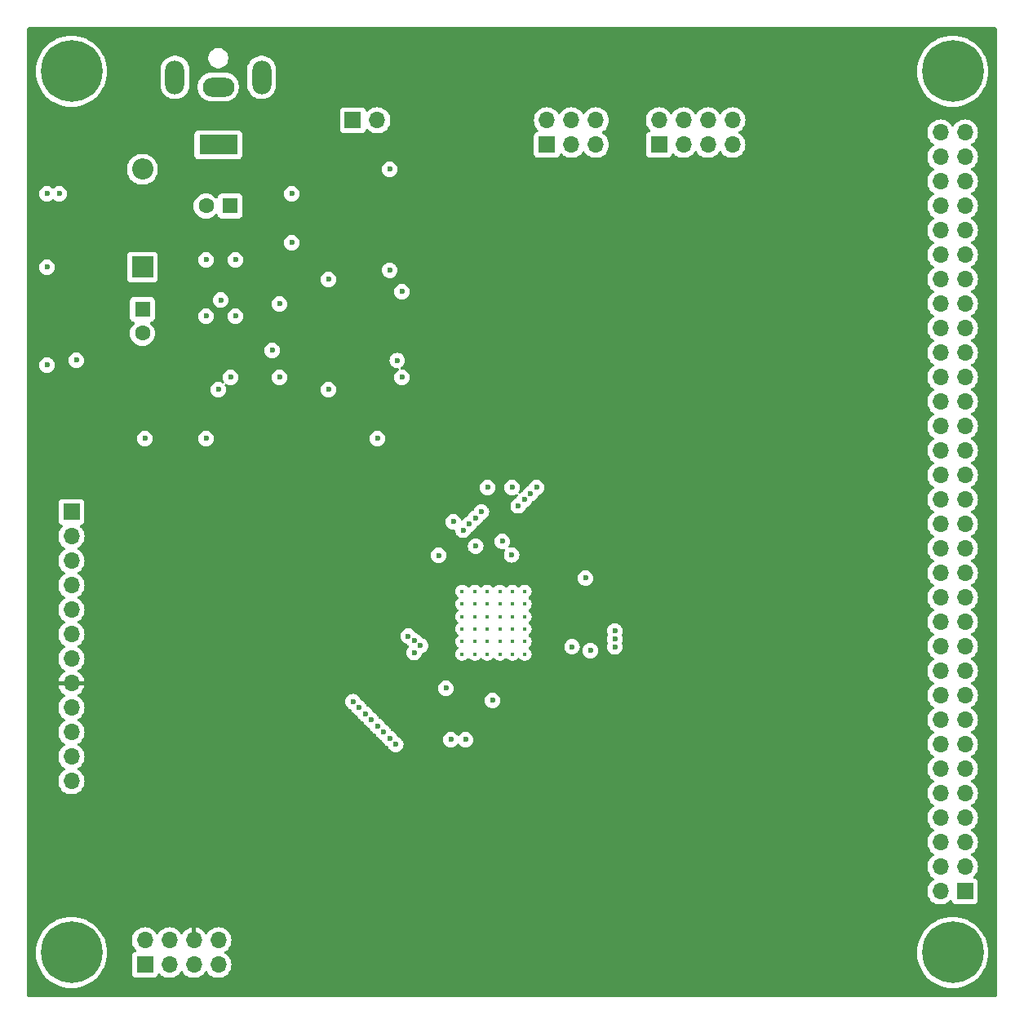
<source format=gbr>
%TF.GenerationSoftware,KiCad,Pcbnew,8.0.7-8.0.7-0~ubuntu22.04.1*%
%TF.CreationDate,2025-01-12T13:10:07-08:00*%
%TF.ProjectId,multichannelheaterdriver_amc7836,6d756c74-6963-4686-916e-6e656c686561,rev?*%
%TF.SameCoordinates,Original*%
%TF.FileFunction,Copper,L5,Inr*%
%TF.FilePolarity,Positive*%
%FSLAX46Y46*%
G04 Gerber Fmt 4.6, Leading zero omitted, Abs format (unit mm)*
G04 Created by KiCad (PCBNEW 8.0.7-8.0.7-0~ubuntu22.04.1) date 2025-01-12 13:10:07*
%MOMM*%
%LPD*%
G01*
G04 APERTURE LIST*
%TA.AperFunction,ComponentPad*%
%ADD10C,0.400000*%
%TD*%
%TA.AperFunction,ComponentPad*%
%ADD11R,1.700000X1.700000*%
%TD*%
%TA.AperFunction,ComponentPad*%
%ADD12O,1.700000X1.700000*%
%TD*%
%TA.AperFunction,ComponentPad*%
%ADD13R,2.200000X2.200000*%
%TD*%
%TA.AperFunction,ComponentPad*%
%ADD14O,2.200000X2.200000*%
%TD*%
%TA.AperFunction,ComponentPad*%
%ADD15C,6.400000*%
%TD*%
%TA.AperFunction,ComponentPad*%
%ADD16R,1.600000X1.600000*%
%TD*%
%TA.AperFunction,ComponentPad*%
%ADD17C,1.600000*%
%TD*%
%TA.AperFunction,ComponentPad*%
%ADD18R,4.000000X2.000000*%
%TD*%
%TA.AperFunction,ComponentPad*%
%ADD19O,3.300000X2.000000*%
%TD*%
%TA.AperFunction,ComponentPad*%
%ADD20O,2.000000X3.500000*%
%TD*%
%TA.AperFunction,ViaPad*%
%ADD21C,0.600000*%
%TD*%
G04 APERTURE END LIST*
D10*
%TO.N,GND*%
%TO.C,U1*%
X45630000Y-59040000D03*
X45630000Y-60340000D03*
X45630000Y-61640000D03*
X45630000Y-62940000D03*
X45630000Y-64240000D03*
X45630000Y-65540000D03*
X46930000Y-59040000D03*
X46930000Y-60340000D03*
X46930000Y-61640000D03*
X46930000Y-62940000D03*
X46930000Y-64240000D03*
X46930000Y-65540000D03*
X48230000Y-59040000D03*
X48230000Y-60340000D03*
X48230000Y-61640000D03*
X48230000Y-62940000D03*
X48230000Y-64240000D03*
X48230000Y-65540000D03*
X49530000Y-59040000D03*
X49530000Y-60340000D03*
X49530000Y-61640000D03*
X49530000Y-62940000D03*
X49530000Y-64240000D03*
X49530000Y-65540000D03*
X50830000Y-59040000D03*
X50830000Y-60340000D03*
X50830000Y-61640000D03*
X50830000Y-62940000D03*
X50830000Y-64240000D03*
X50830000Y-65540000D03*
X52130000Y-59040000D03*
X52130000Y-60340000D03*
X52130000Y-61640000D03*
X52130000Y-62940000D03*
X52130000Y-64240000D03*
X52130000Y-65540000D03*
%TD*%
D11*
%TO.N,GND*%
%TO.C,J5*%
X12700000Y-97790000D03*
D12*
%TO.N,+36V*%
X12700000Y-95250000D03*
%TO.N,GND*%
X15240000Y-97790000D03*
%TO.N,+10V*%
X15240000Y-95250000D03*
%TO.N,GND*%
X17780000Y-97790000D03*
%TO.N,+5V*%
X17780000Y-95250000D03*
%TO.N,GND*%
X20320000Y-97790000D03*
%TO.N,+3V3*%
X20320000Y-95250000D03*
%TD*%
D13*
%TO.N,+36V*%
%TO.C,D5*%
X12446000Y-25400000D03*
D14*
%TO.N,Net-(D5-A)*%
X12446000Y-15240000D03*
%TD*%
D15*
%TO.N,GND*%
%TO.C,H1*%
X5080000Y-5080000D03*
%TD*%
D16*
%TO.N,Net-(SW1-B)*%
%TO.C,C7*%
X21550000Y-19050000D03*
D17*
%TO.N,GND*%
X19050000Y-19050000D03*
%TD*%
D11*
%TO.N,GND*%
%TO.C,J4*%
X97790000Y-90170000D03*
D12*
%TO.N,/ADC15*%
X95250000Y-90170000D03*
%TO.N,GND*%
X97790000Y-87630000D03*
%TO.N,/DAC15*%
X95250000Y-87630000D03*
%TO.N,GND*%
X97790000Y-85090000D03*
%TO.N,/ADC14*%
X95250000Y-85090000D03*
%TO.N,GND*%
X97790000Y-82550000D03*
%TO.N,/DAC14*%
X95250000Y-82550000D03*
%TO.N,GND*%
X97790000Y-80010000D03*
%TO.N,/ADC13*%
X95250000Y-80010000D03*
%TO.N,GND*%
X97790000Y-77470000D03*
%TO.N,/DAC13*%
X95250000Y-77470000D03*
%TO.N,GND*%
X97790000Y-74930000D03*
%TO.N,/ADC12*%
X95250000Y-74930000D03*
%TO.N,GND*%
X97790000Y-72390000D03*
%TO.N,/DAC12*%
X95250000Y-72390000D03*
%TO.N,GND*%
X97790000Y-69850000D03*
%TO.N,/ADC11*%
X95250000Y-69850000D03*
%TO.N,GND*%
X97790000Y-67310000D03*
%TO.N,/DAC11*%
X95250000Y-67310000D03*
%TO.N,GND*%
X97790000Y-64770000D03*
%TO.N,/ADC10*%
X95250000Y-64770000D03*
%TO.N,GND*%
X97790000Y-62230000D03*
%TO.N,/DAC10*%
X95250000Y-62230000D03*
%TO.N,GND*%
X97790000Y-59690000D03*
%TO.N,/ADC9*%
X95250000Y-59690000D03*
%TO.N,GND*%
X97790000Y-57150000D03*
%TO.N,/DAC9*%
X95250000Y-57150000D03*
%TO.N,GND*%
X97790000Y-54610000D03*
%TO.N,/ADC8*%
X95250000Y-54610000D03*
%TO.N,GND*%
X97790000Y-52070000D03*
%TO.N,/DAC8*%
X95250000Y-52070000D03*
%TO.N,GND*%
X97790000Y-49530000D03*
%TO.N,/ADC7*%
X95250000Y-49530000D03*
%TO.N,GND*%
X97790000Y-46990000D03*
%TO.N,/DAC7*%
X95250000Y-46990000D03*
%TO.N,GND*%
X97790000Y-44450000D03*
%TO.N,/ADC6*%
X95250000Y-44450000D03*
%TO.N,GND*%
X97790000Y-41910000D03*
%TO.N,/DAC6*%
X95250000Y-41910000D03*
%TO.N,GND*%
X97790000Y-39370000D03*
%TO.N,/ADC5*%
X95250000Y-39370000D03*
%TO.N,GND*%
X97790000Y-36830000D03*
%TO.N,/DAC5*%
X95250000Y-36830000D03*
%TO.N,GND*%
X97790000Y-34290000D03*
%TO.N,/ADC4*%
X95250000Y-34290000D03*
%TO.N,GND*%
X97790000Y-31750000D03*
%TO.N,/DAC4*%
X95250000Y-31750000D03*
%TO.N,GND*%
X97790000Y-29210000D03*
%TO.N,/ADC3*%
X95250000Y-29210000D03*
%TO.N,GND*%
X97790000Y-26670000D03*
%TO.N,/DAC3*%
X95250000Y-26670000D03*
%TO.N,GND*%
X97790000Y-24130000D03*
%TO.N,/ADC2*%
X95250000Y-24130000D03*
%TO.N,GND*%
X97790000Y-21590000D03*
%TO.N,/DAC2*%
X95250000Y-21590000D03*
%TO.N,GND*%
X97790000Y-19050000D03*
%TO.N,/ADC1*%
X95250000Y-19050000D03*
%TO.N,GND*%
X97790000Y-16510000D03*
%TO.N,/DAC1*%
X95250000Y-16510000D03*
%TO.N,GND*%
X97790000Y-13970000D03*
%TO.N,/ADC0*%
X95250000Y-13970000D03*
%TO.N,GND*%
X97790000Y-11430000D03*
%TO.N,/DAC0*%
X95250000Y-11430000D03*
%TD*%
D15*
%TO.N,GND*%
%TO.C,H4*%
X96520000Y-96520000D03*
%TD*%
D11*
%TO.N,Net-(J2-Pin_1)*%
%TO.C,J2*%
X5080000Y-50800000D03*
D12*
%TO.N,Net-(J2-Pin_2)*%
X5080000Y-53340000D03*
%TO.N,Net-(J2-Pin_3)*%
X5080000Y-55880000D03*
%TO.N,Net-(J2-Pin_4)*%
X5080000Y-58420000D03*
%TO.N,Net-(J2-Pin_5)*%
X5080000Y-60960000D03*
%TO.N,GND*%
X5080000Y-63500000D03*
%TO.N,+3V3*%
X5080000Y-66040000D03*
%TO.N,+5V*%
X5080000Y-68580000D03*
%TO.N,Net-(J2-Pin_9)*%
X5080000Y-71120000D03*
%TO.N,Net-(J2-Pin_10)*%
X5080000Y-73660000D03*
%TO.N,Net-(J2-Pin_11)*%
X5080000Y-76200000D03*
%TO.N,Net-(J2-Pin_12)*%
X5080000Y-78740000D03*
%TD*%
D15*
%TO.N,GND*%
%TO.C,H3*%
X96520000Y-5080000D03*
%TD*%
D11*
%TO.N,Net-(J1-Pin_1)*%
%TO.C,J1*%
X66040000Y-12700000D03*
D12*
%TO.N,GND*%
X66040000Y-10160000D03*
%TO.N,Net-(J1-Pin_3)*%
X68580000Y-12700000D03*
%TO.N,GND*%
X68580000Y-10160000D03*
%TO.N,Net-(J1-Pin_5)*%
X71120000Y-12700000D03*
%TO.N,GND*%
X71120000Y-10160000D03*
%TO.N,Net-(J1-Pin_7)*%
X73660000Y-12700000D03*
%TO.N,GND*%
X73660000Y-10160000D03*
%TD*%
D15*
%TO.N,GND*%
%TO.C,H2*%
X5080000Y-96520000D03*
%TD*%
D11*
%TO.N,Net-(J3-Pin_1)*%
%TO.C,J3*%
X54420000Y-12700000D03*
D12*
%TO.N,GND*%
X54420000Y-10160000D03*
%TO.N,Net-(J3-Pin_3)*%
X56960000Y-12700000D03*
%TO.N,GND*%
X56960000Y-10160000D03*
%TO.N,Net-(J3-Pin_5)*%
X59500000Y-12700000D03*
%TO.N,GND*%
X59500000Y-10160000D03*
%TD*%
D18*
%TO.N,Net-(D5-A)*%
%TO.C,J7*%
X20320000Y-12700000D03*
D19*
%TO.N,GND*%
X20320000Y-6700000D03*
D20*
X24820000Y-5700000D03*
X15820000Y-5700000D03*
%TD*%
D16*
%TO.N,+36V*%
%TO.C,C8*%
X12446000Y-29758000D03*
D17*
%TO.N,GND*%
X12446000Y-32258000D03*
%TD*%
D11*
%TO.N,Net-(SW1-A)*%
%TO.C,SW1*%
X34285000Y-10160000D03*
D12*
%TO.N,Net-(SW1-B)*%
X36825000Y-10160000D03*
%TD*%
D21*
%TO.N,GND*%
X39370000Y-36830000D03*
X21590000Y-36830000D03*
X19050000Y-30480000D03*
X58420000Y-57658000D03*
X22100000Y-30480000D03*
X43180000Y-55290000D03*
X45974000Y-74422000D03*
X39370000Y-27940000D03*
X22098000Y-24638000D03*
X2540000Y-17780000D03*
X47030000Y-54356000D03*
X2540000Y-35560000D03*
X27940000Y-22860000D03*
X26670000Y-29210000D03*
X44704000Y-51816000D03*
X50759704Y-55251112D03*
X49784000Y-53848000D03*
X20575000Y-28805000D03*
X20320000Y-38100000D03*
X31750000Y-26670000D03*
X43942000Y-69088000D03*
X19050000Y-24638000D03*
X26670000Y-36830000D03*
X2540000Y-25400000D03*
X48768000Y-70358000D03*
X50800000Y-48260000D03*
X31750000Y-38100000D03*
%TO.N,+5V*%
X34290000Y-27940000D03*
X5080000Y-25400000D03*
X44450000Y-53340000D03*
X55880000Y-53340000D03*
%TO.N,+3V3*%
X25908000Y-34036000D03*
X5588000Y-35052000D03*
%TO.N,+10V*%
X44450000Y-74422000D03*
X38895000Y-35085000D03*
X38100000Y-25720000D03*
X48260000Y-48260000D03*
X38100000Y-15240000D03*
X3810000Y-17780000D03*
%TO.N,+36V*%
X12700000Y-43180000D03*
%TO.N,Net-(J3-Pin_1)*%
X61468000Y-64808003D03*
%TO.N,Net-(J3-Pin_5)*%
X61468000Y-63140000D03*
%TO.N,Net-(J3-Pin_3)*%
X61468000Y-64008000D03*
%TO.N,Net-(J1-Pin_1)*%
X40040000Y-63678528D03*
%TO.N,/DAC7*%
X38735000Y-74930000D03*
%TO.N,/DAC8*%
X53340000Y-48260000D03*
%TO.N,/DAC12*%
X47625000Y-50800000D03*
%TO.N,/DAC2*%
X35560000Y-71755000D03*
%TO.N,/DAC0*%
X34290000Y-70485000D03*
%TO.N,/DAC1*%
X34925000Y-71120000D03*
%TO.N,/DAC10*%
X52070000Y-49530000D03*
%TO.N,/DAC13*%
X46990000Y-51435000D03*
%TO.N,/DAC5*%
X37465000Y-73660000D03*
%TO.N,/DAC6*%
X38100000Y-74295000D03*
%TO.N,/DAC3*%
X36195000Y-72390000D03*
%TO.N,/DAC9*%
X52705000Y-48895000D03*
%TO.N,/DAC14*%
X46355000Y-52070000D03*
%TO.N,/DAC11*%
X51435000Y-50165000D03*
%TO.N,/DAC15*%
X45720000Y-52705000D03*
%TO.N,/DAC4*%
X36830000Y-73025000D03*
%TO.N,/36V_mon*%
X58928000Y-65186000D03*
X19050000Y-43180000D03*
%TO.N,/10V_mon*%
X36830000Y-43180000D03*
X57023000Y-64786000D03*
%TO.N,Net-(J1-Pin_3)*%
X40674135Y-64166254D03*
%TO.N,Net-(J1-Pin_7)*%
X40640000Y-65405000D03*
%TO.N,Net-(J1-Pin_5)*%
X41302359Y-64661571D03*
%TO.N,Net-(SW1-B)*%
X27940000Y-17780000D03*
%TD*%
%TA.AperFunction,Conductor*%
%TO.N,+5V*%
G36*
X101042539Y-520185D02*
G01*
X101088294Y-572989D01*
X101099500Y-624500D01*
X101099500Y-100975500D01*
X101079815Y-101042539D01*
X101027011Y-101088294D01*
X100975500Y-101099500D01*
X624500Y-101099500D01*
X557461Y-101079815D01*
X511706Y-101027011D01*
X500500Y-100975500D01*
X500500Y-96519999D01*
X1374422Y-96519999D01*
X1374422Y-96520000D01*
X1394722Y-96907339D01*
X1433944Y-97154977D01*
X1455398Y-97290433D01*
X1526177Y-97554586D01*
X1555788Y-97665094D01*
X1694787Y-98027197D01*
X1870877Y-98372793D01*
X2082122Y-98698082D01*
X2124907Y-98750917D01*
X2326219Y-98999516D01*
X2600484Y-99273781D01*
X2600488Y-99273784D01*
X2901917Y-99517877D01*
X3227206Y-99729122D01*
X3227211Y-99729125D01*
X3572806Y-99905214D01*
X3934913Y-100044214D01*
X4309567Y-100144602D01*
X4692662Y-100205278D01*
X5058576Y-100224455D01*
X5079999Y-100225578D01*
X5080000Y-100225578D01*
X5080001Y-100225578D01*
X5100301Y-100224514D01*
X5467338Y-100205278D01*
X5850433Y-100144602D01*
X6225087Y-100044214D01*
X6587194Y-99905214D01*
X6932789Y-99729125D01*
X7258084Y-99517876D01*
X7559516Y-99273781D01*
X7833781Y-98999516D01*
X8077876Y-98698084D01*
X8289125Y-98372789D01*
X8465214Y-98027194D01*
X8604214Y-97665087D01*
X8704602Y-97290433D01*
X8765278Y-96907338D01*
X8785578Y-96520000D01*
X8765278Y-96132662D01*
X8704602Y-95749567D01*
X8604214Y-95374913D01*
X8556264Y-95249999D01*
X11344341Y-95249999D01*
X11344341Y-95250000D01*
X11364936Y-95485403D01*
X11364938Y-95485413D01*
X11426094Y-95713655D01*
X11426096Y-95713659D01*
X11426097Y-95713663D01*
X11505801Y-95884588D01*
X11525965Y-95927830D01*
X11525967Y-95927834D01*
X11634281Y-96082521D01*
X11661504Y-96121400D01*
X11661506Y-96121402D01*
X11783430Y-96243326D01*
X11816915Y-96304649D01*
X11811931Y-96374341D01*
X11770059Y-96430274D01*
X11739083Y-96447189D01*
X11607669Y-96496203D01*
X11607664Y-96496206D01*
X11492455Y-96582452D01*
X11492452Y-96582455D01*
X11406206Y-96697664D01*
X11406202Y-96697671D01*
X11355908Y-96832517D01*
X11349501Y-96892116D01*
X11349500Y-96892135D01*
X11349500Y-98687870D01*
X11349501Y-98687876D01*
X11355908Y-98747483D01*
X11406202Y-98882328D01*
X11406206Y-98882335D01*
X11492452Y-98997544D01*
X11492455Y-98997547D01*
X11607664Y-99083793D01*
X11607671Y-99083797D01*
X11742517Y-99134091D01*
X11742516Y-99134091D01*
X11749444Y-99134835D01*
X11802127Y-99140500D01*
X13597872Y-99140499D01*
X13657483Y-99134091D01*
X13792331Y-99083796D01*
X13907546Y-98997546D01*
X13993796Y-98882331D01*
X14042810Y-98750916D01*
X14084681Y-98694984D01*
X14150145Y-98670566D01*
X14218418Y-98685417D01*
X14246673Y-98706569D01*
X14368599Y-98828495D01*
X14465384Y-98896265D01*
X14562165Y-98964032D01*
X14562167Y-98964033D01*
X14562170Y-98964035D01*
X14776337Y-99063903D01*
X15004592Y-99125063D01*
X15181034Y-99140500D01*
X15239999Y-99145659D01*
X15240000Y-99145659D01*
X15240001Y-99145659D01*
X15298966Y-99140500D01*
X15475408Y-99125063D01*
X15703663Y-99063903D01*
X15917830Y-98964035D01*
X16111401Y-98828495D01*
X16278495Y-98661401D01*
X16408425Y-98475842D01*
X16463002Y-98432217D01*
X16532500Y-98425023D01*
X16594855Y-98456546D01*
X16611575Y-98475842D01*
X16741500Y-98661395D01*
X16741505Y-98661401D01*
X16908599Y-98828495D01*
X17005384Y-98896265D01*
X17102165Y-98964032D01*
X17102167Y-98964033D01*
X17102170Y-98964035D01*
X17316337Y-99063903D01*
X17544592Y-99125063D01*
X17721034Y-99140500D01*
X17779999Y-99145659D01*
X17780000Y-99145659D01*
X17780001Y-99145659D01*
X17838966Y-99140500D01*
X18015408Y-99125063D01*
X18243663Y-99063903D01*
X18457830Y-98964035D01*
X18651401Y-98828495D01*
X18818495Y-98661401D01*
X18948425Y-98475842D01*
X19003002Y-98432217D01*
X19072500Y-98425023D01*
X19134855Y-98456546D01*
X19151575Y-98475842D01*
X19281500Y-98661395D01*
X19281505Y-98661401D01*
X19448599Y-98828495D01*
X19545384Y-98896265D01*
X19642165Y-98964032D01*
X19642167Y-98964033D01*
X19642170Y-98964035D01*
X19856337Y-99063903D01*
X20084592Y-99125063D01*
X20261034Y-99140500D01*
X20319999Y-99145659D01*
X20320000Y-99145659D01*
X20320001Y-99145659D01*
X20378966Y-99140500D01*
X20555408Y-99125063D01*
X20783663Y-99063903D01*
X20997830Y-98964035D01*
X21191401Y-98828495D01*
X21358495Y-98661401D01*
X21494035Y-98467830D01*
X21593903Y-98253663D01*
X21655063Y-98025408D01*
X21675659Y-97790000D01*
X21655063Y-97554592D01*
X21593903Y-97326337D01*
X21494035Y-97112171D01*
X21488425Y-97104158D01*
X21358494Y-96918597D01*
X21191402Y-96751506D01*
X21191396Y-96751501D01*
X21005842Y-96621575D01*
X20962217Y-96566998D01*
X20957352Y-96519999D01*
X92814422Y-96519999D01*
X92814422Y-96520000D01*
X92834722Y-96907339D01*
X92873944Y-97154977D01*
X92895398Y-97290433D01*
X92966177Y-97554586D01*
X92995788Y-97665094D01*
X93134787Y-98027197D01*
X93310877Y-98372793D01*
X93522122Y-98698082D01*
X93564907Y-98750917D01*
X93766219Y-98999516D01*
X94040484Y-99273781D01*
X94040488Y-99273784D01*
X94341917Y-99517877D01*
X94667206Y-99729122D01*
X94667211Y-99729125D01*
X95012806Y-99905214D01*
X95374913Y-100044214D01*
X95749567Y-100144602D01*
X96132662Y-100205278D01*
X96498576Y-100224455D01*
X96519999Y-100225578D01*
X96520000Y-100225578D01*
X96520001Y-100225578D01*
X96540301Y-100224514D01*
X96907338Y-100205278D01*
X97290433Y-100144602D01*
X97665087Y-100044214D01*
X98027194Y-99905214D01*
X98372789Y-99729125D01*
X98698084Y-99517876D01*
X98999516Y-99273781D01*
X99273781Y-98999516D01*
X99517876Y-98698084D01*
X99729125Y-98372789D01*
X99905214Y-98027194D01*
X100044214Y-97665087D01*
X100144602Y-97290433D01*
X100205278Y-96907338D01*
X100225578Y-96520000D01*
X100205278Y-96132662D01*
X100144602Y-95749567D01*
X100044214Y-95374913D01*
X99905214Y-95012806D01*
X99729125Y-94667211D01*
X99729122Y-94667206D01*
X99517877Y-94341917D01*
X99302864Y-94076399D01*
X99273781Y-94040484D01*
X98999516Y-93766219D01*
X98698084Y-93522124D01*
X98698082Y-93522122D01*
X98372793Y-93310877D01*
X98027197Y-93134787D01*
X97665094Y-92995788D01*
X97665087Y-92995786D01*
X97290433Y-92895398D01*
X97290429Y-92895397D01*
X97290428Y-92895397D01*
X96907339Y-92834722D01*
X96520001Y-92814422D01*
X96519999Y-92814422D01*
X96132660Y-92834722D01*
X95749572Y-92895397D01*
X95749570Y-92895397D01*
X95374905Y-92995788D01*
X95012802Y-93134787D01*
X94667206Y-93310877D01*
X94341917Y-93522122D01*
X94040488Y-93766215D01*
X94040480Y-93766222D01*
X93766222Y-94040480D01*
X93766215Y-94040488D01*
X93522122Y-94341917D01*
X93310877Y-94667206D01*
X93134787Y-95012802D01*
X92995788Y-95374905D01*
X92895397Y-95749570D01*
X92895397Y-95749572D01*
X92834722Y-96132660D01*
X92814422Y-96519999D01*
X20957352Y-96519999D01*
X20955023Y-96497500D01*
X20986546Y-96435145D01*
X21005842Y-96418425D01*
X21118054Y-96339853D01*
X21191401Y-96288495D01*
X21358495Y-96121401D01*
X21494035Y-95927830D01*
X21593903Y-95713663D01*
X21655063Y-95485408D01*
X21675659Y-95250000D01*
X21655063Y-95014592D01*
X21593903Y-94786337D01*
X21494035Y-94572171D01*
X21488731Y-94564595D01*
X21358494Y-94378597D01*
X21191402Y-94211506D01*
X21191395Y-94211501D01*
X20997834Y-94075967D01*
X20997830Y-94075965D01*
X20997828Y-94075964D01*
X20783663Y-93976097D01*
X20783659Y-93976096D01*
X20783655Y-93976094D01*
X20555413Y-93914938D01*
X20555403Y-93914936D01*
X20320001Y-93894341D01*
X20319999Y-93894341D01*
X20084596Y-93914936D01*
X20084586Y-93914938D01*
X19856344Y-93976094D01*
X19856335Y-93976098D01*
X19642171Y-94075964D01*
X19642169Y-94075965D01*
X19448597Y-94211505D01*
X19281508Y-94378594D01*
X19151269Y-94564595D01*
X19096692Y-94608219D01*
X19027193Y-94615412D01*
X18964839Y-94583890D01*
X18948119Y-94564594D01*
X18818113Y-94378926D01*
X18818108Y-94378920D01*
X18651082Y-94211894D01*
X18457578Y-94076399D01*
X18243492Y-93976570D01*
X18243486Y-93976567D01*
X18030000Y-93919364D01*
X18030000Y-94816988D01*
X17972993Y-94784075D01*
X17845826Y-94750000D01*
X17714174Y-94750000D01*
X17587007Y-94784075D01*
X17530000Y-94816988D01*
X17530000Y-93919364D01*
X17529999Y-93919364D01*
X17316513Y-93976567D01*
X17316507Y-93976570D01*
X17102422Y-94076399D01*
X17102420Y-94076400D01*
X16908926Y-94211886D01*
X16908920Y-94211891D01*
X16741891Y-94378920D01*
X16741890Y-94378922D01*
X16611880Y-94564595D01*
X16557303Y-94608219D01*
X16487804Y-94615412D01*
X16425450Y-94583890D01*
X16408730Y-94564594D01*
X16278494Y-94378597D01*
X16111402Y-94211506D01*
X16111395Y-94211501D01*
X15917834Y-94075967D01*
X15917830Y-94075965D01*
X15917828Y-94075964D01*
X15703663Y-93976097D01*
X15703659Y-93976096D01*
X15703655Y-93976094D01*
X15475413Y-93914938D01*
X15475403Y-93914936D01*
X15240001Y-93894341D01*
X15239999Y-93894341D01*
X15004596Y-93914936D01*
X15004586Y-93914938D01*
X14776344Y-93976094D01*
X14776335Y-93976098D01*
X14562171Y-94075964D01*
X14562169Y-94075965D01*
X14368597Y-94211505D01*
X14201505Y-94378597D01*
X14071575Y-94564158D01*
X14016998Y-94607783D01*
X13947500Y-94614977D01*
X13885145Y-94583454D01*
X13868425Y-94564158D01*
X13738494Y-94378597D01*
X13571402Y-94211506D01*
X13571395Y-94211501D01*
X13377834Y-94075967D01*
X13377830Y-94075965D01*
X13377828Y-94075964D01*
X13163663Y-93976097D01*
X13163659Y-93976096D01*
X13163655Y-93976094D01*
X12935413Y-93914938D01*
X12935403Y-93914936D01*
X12700001Y-93894341D01*
X12699999Y-93894341D01*
X12464596Y-93914936D01*
X12464586Y-93914938D01*
X12236344Y-93976094D01*
X12236335Y-93976098D01*
X12022171Y-94075964D01*
X12022169Y-94075965D01*
X11828597Y-94211505D01*
X11661505Y-94378597D01*
X11525965Y-94572169D01*
X11525964Y-94572171D01*
X11426098Y-94786335D01*
X11426094Y-94786344D01*
X11364938Y-95014586D01*
X11364936Y-95014596D01*
X11344341Y-95249999D01*
X8556264Y-95249999D01*
X8465214Y-95012806D01*
X8289125Y-94667211D01*
X8289122Y-94667206D01*
X8077877Y-94341917D01*
X7862864Y-94076399D01*
X7833781Y-94040484D01*
X7559516Y-93766219D01*
X7258084Y-93522124D01*
X7258082Y-93522122D01*
X6932793Y-93310877D01*
X6587197Y-93134787D01*
X6225094Y-92995788D01*
X6225087Y-92995786D01*
X5850433Y-92895398D01*
X5850429Y-92895397D01*
X5850428Y-92895397D01*
X5467339Y-92834722D01*
X5080001Y-92814422D01*
X5079999Y-92814422D01*
X4692660Y-92834722D01*
X4309572Y-92895397D01*
X4309570Y-92895397D01*
X3934905Y-92995788D01*
X3572802Y-93134787D01*
X3227206Y-93310877D01*
X2901917Y-93522122D01*
X2600488Y-93766215D01*
X2600480Y-93766222D01*
X2326222Y-94040480D01*
X2326215Y-94040488D01*
X2082122Y-94341917D01*
X1870877Y-94667206D01*
X1694787Y-95012802D01*
X1555788Y-95374905D01*
X1455397Y-95749570D01*
X1455397Y-95749572D01*
X1394722Y-96132660D01*
X1374422Y-96519999D01*
X500500Y-96519999D01*
X500500Y-53339999D01*
X3724341Y-53339999D01*
X3724341Y-53340000D01*
X3744936Y-53575403D01*
X3744938Y-53575413D01*
X3806094Y-53803655D01*
X3806096Y-53803659D01*
X3806097Y-53803663D01*
X3871283Y-53943454D01*
X3905965Y-54017830D01*
X3905967Y-54017834D01*
X4041501Y-54211395D01*
X4041506Y-54211402D01*
X4208597Y-54378493D01*
X4208603Y-54378498D01*
X4394158Y-54508425D01*
X4437783Y-54563002D01*
X4444977Y-54632500D01*
X4413454Y-54694855D01*
X4394158Y-54711575D01*
X4208597Y-54841505D01*
X4041505Y-55008597D01*
X3905965Y-55202169D01*
X3905964Y-55202171D01*
X3806098Y-55416335D01*
X3806094Y-55416344D01*
X3744938Y-55644586D01*
X3744936Y-55644596D01*
X3724341Y-55879999D01*
X3724341Y-55880000D01*
X3744936Y-56115403D01*
X3744938Y-56115413D01*
X3806094Y-56343655D01*
X3806096Y-56343659D01*
X3806097Y-56343663D01*
X3871283Y-56483454D01*
X3905965Y-56557830D01*
X3905967Y-56557834D01*
X4041501Y-56751395D01*
X4041506Y-56751402D01*
X4208597Y-56918493D01*
X4208603Y-56918498D01*
X4394158Y-57048425D01*
X4437783Y-57103002D01*
X4444977Y-57172500D01*
X4413454Y-57234855D01*
X4394158Y-57251575D01*
X4208597Y-57381505D01*
X4041505Y-57548597D01*
X3905965Y-57742169D01*
X3905964Y-57742171D01*
X3806098Y-57956335D01*
X3806094Y-57956344D01*
X3744938Y-58184586D01*
X3744936Y-58184596D01*
X3724341Y-58419999D01*
X3724341Y-58420000D01*
X3744936Y-58655403D01*
X3744938Y-58655413D01*
X3806094Y-58883655D01*
X3806096Y-58883659D01*
X3806097Y-58883663D01*
X3871283Y-59023454D01*
X3905965Y-59097830D01*
X3905967Y-59097834D01*
X4041501Y-59291395D01*
X4041506Y-59291402D01*
X4208597Y-59458493D01*
X4208603Y-59458498D01*
X4394158Y-59588425D01*
X4437783Y-59643002D01*
X4444977Y-59712500D01*
X4413454Y-59774855D01*
X4394158Y-59791575D01*
X4208597Y-59921505D01*
X4041505Y-60088597D01*
X3905965Y-60282169D01*
X3905964Y-60282171D01*
X3806098Y-60496335D01*
X3806094Y-60496344D01*
X3744938Y-60724586D01*
X3744936Y-60724596D01*
X3724341Y-60959999D01*
X3724341Y-60960000D01*
X3744936Y-61195403D01*
X3744938Y-61195413D01*
X3806094Y-61423655D01*
X3806096Y-61423659D01*
X3806097Y-61423663D01*
X3871283Y-61563454D01*
X3905965Y-61637830D01*
X3905967Y-61637834D01*
X4041501Y-61831395D01*
X4041506Y-61831402D01*
X4208597Y-61998493D01*
X4208603Y-61998498D01*
X4394158Y-62128425D01*
X4437783Y-62183002D01*
X4444977Y-62252500D01*
X4413454Y-62314855D01*
X4394158Y-62331575D01*
X4208597Y-62461505D01*
X4041505Y-62628597D01*
X3905965Y-62822169D01*
X3905964Y-62822171D01*
X3806098Y-63036335D01*
X3806094Y-63036344D01*
X3744938Y-63264586D01*
X3744936Y-63264596D01*
X3724341Y-63499999D01*
X3724341Y-63500000D01*
X3744936Y-63735403D01*
X3744938Y-63735413D01*
X3806094Y-63963655D01*
X3806096Y-63963659D01*
X3806097Y-63963663D01*
X3905965Y-64177830D01*
X3905967Y-64177834D01*
X4041501Y-64371395D01*
X4041506Y-64371402D01*
X4208597Y-64538493D01*
X4208603Y-64538498D01*
X4394158Y-64668425D01*
X4437783Y-64723002D01*
X4444977Y-64792500D01*
X4413454Y-64854855D01*
X4394158Y-64871575D01*
X4208597Y-65001505D01*
X4041505Y-65168597D01*
X3905965Y-65362169D01*
X3905964Y-65362171D01*
X3806098Y-65576335D01*
X3806094Y-65576344D01*
X3744938Y-65804586D01*
X3744936Y-65804596D01*
X3724341Y-66039999D01*
X3724341Y-66040000D01*
X3744936Y-66275403D01*
X3744938Y-66275413D01*
X3806094Y-66503655D01*
X3806096Y-66503659D01*
X3806097Y-66503663D01*
X3871283Y-66643454D01*
X3905965Y-66717830D01*
X3905967Y-66717834D01*
X4041501Y-66911395D01*
X4041506Y-66911402D01*
X4208597Y-67078493D01*
X4208603Y-67078498D01*
X4394594Y-67208730D01*
X4438219Y-67263307D01*
X4445413Y-67332805D01*
X4413890Y-67395160D01*
X4394595Y-67411880D01*
X4208922Y-67541890D01*
X4208920Y-67541891D01*
X4041891Y-67708920D01*
X4041886Y-67708926D01*
X3906400Y-67902420D01*
X3906399Y-67902422D01*
X3806570Y-68116507D01*
X3806567Y-68116513D01*
X3749364Y-68329999D01*
X3749364Y-68330000D01*
X4646988Y-68330000D01*
X4614075Y-68387007D01*
X4580000Y-68514174D01*
X4580000Y-68645826D01*
X4614075Y-68772993D01*
X4646988Y-68830000D01*
X3749364Y-68830000D01*
X3806567Y-69043486D01*
X3806570Y-69043492D01*
X3906399Y-69257578D01*
X4041894Y-69451082D01*
X4208917Y-69618105D01*
X4394595Y-69748119D01*
X4438219Y-69802696D01*
X4445412Y-69872195D01*
X4413890Y-69934549D01*
X4394595Y-69951269D01*
X4208594Y-70081508D01*
X4041505Y-70248597D01*
X3905965Y-70442169D01*
X3905964Y-70442171D01*
X3806098Y-70656335D01*
X3806094Y-70656344D01*
X3744938Y-70884586D01*
X3744936Y-70884596D01*
X3724341Y-71119999D01*
X3724341Y-71120000D01*
X3744936Y-71355403D01*
X3744938Y-71355413D01*
X3806094Y-71583655D01*
X3806096Y-71583659D01*
X3806097Y-71583663D01*
X3871283Y-71723454D01*
X3905965Y-71797830D01*
X3905967Y-71797834D01*
X4041501Y-71991395D01*
X4041506Y-71991402D01*
X4208597Y-72158493D01*
X4208603Y-72158498D01*
X4394158Y-72288425D01*
X4437783Y-72343002D01*
X4444977Y-72412500D01*
X4413454Y-72474855D01*
X4394158Y-72491575D01*
X4208597Y-72621505D01*
X4041505Y-72788597D01*
X3905965Y-72982169D01*
X3905964Y-72982171D01*
X3806098Y-73196335D01*
X3806094Y-73196344D01*
X3744938Y-73424586D01*
X3744936Y-73424596D01*
X3724341Y-73659999D01*
X3724341Y-73660000D01*
X3744936Y-73895403D01*
X3744938Y-73895413D01*
X3806094Y-74123655D01*
X3806096Y-74123659D01*
X3806097Y-74123663D01*
X3871283Y-74263454D01*
X3905965Y-74337830D01*
X3905967Y-74337834D01*
X4041501Y-74531395D01*
X4041506Y-74531402D01*
X4208597Y-74698493D01*
X4208603Y-74698498D01*
X4394158Y-74828425D01*
X4437783Y-74883002D01*
X4444977Y-74952500D01*
X4413454Y-75014855D01*
X4394158Y-75031575D01*
X4208597Y-75161505D01*
X4041505Y-75328597D01*
X3905965Y-75522169D01*
X3905964Y-75522171D01*
X3806098Y-75736335D01*
X3806094Y-75736344D01*
X3744938Y-75964586D01*
X3744936Y-75964596D01*
X3724341Y-76199999D01*
X3724341Y-76200000D01*
X3744936Y-76435403D01*
X3744938Y-76435413D01*
X3806094Y-76663655D01*
X3806096Y-76663659D01*
X3806097Y-76663663D01*
X3871283Y-76803454D01*
X3905965Y-76877830D01*
X3905967Y-76877834D01*
X4041501Y-77071395D01*
X4041506Y-77071402D01*
X4208597Y-77238493D01*
X4208603Y-77238498D01*
X4394158Y-77368425D01*
X4437783Y-77423002D01*
X4444977Y-77492500D01*
X4413454Y-77554855D01*
X4394158Y-77571575D01*
X4208597Y-77701505D01*
X4041505Y-77868597D01*
X3905965Y-78062169D01*
X3905964Y-78062171D01*
X3806098Y-78276335D01*
X3806094Y-78276344D01*
X3744938Y-78504586D01*
X3744936Y-78504596D01*
X3724341Y-78739999D01*
X3724341Y-78740000D01*
X3744936Y-78975403D01*
X3744938Y-78975413D01*
X3806094Y-79203655D01*
X3806096Y-79203659D01*
X3806097Y-79203663D01*
X3871283Y-79343454D01*
X3905965Y-79417830D01*
X3905967Y-79417834D01*
X4014281Y-79572521D01*
X4041505Y-79611401D01*
X4208599Y-79778495D01*
X4305384Y-79846265D01*
X4402165Y-79914032D01*
X4402167Y-79914033D01*
X4402170Y-79914035D01*
X4616337Y-80013903D01*
X4844592Y-80075063D01*
X5032918Y-80091539D01*
X5079999Y-80095659D01*
X5080000Y-80095659D01*
X5080001Y-80095659D01*
X5119234Y-80092226D01*
X5315408Y-80075063D01*
X5543663Y-80013903D01*
X5757830Y-79914035D01*
X5951401Y-79778495D01*
X6118495Y-79611401D01*
X6254035Y-79417830D01*
X6353903Y-79203663D01*
X6415063Y-78975408D01*
X6435659Y-78740000D01*
X6433690Y-78717500D01*
X6426772Y-78638425D01*
X6415063Y-78504592D01*
X6353903Y-78276337D01*
X6254035Y-78062171D01*
X6169914Y-77942032D01*
X6118494Y-77868597D01*
X5951402Y-77701506D01*
X5951396Y-77701501D01*
X5765842Y-77571575D01*
X5722217Y-77516998D01*
X5715023Y-77447500D01*
X5746546Y-77385145D01*
X5765842Y-77368425D01*
X5788026Y-77352891D01*
X5951401Y-77238495D01*
X6118495Y-77071401D01*
X6254035Y-76877830D01*
X6353903Y-76663663D01*
X6415063Y-76435408D01*
X6435659Y-76200000D01*
X6433690Y-76177500D01*
X6426772Y-76098425D01*
X6415063Y-75964592D01*
X6353903Y-75736337D01*
X6254035Y-75522171D01*
X6191081Y-75432262D01*
X6118494Y-75328597D01*
X5951402Y-75161506D01*
X5951396Y-75161501D01*
X5765842Y-75031575D01*
X5722217Y-74976998D01*
X5715023Y-74907500D01*
X5746546Y-74845145D01*
X5765842Y-74828425D01*
X5847106Y-74771523D01*
X5951401Y-74698495D01*
X6118495Y-74531401D01*
X6254035Y-74337830D01*
X6353903Y-74123663D01*
X6415063Y-73895408D01*
X6435659Y-73660000D01*
X6435205Y-73654816D01*
X6424046Y-73527262D01*
X6415063Y-73424592D01*
X6356025Y-73204255D01*
X6353905Y-73196344D01*
X6353904Y-73196343D01*
X6353903Y-73196337D01*
X6254035Y-72982171D01*
X6220454Y-72934211D01*
X6118494Y-72788597D01*
X5951402Y-72621506D01*
X5951396Y-72621501D01*
X5765842Y-72491575D01*
X5722217Y-72436998D01*
X5715023Y-72367500D01*
X5746546Y-72305145D01*
X5765842Y-72288425D01*
X5876780Y-72210745D01*
X5951401Y-72158495D01*
X6118495Y-71991401D01*
X6254035Y-71797830D01*
X6353903Y-71583663D01*
X6415063Y-71355408D01*
X6435659Y-71120000D01*
X6435205Y-71114816D01*
X6424046Y-70987262D01*
X6415063Y-70884592D01*
X6353903Y-70656337D01*
X6274005Y-70484996D01*
X33484435Y-70484996D01*
X33484435Y-70485003D01*
X33504630Y-70664249D01*
X33504631Y-70664254D01*
X33564211Y-70834523D01*
X33630955Y-70940745D01*
X33660184Y-70987262D01*
X33787738Y-71114816D01*
X33833180Y-71143369D01*
X33940478Y-71210789D01*
X34075779Y-71258133D01*
X34132556Y-71298855D01*
X34151867Y-71334221D01*
X34199210Y-71469521D01*
X34270931Y-71583663D01*
X34295184Y-71622262D01*
X34422738Y-71749816D01*
X34430952Y-71754977D01*
X34575478Y-71845789D01*
X34710779Y-71893133D01*
X34767556Y-71933855D01*
X34786867Y-71969221D01*
X34834210Y-72104521D01*
X34868126Y-72158498D01*
X34930184Y-72257262D01*
X35057738Y-72384816D01*
X35074239Y-72395184D01*
X35210478Y-72480789D01*
X35345779Y-72528133D01*
X35402556Y-72568855D01*
X35421867Y-72604221D01*
X35469210Y-72739521D01*
X35540931Y-72853663D01*
X35565184Y-72892262D01*
X35692738Y-73019816D01*
X35769152Y-73067830D01*
X35845478Y-73115789D01*
X35980779Y-73163133D01*
X36037556Y-73203855D01*
X36056867Y-73239221D01*
X36104210Y-73374521D01*
X36138126Y-73428498D01*
X36200184Y-73527262D01*
X36327738Y-73654816D01*
X36344239Y-73665184D01*
X36480478Y-73750789D01*
X36615779Y-73798133D01*
X36672556Y-73838855D01*
X36691867Y-73874221D01*
X36739210Y-74009521D01*
X36810931Y-74123663D01*
X36835184Y-74162262D01*
X36962738Y-74289816D01*
X36970952Y-74294977D01*
X37115478Y-74385789D01*
X37250779Y-74433133D01*
X37307556Y-74473855D01*
X37326867Y-74509221D01*
X37374210Y-74644521D01*
X37454010Y-74771522D01*
X37470184Y-74797262D01*
X37597738Y-74924816D01*
X37641797Y-74952500D01*
X37750478Y-75020789D01*
X37885779Y-75068133D01*
X37942556Y-75108855D01*
X37961867Y-75144221D01*
X38009210Y-75279521D01*
X38080931Y-75393663D01*
X38105184Y-75432262D01*
X38232738Y-75559816D01*
X38385478Y-75655789D01*
X38555745Y-75715368D01*
X38555750Y-75715369D01*
X38734996Y-75735565D01*
X38735000Y-75735565D01*
X38735004Y-75735565D01*
X38914249Y-75715369D01*
X38914252Y-75715368D01*
X38914255Y-75715368D01*
X39084522Y-75655789D01*
X39237262Y-75559816D01*
X39364816Y-75432262D01*
X39460789Y-75279522D01*
X39520368Y-75109255D01*
X39520413Y-75108855D01*
X39540565Y-74930003D01*
X39540565Y-74929996D01*
X39520369Y-74750750D01*
X39520368Y-74750745D01*
X39483199Y-74644522D01*
X39460789Y-74580478D01*
X39429952Y-74531402D01*
X39416015Y-74509221D01*
X39364816Y-74427738D01*
X39359074Y-74421996D01*
X43644435Y-74421996D01*
X43644435Y-74422003D01*
X43664630Y-74601249D01*
X43664631Y-74601254D01*
X43724211Y-74771523D01*
X43809652Y-74907500D01*
X43820184Y-74924262D01*
X43947738Y-75051816D01*
X44038080Y-75108582D01*
X44094799Y-75144221D01*
X44100478Y-75147789D01*
X44270745Y-75207368D01*
X44270750Y-75207369D01*
X44449996Y-75227565D01*
X44450000Y-75227565D01*
X44450004Y-75227565D01*
X44629249Y-75207369D01*
X44629252Y-75207368D01*
X44629255Y-75207368D01*
X44799522Y-75147789D01*
X44952262Y-75051816D01*
X45079816Y-74924262D01*
X45107006Y-74880988D01*
X45159341Y-74834698D01*
X45228394Y-74824050D01*
X45292243Y-74852425D01*
X45316993Y-74880987D01*
X45344184Y-74924262D01*
X45471738Y-75051816D01*
X45562080Y-75108582D01*
X45618799Y-75144221D01*
X45624478Y-75147789D01*
X45794745Y-75207368D01*
X45794750Y-75207369D01*
X45973996Y-75227565D01*
X45974000Y-75227565D01*
X45974004Y-75227565D01*
X46153249Y-75207369D01*
X46153252Y-75207368D01*
X46153255Y-75207368D01*
X46323522Y-75147789D01*
X46476262Y-75051816D01*
X46603816Y-74924262D01*
X46699789Y-74771522D01*
X46759368Y-74601255D01*
X46761709Y-74580478D01*
X46779565Y-74422003D01*
X46779565Y-74421996D01*
X46759369Y-74242750D01*
X46759368Y-74242745D01*
X46717699Y-74123663D01*
X46699789Y-74072478D01*
X46603816Y-73919738D01*
X46476262Y-73792184D01*
X46418620Y-73755965D01*
X46323523Y-73696211D01*
X46153254Y-73636631D01*
X46153249Y-73636630D01*
X45974004Y-73616435D01*
X45973996Y-73616435D01*
X45794750Y-73636630D01*
X45794745Y-73636631D01*
X45624476Y-73696211D01*
X45471737Y-73792184D01*
X45344184Y-73919737D01*
X45344182Y-73919740D01*
X45316993Y-73963011D01*
X45264658Y-74009302D01*
X45195605Y-74019949D01*
X45131756Y-73991574D01*
X45107007Y-73963011D01*
X45079817Y-73919740D01*
X45079815Y-73919737D01*
X44952262Y-73792184D01*
X44799523Y-73696211D01*
X44629254Y-73636631D01*
X44629249Y-73636630D01*
X44450004Y-73616435D01*
X44449996Y-73616435D01*
X44270750Y-73636630D01*
X44270745Y-73636631D01*
X44100476Y-73696211D01*
X43947737Y-73792184D01*
X43820184Y-73919737D01*
X43724211Y-74072476D01*
X43664631Y-74242745D01*
X43664630Y-74242750D01*
X43644435Y-74421996D01*
X39359074Y-74421996D01*
X39237262Y-74300184D01*
X39228975Y-74294977D01*
X39084521Y-74204210D01*
X38949221Y-74156867D01*
X38892444Y-74116145D01*
X38873133Y-74080779D01*
X38825789Y-73945478D01*
X38781015Y-73874221D01*
X38729816Y-73792738D01*
X38602262Y-73665184D01*
X38594010Y-73659999D01*
X38449521Y-73569210D01*
X38314221Y-73521867D01*
X38257444Y-73481145D01*
X38238133Y-73445779D01*
X38190789Y-73310478D01*
X38146015Y-73239221D01*
X38094816Y-73157738D01*
X37967262Y-73030184D01*
X37959048Y-73025023D01*
X37814521Y-72934210D01*
X37679221Y-72886867D01*
X37622444Y-72846145D01*
X37603133Y-72810779D01*
X37555789Y-72675478D01*
X37511015Y-72604221D01*
X37459816Y-72522738D01*
X37332262Y-72395184D01*
X37324010Y-72389999D01*
X37179521Y-72299210D01*
X37044221Y-72251867D01*
X36987444Y-72211145D01*
X36968133Y-72175779D01*
X36920789Y-72040478D01*
X36876015Y-71969221D01*
X36824816Y-71887738D01*
X36697262Y-71760184D01*
X36688975Y-71754977D01*
X36544521Y-71664210D01*
X36409221Y-71616867D01*
X36352444Y-71576145D01*
X36333133Y-71540779D01*
X36285789Y-71405478D01*
X36241015Y-71334221D01*
X36189816Y-71252738D01*
X36062262Y-71125184D01*
X36054010Y-71119999D01*
X35909521Y-71029210D01*
X35774221Y-70981867D01*
X35717444Y-70941145D01*
X35698133Y-70905779D01*
X35650789Y-70770478D01*
X35611231Y-70707522D01*
X35554816Y-70617738D01*
X35427262Y-70490184D01*
X35419048Y-70485023D01*
X35274521Y-70394210D01*
X35171026Y-70357996D01*
X47962435Y-70357996D01*
X47962435Y-70358003D01*
X47982630Y-70537249D01*
X47982631Y-70537254D01*
X48042211Y-70707523D01*
X48050932Y-70721402D01*
X48138184Y-70860262D01*
X48265738Y-70987816D01*
X48314452Y-71018425D01*
X48401310Y-71073002D01*
X48418478Y-71083789D01*
X48521963Y-71120000D01*
X48588745Y-71143368D01*
X48588750Y-71143369D01*
X48767996Y-71163565D01*
X48768000Y-71163565D01*
X48768004Y-71163565D01*
X48947249Y-71143369D01*
X48947252Y-71143368D01*
X48947255Y-71143368D01*
X49117522Y-71083789D01*
X49270262Y-70987816D01*
X49397816Y-70860262D01*
X49493789Y-70707522D01*
X49553368Y-70537255D01*
X49553369Y-70537249D01*
X49573565Y-70358003D01*
X49573565Y-70357996D01*
X49553369Y-70178750D01*
X49553368Y-70178745D01*
X49538228Y-70135478D01*
X49493789Y-70008478D01*
X49477615Y-69982738D01*
X49408894Y-69873369D01*
X49397816Y-69855738D01*
X49270262Y-69728184D01*
X49117523Y-69632211D01*
X48947254Y-69572631D01*
X48947249Y-69572630D01*
X48768004Y-69552435D01*
X48767996Y-69552435D01*
X48588750Y-69572630D01*
X48588745Y-69572631D01*
X48418476Y-69632211D01*
X48265737Y-69728184D01*
X48138184Y-69855737D01*
X48042211Y-70008476D01*
X47982631Y-70178745D01*
X47982630Y-70178750D01*
X47962435Y-70357996D01*
X35171026Y-70357996D01*
X35139221Y-70346867D01*
X35082444Y-70306145D01*
X35063133Y-70270779D01*
X35015789Y-70135478D01*
X34981875Y-70081505D01*
X34919816Y-69982738D01*
X34792262Y-69855184D01*
X34747715Y-69827193D01*
X34639523Y-69759211D01*
X34469254Y-69699631D01*
X34469249Y-69699630D01*
X34290004Y-69679435D01*
X34289996Y-69679435D01*
X34110750Y-69699630D01*
X34110745Y-69699631D01*
X33940476Y-69759211D01*
X33787737Y-69855184D01*
X33660184Y-69982737D01*
X33564211Y-70135476D01*
X33504631Y-70305745D01*
X33504630Y-70305750D01*
X33484435Y-70484996D01*
X6274005Y-70484996D01*
X6254035Y-70442171D01*
X6220454Y-70394211D01*
X6118494Y-70248597D01*
X5951402Y-70081506D01*
X5951401Y-70081505D01*
X5765405Y-69951269D01*
X5721781Y-69896692D01*
X5714588Y-69827193D01*
X5746110Y-69764839D01*
X5765405Y-69748119D01*
X5951082Y-69618105D01*
X6118105Y-69451082D01*
X6253600Y-69257578D01*
X6332677Y-69087996D01*
X43136435Y-69087996D01*
X43136435Y-69088003D01*
X43156630Y-69267249D01*
X43156631Y-69267254D01*
X43216211Y-69437523D01*
X43224731Y-69451082D01*
X43312184Y-69590262D01*
X43439738Y-69717816D01*
X43456239Y-69728184D01*
X43574823Y-69802696D01*
X43592478Y-69813789D01*
X43759393Y-69872195D01*
X43762745Y-69873368D01*
X43762750Y-69873369D01*
X43941996Y-69893565D01*
X43942000Y-69893565D01*
X43942004Y-69893565D01*
X44121249Y-69873369D01*
X44121252Y-69873368D01*
X44121255Y-69873368D01*
X44291522Y-69813789D01*
X44444262Y-69717816D01*
X44571816Y-69590262D01*
X44667789Y-69437522D01*
X44727368Y-69267255D01*
X44727369Y-69267249D01*
X44747565Y-69088003D01*
X44747565Y-69087996D01*
X44727369Y-68908750D01*
X44727368Y-68908745D01*
X44699814Y-68830000D01*
X44667789Y-68738478D01*
X44571816Y-68585738D01*
X44444262Y-68458184D01*
X44330985Y-68387007D01*
X44291523Y-68362211D01*
X44121254Y-68302631D01*
X44121249Y-68302630D01*
X43942004Y-68282435D01*
X43941996Y-68282435D01*
X43762750Y-68302630D01*
X43762745Y-68302631D01*
X43592476Y-68362211D01*
X43439737Y-68458184D01*
X43312184Y-68585737D01*
X43216211Y-68738476D01*
X43156631Y-68908745D01*
X43156630Y-68908750D01*
X43136435Y-69087996D01*
X6332677Y-69087996D01*
X6353429Y-69043492D01*
X6353432Y-69043486D01*
X6410636Y-68830000D01*
X5513012Y-68830000D01*
X5545925Y-68772993D01*
X5580000Y-68645826D01*
X5580000Y-68514174D01*
X5545925Y-68387007D01*
X5513012Y-68330000D01*
X6410636Y-68330000D01*
X6410635Y-68329999D01*
X6353432Y-68116513D01*
X6353429Y-68116507D01*
X6253600Y-67902422D01*
X6253599Y-67902420D01*
X6118113Y-67708926D01*
X6118108Y-67708920D01*
X5951078Y-67541890D01*
X5765405Y-67411879D01*
X5721780Y-67357302D01*
X5714588Y-67287804D01*
X5746110Y-67225449D01*
X5765406Y-67208730D01*
X5951401Y-67078495D01*
X6118495Y-66911401D01*
X6254035Y-66717830D01*
X6353903Y-66503663D01*
X6415063Y-66275408D01*
X6435659Y-66040000D01*
X6435205Y-66034816D01*
X6424442Y-65911789D01*
X6415063Y-65804592D01*
X6363879Y-65613568D01*
X6353905Y-65576344D01*
X6353904Y-65576343D01*
X6353903Y-65576337D01*
X6254035Y-65362171D01*
X6217691Y-65310265D01*
X6118494Y-65168597D01*
X5951402Y-65001506D01*
X5951396Y-65001501D01*
X5765842Y-64871575D01*
X5722217Y-64816998D01*
X5715023Y-64747500D01*
X5746546Y-64685145D01*
X5765842Y-64668425D01*
X5909362Y-64567931D01*
X5951401Y-64538495D01*
X6118495Y-64371401D01*
X6254035Y-64177830D01*
X6353903Y-63963663D01*
X6415063Y-63735408D01*
X6420040Y-63678524D01*
X39234435Y-63678524D01*
X39234435Y-63678531D01*
X39254630Y-63857777D01*
X39254631Y-63857782D01*
X39314211Y-64028051D01*
X39408324Y-64177830D01*
X39410184Y-64180790D01*
X39537738Y-64308344D01*
X39690478Y-64404317D01*
X39860745Y-64463896D01*
X39860749Y-64463896D01*
X39867533Y-64465445D01*
X39867251Y-64466678D01*
X39924999Y-64490935D01*
X39951708Y-64521127D01*
X40044319Y-64668516D01*
X40056681Y-64680878D01*
X40090166Y-64742201D01*
X40085182Y-64811893D01*
X40056682Y-64856239D01*
X40010184Y-64902737D01*
X39914211Y-65055476D01*
X39854631Y-65225745D01*
X39854630Y-65225750D01*
X39834435Y-65404996D01*
X39834435Y-65405003D01*
X39854630Y-65584249D01*
X39854631Y-65584254D01*
X39914211Y-65754523D01*
X39985470Y-65867930D01*
X40010184Y-65907262D01*
X40137738Y-66034816D01*
X40181797Y-66062500D01*
X40274478Y-66120736D01*
X40290478Y-66130789D01*
X40321303Y-66141575D01*
X40460745Y-66190368D01*
X40460750Y-66190369D01*
X40639996Y-66210565D01*
X40640000Y-66210565D01*
X40640004Y-66210565D01*
X40819249Y-66190369D01*
X40819252Y-66190368D01*
X40819255Y-66190368D01*
X40989522Y-66130789D01*
X41142262Y-66034816D01*
X41269816Y-65907262D01*
X41365789Y-65754522D01*
X41425368Y-65584255D01*
X41430442Y-65539215D01*
X41457507Y-65474805D01*
X41512705Y-65436059D01*
X41651881Y-65387360D01*
X41804621Y-65291387D01*
X41932175Y-65163833D01*
X42028148Y-65011093D01*
X42087727Y-64840826D01*
X42091425Y-64808006D01*
X42107924Y-64661574D01*
X42107924Y-64661567D01*
X42087728Y-64482321D01*
X42087727Y-64482316D01*
X42067028Y-64423161D01*
X42028148Y-64312049D01*
X42025819Y-64308343D01*
X41949739Y-64187262D01*
X41932175Y-64159309D01*
X41804621Y-64031755D01*
X41755089Y-64000632D01*
X41651880Y-63935781D01*
X41545612Y-63898597D01*
X41481614Y-63876203D01*
X41481612Y-63876202D01*
X41481610Y-63876202D01*
X41479936Y-63875820D01*
X41478964Y-63875276D01*
X41475042Y-63873904D01*
X41475282Y-63873216D01*
X41418961Y-63841706D01*
X41402545Y-63820903D01*
X41348825Y-63735408D01*
X41303951Y-63663992D01*
X41176397Y-63536438D01*
X41131181Y-63508027D01*
X41023656Y-63440464D01*
X40853387Y-63380885D01*
X40846595Y-63379335D01*
X40846875Y-63378106D01*
X40789110Y-63353825D01*
X40762426Y-63323653D01*
X40669815Y-63176265D01*
X40542262Y-63048712D01*
X40389523Y-62952739D01*
X40219254Y-62893159D01*
X40219249Y-62893158D01*
X40040004Y-62872963D01*
X40039996Y-62872963D01*
X39860750Y-62893158D01*
X39860745Y-62893159D01*
X39690476Y-62952739D01*
X39537737Y-63048712D01*
X39410184Y-63176265D01*
X39314211Y-63329004D01*
X39254631Y-63499273D01*
X39254630Y-63499278D01*
X39234435Y-63678524D01*
X6420040Y-63678524D01*
X6435659Y-63500000D01*
X6434742Y-63489524D01*
X6425238Y-63380886D01*
X6415063Y-63264592D01*
X6353903Y-63036337D01*
X6254035Y-62822171D01*
X6231844Y-62790478D01*
X6118494Y-62628597D01*
X5951402Y-62461506D01*
X5951396Y-62461501D01*
X5765842Y-62331575D01*
X5722217Y-62276998D01*
X5715023Y-62207500D01*
X5746546Y-62145145D01*
X5765842Y-62128425D01*
X5836011Y-62079292D01*
X5951401Y-61998495D01*
X6118495Y-61831401D01*
X6254035Y-61637830D01*
X6353903Y-61423663D01*
X6415063Y-61195408D01*
X6435659Y-60960000D01*
X6433690Y-60937500D01*
X6422354Y-60807926D01*
X6415063Y-60724592D01*
X6353903Y-60496337D01*
X6254035Y-60282171D01*
X6176283Y-60171128D01*
X6118494Y-60088597D01*
X5951402Y-59921506D01*
X5951396Y-59921501D01*
X5765842Y-59791575D01*
X5722217Y-59736998D01*
X5715023Y-59667500D01*
X5746546Y-59605145D01*
X5765842Y-59588425D01*
X5880802Y-59507929D01*
X5951401Y-59458495D01*
X6118495Y-59291401D01*
X6254035Y-59097830D01*
X6281002Y-59040000D01*
X44924355Y-59040000D01*
X44944859Y-59208869D01*
X44944860Y-59208874D01*
X45005182Y-59367931D01*
X45046398Y-59427641D01*
X45101817Y-59507929D01*
X45202566Y-59597185D01*
X45239693Y-59656374D01*
X45238925Y-59726239D01*
X45202566Y-59782814D01*
X45199011Y-59785965D01*
X45101816Y-59872072D01*
X45005182Y-60012068D01*
X44944860Y-60171125D01*
X44944859Y-60171130D01*
X44924355Y-60340000D01*
X44944859Y-60508869D01*
X44944860Y-60508874D01*
X45005182Y-60667931D01*
X45044289Y-60724586D01*
X45101817Y-60807929D01*
X45202566Y-60897185D01*
X45239693Y-60956374D01*
X45238925Y-61026239D01*
X45202566Y-61082814D01*
X45101817Y-61172071D01*
X45101816Y-61172072D01*
X45005182Y-61312068D01*
X44944860Y-61471125D01*
X44944859Y-61471130D01*
X44924355Y-61640000D01*
X44944859Y-61808869D01*
X44944860Y-61808874D01*
X45005182Y-61967931D01*
X45046398Y-62027641D01*
X45101817Y-62107929D01*
X45202566Y-62197185D01*
X45239693Y-62256374D01*
X45238925Y-62326239D01*
X45202566Y-62382814D01*
X45101817Y-62472071D01*
X45101816Y-62472072D01*
X45005182Y-62612068D01*
X44944860Y-62771125D01*
X44944859Y-62771130D01*
X44924355Y-62940000D01*
X44944859Y-63108869D01*
X44944860Y-63108874D01*
X45005182Y-63267931D01*
X45047340Y-63329006D01*
X45101817Y-63407929D01*
X45202566Y-63497185D01*
X45239693Y-63556374D01*
X45238925Y-63626239D01*
X45202566Y-63682814D01*
X45101817Y-63772071D01*
X45101816Y-63772072D01*
X45005182Y-63912068D01*
X44944860Y-64071125D01*
X44944859Y-64071130D01*
X44924355Y-64240000D01*
X44944859Y-64408869D01*
X44944860Y-64408874D01*
X45005182Y-64567931D01*
X45046398Y-64627641D01*
X45101817Y-64707929D01*
X45202566Y-64797185D01*
X45239693Y-64856374D01*
X45238925Y-64926239D01*
X45202566Y-64982814D01*
X45170646Y-65011094D01*
X45101816Y-65072072D01*
X45005182Y-65212068D01*
X44944860Y-65371125D01*
X44944859Y-65371130D01*
X44924355Y-65540000D01*
X44944859Y-65708869D01*
X44944860Y-65708874D01*
X45005182Y-65867931D01*
X45057714Y-65944035D01*
X45101817Y-66007929D01*
X45191068Y-66086998D01*
X45229150Y-66120736D01*
X45361823Y-66190368D01*
X45379775Y-66199790D01*
X45544944Y-66240500D01*
X45715056Y-66240500D01*
X45880225Y-66199790D01*
X45959692Y-66158081D01*
X46030849Y-66120736D01*
X46030850Y-66120734D01*
X46030852Y-66120734D01*
X46158183Y-66007929D01*
X46177950Y-65979292D01*
X46232232Y-65935301D01*
X46301681Y-65927641D01*
X46364246Y-65958744D01*
X46382050Y-65979292D01*
X46401814Y-66007926D01*
X46401816Y-66007928D01*
X46401817Y-66007929D01*
X46432165Y-66034815D01*
X46529150Y-66120736D01*
X46661823Y-66190368D01*
X46679775Y-66199790D01*
X46844944Y-66240500D01*
X47015056Y-66240500D01*
X47180225Y-66199790D01*
X47259692Y-66158081D01*
X47330849Y-66120736D01*
X47330850Y-66120734D01*
X47330852Y-66120734D01*
X47458183Y-66007929D01*
X47477950Y-65979292D01*
X47532232Y-65935301D01*
X47601681Y-65927641D01*
X47664246Y-65958744D01*
X47682050Y-65979292D01*
X47701814Y-66007926D01*
X47701816Y-66007928D01*
X47701817Y-66007929D01*
X47732165Y-66034815D01*
X47829150Y-66120736D01*
X47961823Y-66190368D01*
X47979775Y-66199790D01*
X48144944Y-66240500D01*
X48315056Y-66240500D01*
X48480225Y-66199790D01*
X48559692Y-66158081D01*
X48630849Y-66120736D01*
X48630850Y-66120734D01*
X48630852Y-66120734D01*
X48758183Y-66007929D01*
X48777950Y-65979292D01*
X48832232Y-65935301D01*
X48901681Y-65927641D01*
X48964246Y-65958744D01*
X48982050Y-65979292D01*
X49001814Y-66007926D01*
X49001816Y-66007928D01*
X49001817Y-66007929D01*
X49032165Y-66034815D01*
X49129150Y-66120736D01*
X49261823Y-66190368D01*
X49279775Y-66199790D01*
X49444944Y-66240500D01*
X49615056Y-66240500D01*
X49780225Y-66199790D01*
X49859692Y-66158081D01*
X49930849Y-66120736D01*
X49930850Y-66120734D01*
X49930852Y-66120734D01*
X50058183Y-66007929D01*
X50077950Y-65979292D01*
X50132232Y-65935301D01*
X50201681Y-65927641D01*
X50264246Y-65958744D01*
X50282050Y-65979292D01*
X50301814Y-66007926D01*
X50301816Y-66007928D01*
X50301817Y-66007929D01*
X50332165Y-66034815D01*
X50429150Y-66120736D01*
X50561823Y-66190368D01*
X50579775Y-66199790D01*
X50744944Y-66240500D01*
X50915056Y-66240500D01*
X51080225Y-66199790D01*
X51159692Y-66158081D01*
X51230849Y-66120736D01*
X51230850Y-66120734D01*
X51230852Y-66120734D01*
X51358183Y-66007929D01*
X51377950Y-65979292D01*
X51432232Y-65935301D01*
X51501681Y-65927641D01*
X51564246Y-65958744D01*
X51582050Y-65979292D01*
X51601814Y-66007926D01*
X51601816Y-66007928D01*
X51601817Y-66007929D01*
X51632165Y-66034815D01*
X51729150Y-66120736D01*
X51861823Y-66190368D01*
X51879775Y-66199790D01*
X52044944Y-66240500D01*
X52215056Y-66240500D01*
X52380225Y-66199790D01*
X52459692Y-66158081D01*
X52530849Y-66120736D01*
X52530850Y-66120734D01*
X52530852Y-66120734D01*
X52658183Y-66007929D01*
X52754818Y-65867930D01*
X52815140Y-65708872D01*
X52835645Y-65540000D01*
X52815140Y-65371128D01*
X52812910Y-65365249D01*
X52754817Y-65212068D01*
X52701980Y-65135522D01*
X52658183Y-65072071D01*
X52557431Y-64982812D01*
X52520307Y-64923627D01*
X52521074Y-64853761D01*
X52557430Y-64797187D01*
X52570062Y-64785996D01*
X56217435Y-64785996D01*
X56217435Y-64786003D01*
X56237630Y-64965249D01*
X56237631Y-64965254D01*
X56297211Y-65135523D01*
X56328926Y-65185996D01*
X56393184Y-65288262D01*
X56520738Y-65415816D01*
X56673478Y-65511789D01*
X56843745Y-65571368D01*
X56843750Y-65571369D01*
X57022996Y-65591565D01*
X57023000Y-65591565D01*
X57023004Y-65591565D01*
X57202249Y-65571369D01*
X57202252Y-65571368D01*
X57202255Y-65571368D01*
X57372522Y-65511789D01*
X57525262Y-65415816D01*
X57652816Y-65288262D01*
X57717074Y-65185996D01*
X58122435Y-65185996D01*
X58122435Y-65186003D01*
X58142630Y-65365249D01*
X58142631Y-65365254D01*
X58202211Y-65535523D01*
X58268735Y-65641395D01*
X58298184Y-65688262D01*
X58425738Y-65815816D01*
X58578478Y-65911789D01*
X58712668Y-65958744D01*
X58748745Y-65971368D01*
X58748750Y-65971369D01*
X58927996Y-65991565D01*
X58928000Y-65991565D01*
X58928004Y-65991565D01*
X59107249Y-65971369D01*
X59107252Y-65971368D01*
X59107255Y-65971368D01*
X59277522Y-65911789D01*
X59430262Y-65815816D01*
X59557816Y-65688262D01*
X59653789Y-65535522D01*
X59713368Y-65365255D01*
X59713369Y-65365249D01*
X59733565Y-65186003D01*
X59733565Y-65185996D01*
X59713369Y-65006750D01*
X59713368Y-65006745D01*
X59660751Y-64856374D01*
X59653789Y-64836478D01*
X59643896Y-64820734D01*
X59557815Y-64683737D01*
X59430262Y-64556184D01*
X59277523Y-64460211D01*
X59107254Y-64400631D01*
X59107249Y-64400630D01*
X58928004Y-64380435D01*
X58927996Y-64380435D01*
X58748750Y-64400630D01*
X58748745Y-64400631D01*
X58578476Y-64460211D01*
X58425737Y-64556184D01*
X58298184Y-64683737D01*
X58202211Y-64836476D01*
X58142631Y-65006745D01*
X58142630Y-65006750D01*
X58122435Y-65185996D01*
X57717074Y-65185996D01*
X57748789Y-65135522D01*
X57808368Y-64965255D01*
X57812764Y-64926239D01*
X57828565Y-64786003D01*
X57828565Y-64785996D01*
X57808369Y-64606750D01*
X57808368Y-64606745D01*
X57784486Y-64538495D01*
X57748789Y-64436478D01*
X57740421Y-64423161D01*
X57670605Y-64312049D01*
X57652816Y-64283738D01*
X57525262Y-64156184D01*
X57372523Y-64060211D01*
X57202254Y-64000631D01*
X57202249Y-64000630D01*
X57023004Y-63980435D01*
X57022996Y-63980435D01*
X56843750Y-64000630D01*
X56843745Y-64000631D01*
X56673476Y-64060211D01*
X56520737Y-64156184D01*
X56393184Y-64283737D01*
X56297211Y-64436476D01*
X56237631Y-64606745D01*
X56237630Y-64606750D01*
X56217435Y-64785996D01*
X52570062Y-64785996D01*
X52658183Y-64707929D01*
X52754818Y-64567930D01*
X52815140Y-64408872D01*
X52835645Y-64240000D01*
X52815140Y-64071128D01*
X52754818Y-63912070D01*
X52658183Y-63772071D01*
X52557431Y-63682812D01*
X52520307Y-63623627D01*
X52521074Y-63553761D01*
X52557430Y-63497187D01*
X52658183Y-63407929D01*
X52754818Y-63267930D01*
X52803336Y-63139996D01*
X60662435Y-63139996D01*
X60662435Y-63140003D01*
X60682630Y-63319249D01*
X60682631Y-63319254D01*
X60742211Y-63489524D01*
X60753839Y-63508030D01*
X60772838Y-63575268D01*
X60753839Y-63639970D01*
X60742211Y-63658475D01*
X60682631Y-63828745D01*
X60682630Y-63828750D01*
X60662435Y-64007996D01*
X60662435Y-64008003D01*
X60682630Y-64187249D01*
X60682633Y-64187262D01*
X60744510Y-64364094D01*
X60742366Y-64364843D01*
X60751960Y-64423161D01*
X60743612Y-64451595D01*
X60744510Y-64451909D01*
X60682633Y-64628740D01*
X60682630Y-64628753D01*
X60662435Y-64807999D01*
X60662435Y-64808006D01*
X60682630Y-64987252D01*
X60682631Y-64987257D01*
X60742211Y-65157526D01*
X60826322Y-65291387D01*
X60838184Y-65310265D01*
X60965738Y-65437819D01*
X61118478Y-65533792D01*
X61225864Y-65571368D01*
X61288745Y-65593371D01*
X61288750Y-65593372D01*
X61467996Y-65613568D01*
X61468000Y-65613568D01*
X61468004Y-65613568D01*
X61647249Y-65593372D01*
X61647252Y-65593371D01*
X61647255Y-65593371D01*
X61817522Y-65533792D01*
X61970262Y-65437819D01*
X62097816Y-65310265D01*
X62193789Y-65157525D01*
X62253368Y-64987258D01*
X62253369Y-64987252D01*
X62273565Y-64808006D01*
X62273565Y-64807999D01*
X62253369Y-64628753D01*
X62253368Y-64628748D01*
X62191489Y-64451908D01*
X62193635Y-64451156D01*
X62184037Y-64392857D01*
X62192391Y-64364410D01*
X62191489Y-64364095D01*
X62253366Y-64187262D01*
X62253369Y-64187249D01*
X62273565Y-64008003D01*
X62273565Y-64007996D01*
X62253369Y-63828750D01*
X62253366Y-63828737D01*
X62195718Y-63663991D01*
X62193789Y-63658478D01*
X62182160Y-63639972D01*
X62163160Y-63572736D01*
X62182161Y-63508027D01*
X62193789Y-63489522D01*
X62239550Y-63358744D01*
X62253366Y-63319262D01*
X62253369Y-63319249D01*
X62273565Y-63140003D01*
X62273565Y-63139996D01*
X62253369Y-62960750D01*
X62253368Y-62960745D01*
X62193788Y-62790476D01*
X62132951Y-62693655D01*
X62097816Y-62637738D01*
X61970262Y-62510184D01*
X61955183Y-62500709D01*
X61817523Y-62414211D01*
X61647254Y-62354631D01*
X61647249Y-62354630D01*
X61468004Y-62334435D01*
X61467996Y-62334435D01*
X61288750Y-62354630D01*
X61288745Y-62354631D01*
X61118476Y-62414211D01*
X60965737Y-62510184D01*
X60838184Y-62637737D01*
X60742211Y-62790476D01*
X60682631Y-62960745D01*
X60682630Y-62960750D01*
X60662435Y-63139996D01*
X52803336Y-63139996D01*
X52815140Y-63108872D01*
X52835645Y-62940000D01*
X52815140Y-62771128D01*
X52754818Y-62612070D01*
X52658183Y-62472071D01*
X52557431Y-62382812D01*
X52520307Y-62323627D01*
X52521074Y-62253761D01*
X52557430Y-62197187D01*
X52658183Y-62107929D01*
X52754818Y-61967930D01*
X52815140Y-61808872D01*
X52835645Y-61640000D01*
X52815140Y-61471128D01*
X52754818Y-61312070D01*
X52658183Y-61172071D01*
X52557431Y-61082812D01*
X52520307Y-61023627D01*
X52521074Y-60953761D01*
X52557430Y-60897187D01*
X52658183Y-60807929D01*
X52754818Y-60667930D01*
X52815140Y-60508872D01*
X52835645Y-60340000D01*
X52815140Y-60171128D01*
X52811690Y-60162032D01*
X52783841Y-60088599D01*
X52754818Y-60012070D01*
X52658183Y-59872071D01*
X52557431Y-59782812D01*
X52520307Y-59723627D01*
X52521074Y-59653761D01*
X52557430Y-59597187D01*
X52658183Y-59507929D01*
X52754818Y-59367930D01*
X52815140Y-59208872D01*
X52835645Y-59040000D01*
X52815140Y-58871128D01*
X52754818Y-58712070D01*
X52658183Y-58572071D01*
X52530852Y-58459266D01*
X52530849Y-58459263D01*
X52380226Y-58380210D01*
X52215056Y-58339500D01*
X52044944Y-58339500D01*
X51879773Y-58380210D01*
X51729150Y-58459263D01*
X51601815Y-58572072D01*
X51582049Y-58600709D01*
X51527766Y-58644699D01*
X51458318Y-58652358D01*
X51395753Y-58621254D01*
X51377951Y-58600709D01*
X51358184Y-58572072D01*
X51230849Y-58459263D01*
X51080226Y-58380210D01*
X50915056Y-58339500D01*
X50744944Y-58339500D01*
X50579773Y-58380210D01*
X50429150Y-58459263D01*
X50301815Y-58572072D01*
X50282049Y-58600709D01*
X50227766Y-58644699D01*
X50158318Y-58652358D01*
X50095753Y-58621254D01*
X50077951Y-58600709D01*
X50058184Y-58572072D01*
X49930849Y-58459263D01*
X49780226Y-58380210D01*
X49615056Y-58339500D01*
X49444944Y-58339500D01*
X49279773Y-58380210D01*
X49129150Y-58459263D01*
X49001815Y-58572072D01*
X48982049Y-58600709D01*
X48927766Y-58644699D01*
X48858318Y-58652358D01*
X48795753Y-58621254D01*
X48777951Y-58600709D01*
X48758184Y-58572072D01*
X48630849Y-58459263D01*
X48480226Y-58380210D01*
X48315056Y-58339500D01*
X48144944Y-58339500D01*
X47979773Y-58380210D01*
X47829150Y-58459263D01*
X47701815Y-58572072D01*
X47682049Y-58600709D01*
X47627766Y-58644699D01*
X47558318Y-58652358D01*
X47495753Y-58621254D01*
X47477951Y-58600709D01*
X47458184Y-58572072D01*
X47330849Y-58459263D01*
X47180226Y-58380210D01*
X47015056Y-58339500D01*
X46844944Y-58339500D01*
X46679773Y-58380210D01*
X46529150Y-58459263D01*
X46401815Y-58572072D01*
X46382049Y-58600709D01*
X46327766Y-58644699D01*
X46258318Y-58652358D01*
X46195753Y-58621254D01*
X46177951Y-58600709D01*
X46158184Y-58572072D01*
X46030849Y-58459263D01*
X45880226Y-58380210D01*
X45715056Y-58339500D01*
X45544944Y-58339500D01*
X45379773Y-58380210D01*
X45229150Y-58459263D01*
X45101816Y-58572072D01*
X45005182Y-58712068D01*
X44944860Y-58871125D01*
X44944859Y-58871130D01*
X44924355Y-59040000D01*
X6281002Y-59040000D01*
X6353903Y-58883663D01*
X6415063Y-58655408D01*
X6435659Y-58420000D01*
X6433690Y-58397500D01*
X6424094Y-58287815D01*
X6415063Y-58184592D01*
X6353903Y-57956337D01*
X6254035Y-57742171D01*
X6195101Y-57658003D01*
X6195096Y-57657996D01*
X57614435Y-57657996D01*
X57614435Y-57658003D01*
X57634630Y-57837249D01*
X57634631Y-57837254D01*
X57694211Y-58007523D01*
X57702932Y-58021402D01*
X57790184Y-58160262D01*
X57917738Y-58287816D01*
X57966452Y-58318425D01*
X58053310Y-58373002D01*
X58070478Y-58383789D01*
X58173963Y-58420000D01*
X58240745Y-58443368D01*
X58240750Y-58443369D01*
X58419996Y-58463565D01*
X58420000Y-58463565D01*
X58420004Y-58463565D01*
X58599249Y-58443369D01*
X58599252Y-58443368D01*
X58599255Y-58443368D01*
X58769522Y-58383789D01*
X58922262Y-58287816D01*
X59049816Y-58160262D01*
X59145789Y-58007522D01*
X59205368Y-57837255D01*
X59205369Y-57837249D01*
X59225565Y-57658003D01*
X59225565Y-57657996D01*
X59205369Y-57478750D01*
X59205368Y-57478745D01*
X59172706Y-57385403D01*
X59145789Y-57308478D01*
X59049816Y-57155738D01*
X58922262Y-57028184D01*
X58769523Y-56932211D01*
X58599254Y-56872631D01*
X58599249Y-56872630D01*
X58420004Y-56852435D01*
X58419996Y-56852435D01*
X58240750Y-56872630D01*
X58240745Y-56872631D01*
X58070476Y-56932211D01*
X57917737Y-57028184D01*
X57790184Y-57155737D01*
X57694211Y-57308476D01*
X57634631Y-57478745D01*
X57634630Y-57478750D01*
X57614435Y-57657996D01*
X6195096Y-57657996D01*
X6118494Y-57548597D01*
X5951402Y-57381506D01*
X5951396Y-57381501D01*
X5765842Y-57251575D01*
X5722217Y-57196998D01*
X5715023Y-57127500D01*
X5746546Y-57065145D01*
X5765842Y-57048425D01*
X5794749Y-57028184D01*
X5951401Y-56918495D01*
X6118495Y-56751401D01*
X6254035Y-56557830D01*
X6353903Y-56343663D01*
X6415063Y-56115408D01*
X6435659Y-55880000D01*
X6433690Y-55857500D01*
X6424580Y-55753374D01*
X6415063Y-55644592D01*
X6353903Y-55416337D01*
X6294989Y-55289996D01*
X42374435Y-55289996D01*
X42374435Y-55290003D01*
X42394630Y-55469249D01*
X42394631Y-55469254D01*
X42454211Y-55639523D01*
X42525749Y-55753374D01*
X42550184Y-55792262D01*
X42677738Y-55919816D01*
X42830478Y-56015789D01*
X42947329Y-56056677D01*
X43000745Y-56075368D01*
X43000750Y-56075369D01*
X43179996Y-56095565D01*
X43180000Y-56095565D01*
X43180004Y-56095565D01*
X43359249Y-56075369D01*
X43359252Y-56075368D01*
X43359255Y-56075368D01*
X43529522Y-56015789D01*
X43682262Y-55919816D01*
X43809816Y-55792262D01*
X43905789Y-55639522D01*
X43965368Y-55469255D01*
X43969750Y-55430366D01*
X43985565Y-55290003D01*
X43985565Y-55289996D01*
X43965369Y-55110750D01*
X43965368Y-55110745D01*
X43955236Y-55081789D01*
X43905789Y-54940478D01*
X43809816Y-54787738D01*
X43682262Y-54660184D01*
X43638203Y-54632500D01*
X43529523Y-54564211D01*
X43359254Y-54504631D01*
X43359249Y-54504630D01*
X43180004Y-54484435D01*
X43179996Y-54484435D01*
X43000750Y-54504630D01*
X43000745Y-54504631D01*
X42830476Y-54564211D01*
X42677737Y-54660184D01*
X42550184Y-54787737D01*
X42454211Y-54940476D01*
X42394631Y-55110745D01*
X42394630Y-55110750D01*
X42374435Y-55289996D01*
X6294989Y-55289996D01*
X6254035Y-55202171D01*
X6225603Y-55161565D01*
X6118494Y-55008597D01*
X5951402Y-54841506D01*
X5951396Y-54841501D01*
X5765842Y-54711575D01*
X5722217Y-54656998D01*
X5715023Y-54587500D01*
X5746546Y-54525145D01*
X5765842Y-54508425D01*
X5809557Y-54477815D01*
X5951401Y-54378495D01*
X5973900Y-54355996D01*
X46224435Y-54355996D01*
X46224435Y-54356003D01*
X46244630Y-54535249D01*
X46244631Y-54535254D01*
X46304211Y-54705523D01*
X46389652Y-54841501D01*
X46400184Y-54858262D01*
X46527738Y-54985816D01*
X46563994Y-55008597D01*
X46667545Y-55073663D01*
X46680478Y-55081789D01*
X46763244Y-55110750D01*
X46850745Y-55141368D01*
X46850750Y-55141369D01*
X47029996Y-55161565D01*
X47030000Y-55161565D01*
X47030004Y-55161565D01*
X47209249Y-55141369D01*
X47209252Y-55141368D01*
X47209255Y-55141368D01*
X47379522Y-55081789D01*
X47532262Y-54985816D01*
X47659816Y-54858262D01*
X47755789Y-54705522D01*
X47815368Y-54535255D01*
X47818391Y-54508425D01*
X47835565Y-54356003D01*
X47835565Y-54355996D01*
X47815369Y-54176750D01*
X47815368Y-54176745D01*
X47763057Y-54027249D01*
X47755789Y-54006478D01*
X47659816Y-53853738D01*
X47654074Y-53847996D01*
X48978435Y-53847996D01*
X48978435Y-53848003D01*
X48998630Y-54027249D01*
X48998631Y-54027254D01*
X49058211Y-54197523D01*
X49066932Y-54211402D01*
X49154184Y-54350262D01*
X49281738Y-54477816D01*
X49330452Y-54508425D01*
X49419234Y-54564211D01*
X49434478Y-54573789D01*
X49537963Y-54610000D01*
X49604745Y-54633368D01*
X49604750Y-54633369D01*
X49783996Y-54653565D01*
X49784000Y-54653565D01*
X49784004Y-54653565D01*
X49964805Y-54633194D01*
X50033627Y-54645249D01*
X50085006Y-54692598D01*
X50102630Y-54760208D01*
X50083682Y-54822386D01*
X50033915Y-54901588D01*
X49974335Y-55071857D01*
X49974334Y-55071862D01*
X49954139Y-55251108D01*
X49954139Y-55251115D01*
X49974334Y-55430361D01*
X49974335Y-55430366D01*
X50033915Y-55600635D01*
X50063988Y-55648495D01*
X50129888Y-55753374D01*
X50257442Y-55880928D01*
X50410182Y-55976901D01*
X50423540Y-55981575D01*
X50580449Y-56036480D01*
X50580454Y-56036481D01*
X50759700Y-56056677D01*
X50759704Y-56056677D01*
X50759708Y-56056677D01*
X50938953Y-56036481D01*
X50938956Y-56036480D01*
X50938959Y-56036480D01*
X51109226Y-55976901D01*
X51261966Y-55880928D01*
X51389520Y-55753374D01*
X51485493Y-55600634D01*
X51545072Y-55430367D01*
X51546653Y-55416335D01*
X51565269Y-55251115D01*
X51565269Y-55251108D01*
X51545073Y-55071862D01*
X51545072Y-55071857D01*
X51514965Y-54985816D01*
X51485493Y-54901590D01*
X51389520Y-54748850D01*
X51261966Y-54621296D01*
X51208180Y-54587500D01*
X51109227Y-54525323D01*
X50938958Y-54465743D01*
X50938953Y-54465742D01*
X50759708Y-54445547D01*
X50759700Y-54445547D01*
X50578898Y-54465917D01*
X50510076Y-54453862D01*
X50458697Y-54406513D01*
X50441073Y-54338902D01*
X50460020Y-54276728D01*
X50509789Y-54197522D01*
X50569368Y-54027255D01*
X50569369Y-54027249D01*
X50589565Y-53848003D01*
X50589565Y-53847996D01*
X50569369Y-53668750D01*
X50569368Y-53668745D01*
X50536706Y-53575403D01*
X50509789Y-53498478D01*
X50413816Y-53345738D01*
X50286262Y-53218184D01*
X50268880Y-53207262D01*
X50133523Y-53122211D01*
X49963254Y-53062631D01*
X49963249Y-53062630D01*
X49784004Y-53042435D01*
X49783996Y-53042435D01*
X49604750Y-53062630D01*
X49604745Y-53062631D01*
X49434476Y-53122211D01*
X49281737Y-53218184D01*
X49154184Y-53345737D01*
X49058211Y-53498476D01*
X48998631Y-53668745D01*
X48998630Y-53668750D01*
X48978435Y-53847996D01*
X47654074Y-53847996D01*
X47532262Y-53726184D01*
X47379523Y-53630211D01*
X47209254Y-53570631D01*
X47209249Y-53570630D01*
X47030004Y-53550435D01*
X47029996Y-53550435D01*
X46850750Y-53570630D01*
X46850745Y-53570631D01*
X46680476Y-53630211D01*
X46527737Y-53726184D01*
X46400184Y-53853737D01*
X46304211Y-54006476D01*
X46244631Y-54176745D01*
X46244630Y-54176750D01*
X46224435Y-54355996D01*
X5973900Y-54355996D01*
X6118495Y-54211401D01*
X6254035Y-54017830D01*
X6353903Y-53803663D01*
X6415063Y-53575408D01*
X6435659Y-53340000D01*
X6435205Y-53334816D01*
X6416604Y-53122211D01*
X6415063Y-53104592D01*
X6353903Y-52876337D01*
X6254035Y-52662171D01*
X6225602Y-52621565D01*
X6118496Y-52468600D01*
X6069416Y-52419520D01*
X5996567Y-52346671D01*
X5963084Y-52285351D01*
X5968068Y-52215659D01*
X6009939Y-52159725D01*
X6040915Y-52142810D01*
X6172331Y-52093796D01*
X6287546Y-52007546D01*
X6373796Y-51892331D01*
X6402267Y-51815996D01*
X43898435Y-51815996D01*
X43898435Y-51816003D01*
X43918630Y-51995249D01*
X43918631Y-51995254D01*
X43978211Y-52165523D01*
X44063655Y-52301505D01*
X44074184Y-52318262D01*
X44201738Y-52445816D01*
X44292080Y-52502582D01*
X44341545Y-52533663D01*
X44354478Y-52541789D01*
X44524745Y-52601368D01*
X44524750Y-52601369D01*
X44703996Y-52621565D01*
X44704000Y-52621565D01*
X44704004Y-52621565D01*
X44779294Y-52613082D01*
X44848116Y-52625137D01*
X44899495Y-52672486D01*
X44916397Y-52722419D01*
X44934630Y-52884249D01*
X44934631Y-52884254D01*
X44994211Y-53054523D01*
X45028126Y-53108498D01*
X45090184Y-53207262D01*
X45217738Y-53334816D01*
X45370478Y-53430789D01*
X45401303Y-53441575D01*
X45540745Y-53490368D01*
X45540750Y-53490369D01*
X45719996Y-53510565D01*
X45720000Y-53510565D01*
X45720004Y-53510565D01*
X45899249Y-53490369D01*
X45899252Y-53490368D01*
X45899255Y-53490368D01*
X46069522Y-53430789D01*
X46222262Y-53334816D01*
X46349816Y-53207262D01*
X46445789Y-53054522D01*
X46450019Y-53042435D01*
X46485371Y-52941402D01*
X46493133Y-52919218D01*
X46533853Y-52862444D01*
X46569216Y-52843134D01*
X46669737Y-52807960D01*
X46704520Y-52795790D01*
X46704522Y-52795789D01*
X46857262Y-52699816D01*
X46984816Y-52572262D01*
X47080789Y-52419522D01*
X47128133Y-52284218D01*
X47168853Y-52227444D01*
X47204216Y-52208134D01*
X47324730Y-52165965D01*
X47339520Y-52160790D01*
X47341215Y-52159725D01*
X47492262Y-52064816D01*
X47619816Y-51937262D01*
X47715789Y-51784522D01*
X47763133Y-51649218D01*
X47803853Y-51592444D01*
X47839216Y-51573134D01*
X47939737Y-51537960D01*
X47974520Y-51525790D01*
X47974522Y-51525789D01*
X48127262Y-51429816D01*
X48254816Y-51302262D01*
X48350789Y-51149522D01*
X48410368Y-50979255D01*
X48415609Y-50932738D01*
X48430565Y-50800003D01*
X48430565Y-50799996D01*
X48410369Y-50620750D01*
X48410368Y-50620745D01*
X48350788Y-50450476D01*
X48306015Y-50379221D01*
X48254816Y-50297738D01*
X48127262Y-50170184D01*
X48119048Y-50165023D01*
X47974523Y-50074211D01*
X47804254Y-50014631D01*
X47804249Y-50014630D01*
X47625004Y-49994435D01*
X47624996Y-49994435D01*
X47445750Y-50014630D01*
X47445745Y-50014631D01*
X47275476Y-50074211D01*
X47122737Y-50170184D01*
X46995184Y-50297737D01*
X46899210Y-50450478D01*
X46851867Y-50585779D01*
X46811145Y-50642556D01*
X46775779Y-50661867D01*
X46640478Y-50709210D01*
X46487737Y-50805184D01*
X46360184Y-50932737D01*
X46264210Y-51085478D01*
X46216867Y-51220779D01*
X46176145Y-51277556D01*
X46140779Y-51296867D01*
X46005478Y-51344210D01*
X45852737Y-51440184D01*
X45725185Y-51567736D01*
X45695199Y-51615458D01*
X45642864Y-51661748D01*
X45573810Y-51672395D01*
X45509962Y-51644019D01*
X45473164Y-51590438D01*
X45472413Y-51588293D01*
X45429789Y-51466478D01*
X45333816Y-51313738D01*
X45206262Y-51186184D01*
X45053523Y-51090211D01*
X44883254Y-51030631D01*
X44883249Y-51030630D01*
X44704004Y-51010435D01*
X44703996Y-51010435D01*
X44524750Y-51030630D01*
X44524745Y-51030631D01*
X44354476Y-51090211D01*
X44201737Y-51186184D01*
X44074184Y-51313737D01*
X43978211Y-51466476D01*
X43918631Y-51636745D01*
X43918630Y-51636750D01*
X43898435Y-51815996D01*
X6402267Y-51815996D01*
X6424091Y-51757483D01*
X6430500Y-51697873D01*
X6430499Y-49902128D01*
X6424091Y-49842517D01*
X6414005Y-49815476D01*
X6373797Y-49707671D01*
X6373793Y-49707664D01*
X6287547Y-49592455D01*
X6287544Y-49592452D01*
X6172335Y-49506206D01*
X6172328Y-49506202D01*
X6037482Y-49455908D01*
X6037483Y-49455908D01*
X5977883Y-49449501D01*
X5977881Y-49449500D01*
X5977873Y-49449500D01*
X5977864Y-49449500D01*
X4182129Y-49449500D01*
X4182123Y-49449501D01*
X4122516Y-49455908D01*
X3987671Y-49506202D01*
X3987664Y-49506206D01*
X3872455Y-49592452D01*
X3872452Y-49592455D01*
X3786206Y-49707664D01*
X3786202Y-49707671D01*
X3735908Y-49842517D01*
X3731930Y-49879522D01*
X3729501Y-49902123D01*
X3729500Y-49902135D01*
X3729500Y-51697870D01*
X3729501Y-51697876D01*
X3735908Y-51757483D01*
X3786202Y-51892328D01*
X3786206Y-51892335D01*
X3872452Y-52007544D01*
X3872455Y-52007547D01*
X3987664Y-52093793D01*
X3987671Y-52093797D01*
X4119081Y-52142810D01*
X4175015Y-52184681D01*
X4199432Y-52250145D01*
X4184580Y-52318418D01*
X4163430Y-52346673D01*
X4041503Y-52468600D01*
X3905965Y-52662169D01*
X3905964Y-52662171D01*
X3806098Y-52876335D01*
X3806094Y-52876344D01*
X3744938Y-53104586D01*
X3744936Y-53104596D01*
X3724341Y-53339999D01*
X500500Y-53339999D01*
X500500Y-48259996D01*
X47454435Y-48259996D01*
X47454435Y-48260003D01*
X47474630Y-48439249D01*
X47474631Y-48439254D01*
X47534211Y-48609523D01*
X47600955Y-48715745D01*
X47630184Y-48762262D01*
X47757738Y-48889816D01*
X47910478Y-48985789D01*
X48045777Y-49033132D01*
X48080745Y-49045368D01*
X48080750Y-49045369D01*
X48259996Y-49065565D01*
X48260000Y-49065565D01*
X48260004Y-49065565D01*
X48439249Y-49045369D01*
X48439252Y-49045368D01*
X48439255Y-49045368D01*
X48609522Y-48985789D01*
X48762262Y-48889816D01*
X48889816Y-48762262D01*
X48985789Y-48609522D01*
X49045368Y-48439255D01*
X49050609Y-48392738D01*
X49065565Y-48260003D01*
X49065565Y-48259996D01*
X49994435Y-48259996D01*
X49994435Y-48260003D01*
X50014630Y-48439249D01*
X50014631Y-48439254D01*
X50074211Y-48609523D01*
X50140955Y-48715745D01*
X50170184Y-48762262D01*
X50297738Y-48889816D01*
X50450478Y-48985789D01*
X50585777Y-49033132D01*
X50620745Y-49045368D01*
X50620750Y-49045369D01*
X50799996Y-49065565D01*
X50800000Y-49065565D01*
X50800004Y-49065565D01*
X50979249Y-49045369D01*
X50979252Y-49045368D01*
X50979255Y-49045368D01*
X51149522Y-48985789D01*
X51213352Y-48945681D01*
X51280587Y-48926681D01*
X51347423Y-48947048D01*
X51392637Y-49000315D01*
X51401876Y-49069571D01*
X51384318Y-49116647D01*
X51344210Y-49180478D01*
X51296867Y-49315779D01*
X51256145Y-49372556D01*
X51220779Y-49391867D01*
X51085478Y-49439210D01*
X50932737Y-49535184D01*
X50805184Y-49662737D01*
X50709211Y-49815476D01*
X50649631Y-49985745D01*
X50649630Y-49985750D01*
X50629435Y-50164996D01*
X50629435Y-50165003D01*
X50649630Y-50344249D01*
X50649631Y-50344254D01*
X50709211Y-50514523D01*
X50789660Y-50642556D01*
X50805184Y-50667262D01*
X50932738Y-50794816D01*
X51085478Y-50890789D01*
X51255745Y-50950368D01*
X51255750Y-50950369D01*
X51434996Y-50970565D01*
X51435000Y-50970565D01*
X51435004Y-50970565D01*
X51614249Y-50950369D01*
X51614252Y-50950368D01*
X51614255Y-50950368D01*
X51784522Y-50890789D01*
X51937262Y-50794816D01*
X52064816Y-50667262D01*
X52160789Y-50514522D01*
X52208133Y-50379218D01*
X52248853Y-50322444D01*
X52284216Y-50303134D01*
X52384737Y-50267960D01*
X52419520Y-50255790D01*
X52419522Y-50255789D01*
X52572262Y-50159816D01*
X52699816Y-50032262D01*
X52795789Y-49879522D01*
X52843133Y-49744218D01*
X52883853Y-49687444D01*
X52919216Y-49668134D01*
X53019737Y-49632960D01*
X53054520Y-49620790D01*
X53054522Y-49620789D01*
X53207262Y-49524816D01*
X53334816Y-49397262D01*
X53430789Y-49244522D01*
X53478133Y-49109218D01*
X53518853Y-49052444D01*
X53554216Y-49033134D01*
X53654737Y-48997960D01*
X53689520Y-48985790D01*
X53689522Y-48985789D01*
X53842262Y-48889816D01*
X53969816Y-48762262D01*
X54065789Y-48609522D01*
X54125368Y-48439255D01*
X54130609Y-48392738D01*
X54145565Y-48260003D01*
X54145565Y-48259996D01*
X54125369Y-48080750D01*
X54125368Y-48080745D01*
X54065788Y-47910476D01*
X53969815Y-47757737D01*
X53842262Y-47630184D01*
X53689523Y-47534211D01*
X53519254Y-47474631D01*
X53519249Y-47474630D01*
X53340004Y-47454435D01*
X53339996Y-47454435D01*
X53160750Y-47474630D01*
X53160745Y-47474631D01*
X52990476Y-47534211D01*
X52837737Y-47630184D01*
X52710184Y-47757737D01*
X52614210Y-47910478D01*
X52566867Y-48045779D01*
X52526145Y-48102556D01*
X52490779Y-48121867D01*
X52355478Y-48169210D01*
X52202737Y-48265184D01*
X52075184Y-48392737D01*
X51979210Y-48545478D01*
X51931867Y-48680779D01*
X51891145Y-48737556D01*
X51855779Y-48756867D01*
X51720478Y-48804210D01*
X51656647Y-48844318D01*
X51589410Y-48863318D01*
X51522575Y-48842950D01*
X51477361Y-48789682D01*
X51468124Y-48720426D01*
X51485681Y-48673353D01*
X51525789Y-48609522D01*
X51585368Y-48439255D01*
X51590609Y-48392738D01*
X51605565Y-48260003D01*
X51605565Y-48259996D01*
X51585369Y-48080750D01*
X51585368Y-48080745D01*
X51525788Y-47910476D01*
X51429815Y-47757737D01*
X51302262Y-47630184D01*
X51149523Y-47534211D01*
X50979254Y-47474631D01*
X50979249Y-47474630D01*
X50800004Y-47454435D01*
X50799996Y-47454435D01*
X50620750Y-47474630D01*
X50620745Y-47474631D01*
X50450476Y-47534211D01*
X50297737Y-47630184D01*
X50170184Y-47757737D01*
X50074211Y-47910476D01*
X50014631Y-48080745D01*
X50014630Y-48080750D01*
X49994435Y-48259996D01*
X49065565Y-48259996D01*
X49045369Y-48080750D01*
X49045368Y-48080745D01*
X48985788Y-47910476D01*
X48889815Y-47757737D01*
X48762262Y-47630184D01*
X48609523Y-47534211D01*
X48439254Y-47474631D01*
X48439249Y-47474630D01*
X48260004Y-47454435D01*
X48259996Y-47454435D01*
X48080750Y-47474630D01*
X48080745Y-47474631D01*
X47910476Y-47534211D01*
X47757737Y-47630184D01*
X47630184Y-47757737D01*
X47534211Y-47910476D01*
X47474631Y-48080745D01*
X47474630Y-48080750D01*
X47454435Y-48259996D01*
X500500Y-48259996D01*
X500500Y-43179996D01*
X11894435Y-43179996D01*
X11894435Y-43180003D01*
X11914630Y-43359249D01*
X11914631Y-43359254D01*
X11974211Y-43529523D01*
X12005048Y-43578599D01*
X12070184Y-43682262D01*
X12197738Y-43809816D01*
X12350478Y-43905789D01*
X12520745Y-43965368D01*
X12520750Y-43965369D01*
X12699996Y-43985565D01*
X12700000Y-43985565D01*
X12700004Y-43985565D01*
X12879249Y-43965369D01*
X12879252Y-43965368D01*
X12879255Y-43965368D01*
X13049522Y-43905789D01*
X13202262Y-43809816D01*
X13329816Y-43682262D01*
X13425789Y-43529522D01*
X13485368Y-43359255D01*
X13485369Y-43359249D01*
X13505565Y-43180003D01*
X13505565Y-43179996D01*
X18244435Y-43179996D01*
X18244435Y-43180003D01*
X18264630Y-43359249D01*
X18264631Y-43359254D01*
X18324211Y-43529523D01*
X18355048Y-43578599D01*
X18420184Y-43682262D01*
X18547738Y-43809816D01*
X18700478Y-43905789D01*
X18870745Y-43965368D01*
X18870750Y-43965369D01*
X19049996Y-43985565D01*
X19050000Y-43985565D01*
X19050004Y-43985565D01*
X19229249Y-43965369D01*
X19229252Y-43965368D01*
X19229255Y-43965368D01*
X19399522Y-43905789D01*
X19552262Y-43809816D01*
X19679816Y-43682262D01*
X19775789Y-43529522D01*
X19835368Y-43359255D01*
X19835369Y-43359249D01*
X19855565Y-43180003D01*
X19855565Y-43179996D01*
X36024435Y-43179996D01*
X36024435Y-43180003D01*
X36044630Y-43359249D01*
X36044631Y-43359254D01*
X36104211Y-43529523D01*
X36135048Y-43578599D01*
X36200184Y-43682262D01*
X36327738Y-43809816D01*
X36480478Y-43905789D01*
X36650745Y-43965368D01*
X36650750Y-43965369D01*
X36829996Y-43985565D01*
X36830000Y-43985565D01*
X36830004Y-43985565D01*
X37009249Y-43965369D01*
X37009252Y-43965368D01*
X37009255Y-43965368D01*
X37179522Y-43905789D01*
X37332262Y-43809816D01*
X37459816Y-43682262D01*
X37555789Y-43529522D01*
X37615368Y-43359255D01*
X37615369Y-43359249D01*
X37635565Y-43180003D01*
X37635565Y-43179996D01*
X37615369Y-43000750D01*
X37615368Y-43000745D01*
X37555788Y-42830476D01*
X37459815Y-42677737D01*
X37332262Y-42550184D01*
X37179523Y-42454211D01*
X37009254Y-42394631D01*
X37009249Y-42394630D01*
X36830004Y-42374435D01*
X36829996Y-42374435D01*
X36650750Y-42394630D01*
X36650745Y-42394631D01*
X36480476Y-42454211D01*
X36327737Y-42550184D01*
X36200184Y-42677737D01*
X36104211Y-42830476D01*
X36044631Y-43000745D01*
X36044630Y-43000750D01*
X36024435Y-43179996D01*
X19855565Y-43179996D01*
X19835369Y-43000750D01*
X19835368Y-43000745D01*
X19775788Y-42830476D01*
X19679815Y-42677737D01*
X19552262Y-42550184D01*
X19399523Y-42454211D01*
X19229254Y-42394631D01*
X19229249Y-42394630D01*
X19050004Y-42374435D01*
X19049996Y-42374435D01*
X18870750Y-42394630D01*
X18870745Y-42394631D01*
X18700476Y-42454211D01*
X18547737Y-42550184D01*
X18420184Y-42677737D01*
X18324211Y-42830476D01*
X18264631Y-43000745D01*
X18264630Y-43000750D01*
X18244435Y-43179996D01*
X13505565Y-43179996D01*
X13485369Y-43000750D01*
X13485368Y-43000745D01*
X13425788Y-42830476D01*
X13329815Y-42677737D01*
X13202262Y-42550184D01*
X13049523Y-42454211D01*
X12879254Y-42394631D01*
X12879249Y-42394630D01*
X12700004Y-42374435D01*
X12699996Y-42374435D01*
X12520750Y-42394630D01*
X12520745Y-42394631D01*
X12350476Y-42454211D01*
X12197737Y-42550184D01*
X12070184Y-42677737D01*
X11974211Y-42830476D01*
X11914631Y-43000745D01*
X11914630Y-43000750D01*
X11894435Y-43179996D01*
X500500Y-43179996D01*
X500500Y-38099996D01*
X19514435Y-38099996D01*
X19514435Y-38100003D01*
X19534630Y-38279249D01*
X19534631Y-38279254D01*
X19594211Y-38449523D01*
X19625048Y-38498599D01*
X19690184Y-38602262D01*
X19817738Y-38729816D01*
X19970478Y-38825789D01*
X20140745Y-38885368D01*
X20140750Y-38885369D01*
X20319996Y-38905565D01*
X20320000Y-38905565D01*
X20320004Y-38905565D01*
X20499249Y-38885369D01*
X20499252Y-38885368D01*
X20499255Y-38885368D01*
X20669522Y-38825789D01*
X20822262Y-38729816D01*
X20949816Y-38602262D01*
X21045789Y-38449522D01*
X21105368Y-38279255D01*
X21105369Y-38279249D01*
X21125565Y-38100003D01*
X21125565Y-38099996D01*
X30944435Y-38099996D01*
X30944435Y-38100003D01*
X30964630Y-38279249D01*
X30964631Y-38279254D01*
X31024211Y-38449523D01*
X31055048Y-38498599D01*
X31120184Y-38602262D01*
X31247738Y-38729816D01*
X31400478Y-38825789D01*
X31570745Y-38885368D01*
X31570750Y-38885369D01*
X31749996Y-38905565D01*
X31750000Y-38905565D01*
X31750004Y-38905565D01*
X31929249Y-38885369D01*
X31929252Y-38885368D01*
X31929255Y-38885368D01*
X32099522Y-38825789D01*
X32252262Y-38729816D01*
X32379816Y-38602262D01*
X32475789Y-38449522D01*
X32535368Y-38279255D01*
X32535369Y-38279249D01*
X32555565Y-38100003D01*
X32555565Y-38099996D01*
X32535369Y-37920750D01*
X32535368Y-37920745D01*
X32475788Y-37750476D01*
X32390894Y-37615369D01*
X32379816Y-37597738D01*
X32252262Y-37470184D01*
X32244048Y-37465023D01*
X32099523Y-37374211D01*
X31929254Y-37314631D01*
X31929249Y-37314630D01*
X31750004Y-37294435D01*
X31749996Y-37294435D01*
X31570750Y-37314630D01*
X31570745Y-37314631D01*
X31400476Y-37374211D01*
X31247737Y-37470184D01*
X31120184Y-37597737D01*
X31024211Y-37750476D01*
X30964631Y-37920745D01*
X30964630Y-37920750D01*
X30944435Y-38099996D01*
X21125565Y-38099996D01*
X21105369Y-37920750D01*
X21105368Y-37920745D01*
X21045788Y-37750475D01*
X21005682Y-37686648D01*
X20986681Y-37619411D01*
X21007048Y-37552576D01*
X21060316Y-37507361D01*
X21129572Y-37498123D01*
X21176648Y-37515682D01*
X21240475Y-37555788D01*
X21410745Y-37615368D01*
X21410750Y-37615369D01*
X21589996Y-37635565D01*
X21590000Y-37635565D01*
X21590004Y-37635565D01*
X21769249Y-37615369D01*
X21769252Y-37615368D01*
X21769255Y-37615368D01*
X21939522Y-37555789D01*
X22092262Y-37459816D01*
X22219816Y-37332262D01*
X22315789Y-37179522D01*
X22375368Y-37009255D01*
X22395565Y-36830000D01*
X22395565Y-36829996D01*
X25864435Y-36829996D01*
X25864435Y-36830003D01*
X25884630Y-37009249D01*
X25884631Y-37009254D01*
X25944211Y-37179523D01*
X26015931Y-37293664D01*
X26040184Y-37332262D01*
X26167738Y-37459816D01*
X26228703Y-37498123D01*
X26315364Y-37552576D01*
X26320478Y-37555789D01*
X26490745Y-37615368D01*
X26490750Y-37615369D01*
X26669996Y-37635565D01*
X26670000Y-37635565D01*
X26670004Y-37635565D01*
X26849249Y-37615369D01*
X26849252Y-37615368D01*
X26849255Y-37615368D01*
X27019522Y-37555789D01*
X27172262Y-37459816D01*
X27299816Y-37332262D01*
X27395789Y-37179522D01*
X27455368Y-37009255D01*
X27475565Y-36830000D01*
X27455368Y-36650745D01*
X27395789Y-36480478D01*
X27299816Y-36327738D01*
X27172262Y-36200184D01*
X27163975Y-36194977D01*
X27019523Y-36104211D01*
X26849254Y-36044631D01*
X26849249Y-36044630D01*
X26670004Y-36024435D01*
X26669996Y-36024435D01*
X26490750Y-36044630D01*
X26490745Y-36044631D01*
X26320476Y-36104211D01*
X26167737Y-36200184D01*
X26040184Y-36327737D01*
X25944211Y-36480476D01*
X25884631Y-36650745D01*
X25884630Y-36650750D01*
X25864435Y-36829996D01*
X22395565Y-36829996D01*
X22375368Y-36650745D01*
X22315789Y-36480478D01*
X22219816Y-36327738D01*
X22092262Y-36200184D01*
X22083975Y-36194977D01*
X21939523Y-36104211D01*
X21769254Y-36044631D01*
X21769249Y-36044630D01*
X21590004Y-36024435D01*
X21589996Y-36024435D01*
X21410750Y-36044630D01*
X21410745Y-36044631D01*
X21240476Y-36104211D01*
X21087737Y-36200184D01*
X20960184Y-36327737D01*
X20864211Y-36480476D01*
X20804631Y-36650745D01*
X20804630Y-36650750D01*
X20784435Y-36829996D01*
X20784435Y-36830003D01*
X20804630Y-37009249D01*
X20804631Y-37009254D01*
X20864211Y-37179523D01*
X20904318Y-37243352D01*
X20923318Y-37310588D01*
X20902950Y-37377424D01*
X20849683Y-37422638D01*
X20780426Y-37431876D01*
X20733352Y-37414318D01*
X20669523Y-37374211D01*
X20499254Y-37314631D01*
X20499249Y-37314630D01*
X20320004Y-37294435D01*
X20319996Y-37294435D01*
X20140750Y-37314630D01*
X20140745Y-37314631D01*
X19970476Y-37374211D01*
X19817737Y-37470184D01*
X19690184Y-37597737D01*
X19594211Y-37750476D01*
X19534631Y-37920745D01*
X19534630Y-37920750D01*
X19514435Y-38099996D01*
X500500Y-38099996D01*
X500500Y-35559996D01*
X1734435Y-35559996D01*
X1734435Y-35560003D01*
X1754630Y-35739249D01*
X1754631Y-35739254D01*
X1814211Y-35909523D01*
X1845048Y-35958599D01*
X1910184Y-36062262D01*
X2037738Y-36189816D01*
X2190478Y-36285789D01*
X2360745Y-36345368D01*
X2360750Y-36345369D01*
X2539996Y-36365565D01*
X2540000Y-36365565D01*
X2540004Y-36365565D01*
X2719249Y-36345369D01*
X2719252Y-36345368D01*
X2719255Y-36345368D01*
X2889522Y-36285789D01*
X3042262Y-36189816D01*
X3169816Y-36062262D01*
X3265789Y-35909522D01*
X3325368Y-35739255D01*
X3331840Y-35681815D01*
X3345565Y-35560003D01*
X3345565Y-35559996D01*
X3325369Y-35380750D01*
X3325368Y-35380745D01*
X3265788Y-35210476D01*
X3226582Y-35148080D01*
X3169816Y-35057738D01*
X3164074Y-35051996D01*
X4782435Y-35051996D01*
X4782435Y-35052003D01*
X4802630Y-35231249D01*
X4802631Y-35231254D01*
X4862211Y-35401523D01*
X4947652Y-35537500D01*
X4958184Y-35554262D01*
X5085738Y-35681816D01*
X5238478Y-35777789D01*
X5299953Y-35799300D01*
X5408745Y-35837368D01*
X5408750Y-35837369D01*
X5587996Y-35857565D01*
X5588000Y-35857565D01*
X5588004Y-35857565D01*
X5767249Y-35837369D01*
X5767252Y-35837368D01*
X5767255Y-35837368D01*
X5937522Y-35777789D01*
X6090262Y-35681816D01*
X6217816Y-35554262D01*
X6313789Y-35401522D01*
X6373368Y-35231255D01*
X6375709Y-35210478D01*
X6389848Y-35084996D01*
X38089435Y-35084996D01*
X38089435Y-35085003D01*
X38109630Y-35264249D01*
X38109631Y-35264254D01*
X38169211Y-35434523D01*
X38184230Y-35458425D01*
X38265184Y-35587262D01*
X38392738Y-35714816D01*
X38545478Y-35810789D01*
X38679156Y-35857565D01*
X38715745Y-35870368D01*
X38715750Y-35870369D01*
X38894996Y-35890565D01*
X38895000Y-35890565D01*
X38895003Y-35890565D01*
X38922338Y-35887485D01*
X38991160Y-35899539D01*
X39042540Y-35946888D01*
X39060164Y-36014499D01*
X39038438Y-36080904D01*
X39002195Y-36115698D01*
X38867739Y-36200182D01*
X38740184Y-36327737D01*
X38644211Y-36480476D01*
X38584631Y-36650745D01*
X38584630Y-36650750D01*
X38564435Y-36829996D01*
X38564435Y-36830003D01*
X38584630Y-37009249D01*
X38584631Y-37009254D01*
X38644211Y-37179523D01*
X38715931Y-37293664D01*
X38740184Y-37332262D01*
X38867738Y-37459816D01*
X38928703Y-37498123D01*
X39015364Y-37552576D01*
X39020478Y-37555789D01*
X39190745Y-37615368D01*
X39190750Y-37615369D01*
X39369996Y-37635565D01*
X39370000Y-37635565D01*
X39370004Y-37635565D01*
X39549249Y-37615369D01*
X39549252Y-37615368D01*
X39549255Y-37615368D01*
X39719522Y-37555789D01*
X39872262Y-37459816D01*
X39999816Y-37332262D01*
X40095789Y-37179522D01*
X40155368Y-37009255D01*
X40175565Y-36830000D01*
X40155368Y-36650745D01*
X40095789Y-36480478D01*
X39999816Y-36327738D01*
X39872262Y-36200184D01*
X39863975Y-36194977D01*
X39719523Y-36104211D01*
X39549254Y-36044631D01*
X39549249Y-36044630D01*
X39370004Y-36024435D01*
X39370000Y-36024435D01*
X39342657Y-36027515D01*
X39273835Y-36015458D01*
X39222457Y-35968107D01*
X39204835Y-35900496D01*
X39226564Y-35834091D01*
X39262801Y-35799302D01*
X39397262Y-35714816D01*
X39524816Y-35587262D01*
X39620789Y-35434522D01*
X39680368Y-35264255D01*
X39684086Y-35231255D01*
X39700565Y-35085003D01*
X39700565Y-35084996D01*
X39680369Y-34905750D01*
X39680368Y-34905745D01*
X39620789Y-34735478D01*
X39600052Y-34702476D01*
X39524815Y-34582737D01*
X39397262Y-34455184D01*
X39244523Y-34359211D01*
X39074254Y-34299631D01*
X39074249Y-34299630D01*
X38895004Y-34279435D01*
X38894996Y-34279435D01*
X38715750Y-34299630D01*
X38715745Y-34299631D01*
X38545476Y-34359211D01*
X38392737Y-34455184D01*
X38265184Y-34582737D01*
X38169211Y-34735476D01*
X38109631Y-34905745D01*
X38109630Y-34905750D01*
X38089435Y-35084996D01*
X6389848Y-35084996D01*
X6393565Y-35052003D01*
X6393565Y-35051996D01*
X6373369Y-34872750D01*
X6373368Y-34872745D01*
X6334542Y-34761788D01*
X6313789Y-34702478D01*
X6217816Y-34549738D01*
X6090262Y-34422184D01*
X5937523Y-34326211D01*
X5767254Y-34266631D01*
X5767249Y-34266630D01*
X5588004Y-34246435D01*
X5587996Y-34246435D01*
X5408750Y-34266630D01*
X5408745Y-34266631D01*
X5238476Y-34326211D01*
X5085737Y-34422184D01*
X4958184Y-34549737D01*
X4862211Y-34702476D01*
X4802631Y-34872745D01*
X4802630Y-34872750D01*
X4782435Y-35051996D01*
X3164074Y-35051996D01*
X3042262Y-34930184D01*
X3003368Y-34905745D01*
X2889523Y-34834211D01*
X2719254Y-34774631D01*
X2719249Y-34774630D01*
X2540004Y-34754435D01*
X2539996Y-34754435D01*
X2360750Y-34774630D01*
X2360745Y-34774631D01*
X2190476Y-34834211D01*
X2037737Y-34930184D01*
X1910184Y-35057737D01*
X1814211Y-35210476D01*
X1754631Y-35380745D01*
X1754630Y-35380750D01*
X1734435Y-35559996D01*
X500500Y-35559996D01*
X500500Y-34035996D01*
X25102435Y-34035996D01*
X25102435Y-34036003D01*
X25122630Y-34215249D01*
X25122631Y-34215254D01*
X25182211Y-34385523D01*
X25270104Y-34525403D01*
X25278184Y-34538262D01*
X25405738Y-34665816D01*
X25464082Y-34702476D01*
X25545545Y-34753663D01*
X25558478Y-34761789D01*
X25728745Y-34821368D01*
X25728750Y-34821369D01*
X25907996Y-34841565D01*
X25908000Y-34841565D01*
X25908004Y-34841565D01*
X26087249Y-34821369D01*
X26087252Y-34821368D01*
X26087255Y-34821368D01*
X26257522Y-34761789D01*
X26410262Y-34665816D01*
X26537816Y-34538262D01*
X26633789Y-34385522D01*
X26693368Y-34215255D01*
X26711470Y-34054596D01*
X26713565Y-34036003D01*
X26713565Y-34035996D01*
X26693369Y-33856750D01*
X26693368Y-33856745D01*
X26633788Y-33686476D01*
X26587099Y-33612171D01*
X26537816Y-33533738D01*
X26410262Y-33406184D01*
X26257523Y-33310211D01*
X26087254Y-33250631D01*
X26087249Y-33250630D01*
X25908004Y-33230435D01*
X25907996Y-33230435D01*
X25728750Y-33250630D01*
X25728745Y-33250631D01*
X25558476Y-33310211D01*
X25405737Y-33406184D01*
X25278184Y-33533737D01*
X25182211Y-33686476D01*
X25122631Y-33856745D01*
X25122630Y-33856750D01*
X25102435Y-34035996D01*
X500500Y-34035996D01*
X500500Y-32257998D01*
X11140532Y-32257998D01*
X11140532Y-32258001D01*
X11160364Y-32484686D01*
X11160366Y-32484697D01*
X11219258Y-32704488D01*
X11219261Y-32704497D01*
X11315431Y-32910732D01*
X11315432Y-32910734D01*
X11445954Y-33097141D01*
X11606858Y-33258045D01*
X11606861Y-33258047D01*
X11793266Y-33388568D01*
X11999504Y-33484739D01*
X12219308Y-33543635D01*
X12381230Y-33557801D01*
X12445998Y-33563468D01*
X12446000Y-33563468D01*
X12446002Y-33563468D01*
X12502673Y-33558509D01*
X12672692Y-33543635D01*
X12892496Y-33484739D01*
X13098734Y-33388568D01*
X13285139Y-33258047D01*
X13446047Y-33097139D01*
X13576568Y-32910734D01*
X13672739Y-32704496D01*
X13731635Y-32484692D01*
X13751468Y-32258000D01*
X13731635Y-32031308D01*
X13672739Y-31811504D01*
X13576568Y-31605266D01*
X13446047Y-31418861D01*
X13446045Y-31418858D01*
X13288913Y-31261726D01*
X13255428Y-31200403D01*
X13260412Y-31130711D01*
X13302284Y-31074778D01*
X13348078Y-31053368D01*
X13353480Y-31052091D01*
X13353483Y-31052091D01*
X13488331Y-31001796D01*
X13603546Y-30915546D01*
X13689796Y-30800331D01*
X13740091Y-30665483D01*
X13746500Y-30605873D01*
X13746500Y-30479996D01*
X18244435Y-30479996D01*
X18244435Y-30480003D01*
X18264630Y-30659249D01*
X18264631Y-30659254D01*
X18324211Y-30829523D01*
X18378264Y-30915547D01*
X18420184Y-30982262D01*
X18547738Y-31109816D01*
X18700478Y-31205789D01*
X18849554Y-31257953D01*
X18870745Y-31265368D01*
X18870750Y-31265369D01*
X19049996Y-31285565D01*
X19050000Y-31285565D01*
X19050004Y-31285565D01*
X19229249Y-31265369D01*
X19229252Y-31265368D01*
X19229255Y-31265368D01*
X19399522Y-31205789D01*
X19552262Y-31109816D01*
X19679816Y-30982262D01*
X19775789Y-30829522D01*
X19835368Y-30659255D01*
X19841382Y-30605883D01*
X19855565Y-30480003D01*
X19855565Y-30479996D01*
X21294435Y-30479996D01*
X21294435Y-30480003D01*
X21314630Y-30659249D01*
X21314631Y-30659254D01*
X21374211Y-30829523D01*
X21428264Y-30915547D01*
X21470184Y-30982262D01*
X21597738Y-31109816D01*
X21750478Y-31205789D01*
X21899554Y-31257953D01*
X21920745Y-31265368D01*
X21920750Y-31265369D01*
X22099996Y-31285565D01*
X22100000Y-31285565D01*
X22100004Y-31285565D01*
X22279249Y-31265369D01*
X22279252Y-31265368D01*
X22279255Y-31265368D01*
X22449522Y-31205789D01*
X22602262Y-31109816D01*
X22729816Y-30982262D01*
X22825789Y-30829522D01*
X22885368Y-30659255D01*
X22891382Y-30605883D01*
X22905565Y-30480003D01*
X22905565Y-30479996D01*
X22885369Y-30300750D01*
X22885368Y-30300745D01*
X22825788Y-30130476D01*
X22740894Y-29995369D01*
X22729816Y-29977738D01*
X22602262Y-29850184D01*
X22594048Y-29845023D01*
X22449523Y-29754211D01*
X22279254Y-29694631D01*
X22279249Y-29694630D01*
X22100004Y-29674435D01*
X22099996Y-29674435D01*
X21920750Y-29694630D01*
X21920745Y-29694631D01*
X21750476Y-29754211D01*
X21597737Y-29850184D01*
X21470184Y-29977737D01*
X21374211Y-30130476D01*
X21314631Y-30300745D01*
X21314630Y-30300750D01*
X21294435Y-30479996D01*
X19855565Y-30479996D01*
X19835369Y-30300750D01*
X19835368Y-30300745D01*
X19775788Y-30130476D01*
X19690894Y-29995369D01*
X19679816Y-29977738D01*
X19552262Y-29850184D01*
X19544048Y-29845023D01*
X19399523Y-29754211D01*
X19229254Y-29694631D01*
X19229249Y-29694630D01*
X19050004Y-29674435D01*
X19049996Y-29674435D01*
X18870750Y-29694630D01*
X18870745Y-29694631D01*
X18700476Y-29754211D01*
X18547737Y-29850184D01*
X18420184Y-29977737D01*
X18324211Y-30130476D01*
X18264631Y-30300745D01*
X18264630Y-30300750D01*
X18244435Y-30479996D01*
X13746500Y-30479996D01*
X13746499Y-28910128D01*
X13740091Y-28850517D01*
X13723115Y-28805003D01*
X13723112Y-28804996D01*
X19769435Y-28804996D01*
X19769435Y-28805003D01*
X19789630Y-28984249D01*
X19789631Y-28984254D01*
X19849211Y-29154523D01*
X19884070Y-29210000D01*
X19945184Y-29307262D01*
X20072738Y-29434816D01*
X20225478Y-29530789D01*
X20307595Y-29559523D01*
X20395745Y-29590368D01*
X20395750Y-29590369D01*
X20574996Y-29610565D01*
X20575000Y-29610565D01*
X20575004Y-29610565D01*
X20754249Y-29590369D01*
X20754252Y-29590368D01*
X20754255Y-29590368D01*
X20924522Y-29530789D01*
X21077262Y-29434816D01*
X21204816Y-29307262D01*
X21265932Y-29209996D01*
X25864435Y-29209996D01*
X25864435Y-29210003D01*
X25884630Y-29389249D01*
X25884631Y-29389254D01*
X25944211Y-29559523D01*
X26015931Y-29673664D01*
X26040184Y-29712262D01*
X26167738Y-29839816D01*
X26320478Y-29935789D01*
X26490745Y-29995368D01*
X26490750Y-29995369D01*
X26669996Y-30015565D01*
X26670000Y-30015565D01*
X26670004Y-30015565D01*
X26849249Y-29995369D01*
X26849252Y-29995368D01*
X26849255Y-29995368D01*
X27019522Y-29935789D01*
X27172262Y-29839816D01*
X27299816Y-29712262D01*
X27395789Y-29559522D01*
X27455368Y-29389255D01*
X27455369Y-29389249D01*
X27475565Y-29210003D01*
X27475565Y-29209996D01*
X27455369Y-29030750D01*
X27455368Y-29030745D01*
X27413165Y-28910135D01*
X27395789Y-28860478D01*
X27389529Y-28850516D01*
X27310894Y-28725369D01*
X27299816Y-28707738D01*
X27172262Y-28580184D01*
X27163975Y-28574977D01*
X27019523Y-28484211D01*
X26849254Y-28424631D01*
X26849249Y-28424630D01*
X26670004Y-28404435D01*
X26669996Y-28404435D01*
X26490750Y-28424630D01*
X26490745Y-28424631D01*
X26320476Y-28484211D01*
X26167737Y-28580184D01*
X26040184Y-28707737D01*
X25944211Y-28860476D01*
X25884631Y-29030745D01*
X25884630Y-29030750D01*
X25864435Y-29209996D01*
X21265932Y-29209996D01*
X21300789Y-29154522D01*
X21360368Y-28984255D01*
X21360369Y-28984249D01*
X21380565Y-28805003D01*
X21380565Y-28804996D01*
X21360369Y-28625750D01*
X21360368Y-28625745D01*
X21351518Y-28600452D01*
X21300789Y-28455478D01*
X21204816Y-28302738D01*
X21077262Y-28175184D01*
X20988252Y-28119255D01*
X20924523Y-28079211D01*
X20754254Y-28019631D01*
X20754249Y-28019630D01*
X20575004Y-27999435D01*
X20574996Y-27999435D01*
X20395750Y-28019630D01*
X20395745Y-28019631D01*
X20225476Y-28079211D01*
X20072737Y-28175184D01*
X19945184Y-28302737D01*
X19849211Y-28455476D01*
X19789631Y-28625745D01*
X19789630Y-28625750D01*
X19769435Y-28804996D01*
X13723112Y-28804996D01*
X13689797Y-28715671D01*
X13689793Y-28715664D01*
X13603547Y-28600455D01*
X13603544Y-28600452D01*
X13488335Y-28514206D01*
X13488328Y-28514202D01*
X13353482Y-28463908D01*
X13353483Y-28463908D01*
X13293883Y-28457501D01*
X13293881Y-28457500D01*
X13293873Y-28457500D01*
X13293864Y-28457500D01*
X11598129Y-28457500D01*
X11598123Y-28457501D01*
X11538516Y-28463908D01*
X11403671Y-28514202D01*
X11403664Y-28514206D01*
X11288455Y-28600452D01*
X11288452Y-28600455D01*
X11202206Y-28715664D01*
X11202202Y-28715671D01*
X11151908Y-28850517D01*
X11145501Y-28910116D01*
X11145501Y-28910123D01*
X11145500Y-28910135D01*
X11145500Y-30605870D01*
X11145501Y-30605876D01*
X11151908Y-30665483D01*
X11202202Y-30800328D01*
X11202206Y-30800335D01*
X11288452Y-30915544D01*
X11288455Y-30915547D01*
X11403664Y-31001793D01*
X11403671Y-31001797D01*
X11456927Y-31021660D01*
X11538517Y-31052091D01*
X11538527Y-31052092D01*
X11543913Y-31053365D01*
X11604631Y-31087935D01*
X11637021Y-31149843D01*
X11630799Y-31219435D01*
X11603088Y-31261725D01*
X11445951Y-31418862D01*
X11315432Y-31605265D01*
X11315431Y-31605267D01*
X11219261Y-31811502D01*
X11219258Y-31811511D01*
X11160366Y-32031302D01*
X11160364Y-32031313D01*
X11140532Y-32257998D01*
X500500Y-32257998D01*
X500500Y-27939996D01*
X38564435Y-27939996D01*
X38564435Y-27940003D01*
X38584630Y-28119249D01*
X38584631Y-28119254D01*
X38644211Y-28289523D01*
X38675048Y-28338599D01*
X38740184Y-28442262D01*
X38867738Y-28569816D01*
X39020478Y-28665789D01*
X39163013Y-28715664D01*
X39190745Y-28725368D01*
X39190750Y-28725369D01*
X39369996Y-28745565D01*
X39370000Y-28745565D01*
X39370004Y-28745565D01*
X39549249Y-28725369D01*
X39549252Y-28725368D01*
X39549255Y-28725368D01*
X39719522Y-28665789D01*
X39872262Y-28569816D01*
X39999816Y-28442262D01*
X40095789Y-28289522D01*
X40155368Y-28119255D01*
X40159880Y-28079211D01*
X40175565Y-27940003D01*
X40175565Y-27939996D01*
X40155369Y-27760750D01*
X40155368Y-27760745D01*
X40095788Y-27590476D01*
X40010894Y-27455369D01*
X39999816Y-27437738D01*
X39872262Y-27310184D01*
X39864048Y-27305023D01*
X39719523Y-27214211D01*
X39549254Y-27154631D01*
X39549249Y-27154630D01*
X39370004Y-27134435D01*
X39369996Y-27134435D01*
X39190750Y-27154630D01*
X39190745Y-27154631D01*
X39020476Y-27214211D01*
X38867737Y-27310184D01*
X38740184Y-27437737D01*
X38644211Y-27590476D01*
X38584631Y-27760745D01*
X38584630Y-27760750D01*
X38564435Y-27939996D01*
X500500Y-27939996D01*
X500500Y-25399996D01*
X1734435Y-25399996D01*
X1734435Y-25400003D01*
X1754630Y-25579249D01*
X1754631Y-25579254D01*
X1814211Y-25749523D01*
X1845048Y-25798599D01*
X1910184Y-25902262D01*
X2037738Y-26029816D01*
X2190478Y-26125789D01*
X2360745Y-26185368D01*
X2360750Y-26185369D01*
X2539996Y-26205565D01*
X2540000Y-26205565D01*
X2540004Y-26205565D01*
X2719249Y-26185369D01*
X2719252Y-26185368D01*
X2719255Y-26185368D01*
X2889522Y-26125789D01*
X3042262Y-26029816D01*
X3169816Y-25902262D01*
X3265789Y-25749522D01*
X3325368Y-25579255D01*
X3325369Y-25579249D01*
X3345565Y-25400003D01*
X3345565Y-25399996D01*
X3325369Y-25220750D01*
X3325368Y-25220745D01*
X3265788Y-25050476D01*
X3169815Y-24897737D01*
X3042262Y-24770184D01*
X2889523Y-24674211D01*
X2719254Y-24614631D01*
X2719249Y-24614630D01*
X2540004Y-24594435D01*
X2539996Y-24594435D01*
X2360750Y-24614630D01*
X2360745Y-24614631D01*
X2190476Y-24674211D01*
X2037737Y-24770184D01*
X1910184Y-24897737D01*
X1814211Y-25050476D01*
X1754631Y-25220745D01*
X1754630Y-25220750D01*
X1734435Y-25399996D01*
X500500Y-25399996D01*
X500500Y-24252135D01*
X10845500Y-24252135D01*
X10845500Y-26547870D01*
X10845501Y-26547876D01*
X10851908Y-26607483D01*
X10902202Y-26742328D01*
X10902206Y-26742335D01*
X10988452Y-26857544D01*
X10988455Y-26857547D01*
X11103664Y-26943793D01*
X11103671Y-26943797D01*
X11238517Y-26994091D01*
X11238516Y-26994091D01*
X11245444Y-26994835D01*
X11298127Y-27000500D01*
X13593872Y-27000499D01*
X13653483Y-26994091D01*
X13788331Y-26943796D01*
X13903546Y-26857546D01*
X13989796Y-26742331D01*
X14016775Y-26669996D01*
X30944435Y-26669996D01*
X30944435Y-26670003D01*
X30964630Y-26849249D01*
X30964631Y-26849254D01*
X31024211Y-27019523D01*
X31095931Y-27133664D01*
X31120184Y-27172262D01*
X31247738Y-27299816D01*
X31400478Y-27395789D01*
X31570745Y-27455368D01*
X31570750Y-27455369D01*
X31749996Y-27475565D01*
X31750000Y-27475565D01*
X31750004Y-27475565D01*
X31929249Y-27455369D01*
X31929252Y-27455368D01*
X31929255Y-27455368D01*
X32099522Y-27395789D01*
X32252262Y-27299816D01*
X32379816Y-27172262D01*
X32475789Y-27019522D01*
X32535368Y-26849255D01*
X32547415Y-26742335D01*
X32555565Y-26670003D01*
X32555565Y-26669996D01*
X32535369Y-26490750D01*
X32535368Y-26490745D01*
X32475788Y-26320476D01*
X32390894Y-26185369D01*
X32379816Y-26167738D01*
X32252262Y-26040184D01*
X32243975Y-26034977D01*
X32099523Y-25944211D01*
X31929254Y-25884631D01*
X31929249Y-25884630D01*
X31750004Y-25864435D01*
X31749996Y-25864435D01*
X31570750Y-25884630D01*
X31570745Y-25884631D01*
X31400476Y-25944211D01*
X31247737Y-26040184D01*
X31120184Y-26167737D01*
X31024211Y-26320476D01*
X30964631Y-26490745D01*
X30964630Y-26490750D01*
X30944435Y-26669996D01*
X14016775Y-26669996D01*
X14040091Y-26607483D01*
X14046500Y-26547873D01*
X14046500Y-25719996D01*
X37294435Y-25719996D01*
X37294435Y-25720003D01*
X37314630Y-25899249D01*
X37314631Y-25899254D01*
X37374211Y-26069523D01*
X37454918Y-26197967D01*
X37470184Y-26222262D01*
X37597738Y-26349816D01*
X37688080Y-26406582D01*
X37732648Y-26434586D01*
X37750478Y-26445789D01*
X37878955Y-26490745D01*
X37920745Y-26505368D01*
X37920750Y-26505369D01*
X38099996Y-26525565D01*
X38100000Y-26525565D01*
X38100004Y-26525565D01*
X38279249Y-26505369D01*
X38279252Y-26505368D01*
X38279255Y-26505368D01*
X38449522Y-26445789D01*
X38602262Y-26349816D01*
X38729816Y-26222262D01*
X38825789Y-26069522D01*
X38885368Y-25899255D01*
X38887016Y-25884630D01*
X38905565Y-25720003D01*
X38905565Y-25719996D01*
X38885369Y-25540750D01*
X38885368Y-25540745D01*
X38865811Y-25484855D01*
X38825789Y-25370478D01*
X38821585Y-25363788D01*
X38761281Y-25267815D01*
X38729816Y-25217738D01*
X38602262Y-25090184D01*
X38449523Y-24994211D01*
X38279254Y-24934631D01*
X38279249Y-24934630D01*
X38100004Y-24914435D01*
X38099996Y-24914435D01*
X37920750Y-24934630D01*
X37920745Y-24934631D01*
X37750476Y-24994211D01*
X37597737Y-25090184D01*
X37470184Y-25217737D01*
X37374211Y-25370476D01*
X37314631Y-25540745D01*
X37314630Y-25540750D01*
X37294435Y-25719996D01*
X14046500Y-25719996D01*
X14046499Y-24637996D01*
X18244435Y-24637996D01*
X18244435Y-24638003D01*
X18264630Y-24817249D01*
X18264631Y-24817254D01*
X18324211Y-24987523D01*
X18363769Y-25050478D01*
X18420184Y-25140262D01*
X18547738Y-25267816D01*
X18596452Y-25298425D01*
X18683310Y-25353002D01*
X18700478Y-25363789D01*
X18739662Y-25377500D01*
X18870745Y-25423368D01*
X18870750Y-25423369D01*
X19049996Y-25443565D01*
X19050000Y-25443565D01*
X19050004Y-25443565D01*
X19229249Y-25423369D01*
X19229252Y-25423368D01*
X19229255Y-25423368D01*
X19399522Y-25363789D01*
X19552262Y-25267816D01*
X19679816Y-25140262D01*
X19775789Y-24987522D01*
X19835368Y-24817255D01*
X19835369Y-24817249D01*
X19855565Y-24638003D01*
X19855565Y-24637996D01*
X21292435Y-24637996D01*
X21292435Y-24638003D01*
X21312630Y-24817249D01*
X21312631Y-24817254D01*
X21372211Y-24987523D01*
X21411769Y-25050478D01*
X21468184Y-25140262D01*
X21595738Y-25267816D01*
X21644452Y-25298425D01*
X21731310Y-25353002D01*
X21748478Y-25363789D01*
X21787662Y-25377500D01*
X21918745Y-25423368D01*
X21918750Y-25423369D01*
X22097996Y-25443565D01*
X22098000Y-25443565D01*
X22098004Y-25443565D01*
X22277249Y-25423369D01*
X22277252Y-25423368D01*
X22277255Y-25423368D01*
X22447522Y-25363789D01*
X22600262Y-25267816D01*
X22727816Y-25140262D01*
X22823789Y-24987522D01*
X22883368Y-24817255D01*
X22883369Y-24817249D01*
X22903565Y-24638003D01*
X22903565Y-24637996D01*
X22883369Y-24458750D01*
X22883368Y-24458745D01*
X22823788Y-24288476D01*
X22727815Y-24135737D01*
X22600262Y-24008184D01*
X22447523Y-23912211D01*
X22277254Y-23852631D01*
X22277249Y-23852630D01*
X22098004Y-23832435D01*
X22097996Y-23832435D01*
X21918750Y-23852630D01*
X21918745Y-23852631D01*
X21748476Y-23912211D01*
X21595737Y-24008184D01*
X21468184Y-24135737D01*
X21372211Y-24288476D01*
X21312631Y-24458745D01*
X21312630Y-24458750D01*
X21292435Y-24637996D01*
X19855565Y-24637996D01*
X19835369Y-24458750D01*
X19835368Y-24458745D01*
X19775788Y-24288476D01*
X19679815Y-24135737D01*
X19552262Y-24008184D01*
X19399523Y-23912211D01*
X19229254Y-23852631D01*
X19229249Y-23852630D01*
X19050004Y-23832435D01*
X19049996Y-23832435D01*
X18870750Y-23852630D01*
X18870745Y-23852631D01*
X18700476Y-23912211D01*
X18547737Y-24008184D01*
X18420184Y-24135737D01*
X18324211Y-24288476D01*
X18264631Y-24458745D01*
X18264630Y-24458750D01*
X18244435Y-24637996D01*
X14046499Y-24637996D01*
X14046499Y-24252128D01*
X14040091Y-24192517D01*
X14018913Y-24135737D01*
X13989797Y-24057671D01*
X13989793Y-24057664D01*
X13903547Y-23942455D01*
X13903544Y-23942452D01*
X13788335Y-23856206D01*
X13788328Y-23856202D01*
X13653482Y-23805908D01*
X13653483Y-23805908D01*
X13593883Y-23799501D01*
X13593881Y-23799500D01*
X13593873Y-23799500D01*
X13593864Y-23799500D01*
X11298129Y-23799500D01*
X11298123Y-23799501D01*
X11238516Y-23805908D01*
X11103671Y-23856202D01*
X11103664Y-23856206D01*
X10988455Y-23942452D01*
X10988452Y-23942455D01*
X10902206Y-24057664D01*
X10902202Y-24057671D01*
X10851908Y-24192517D01*
X10845501Y-24252116D01*
X10845501Y-24252123D01*
X10845500Y-24252135D01*
X500500Y-24252135D01*
X500500Y-22859996D01*
X27134435Y-22859996D01*
X27134435Y-22860003D01*
X27154630Y-23039249D01*
X27154631Y-23039254D01*
X27214211Y-23209523D01*
X27245048Y-23258599D01*
X27310184Y-23362262D01*
X27437738Y-23489816D01*
X27590478Y-23585789D01*
X27760745Y-23645368D01*
X27760750Y-23645369D01*
X27939996Y-23665565D01*
X27940000Y-23665565D01*
X27940004Y-23665565D01*
X28119249Y-23645369D01*
X28119252Y-23645368D01*
X28119255Y-23645368D01*
X28289522Y-23585789D01*
X28442262Y-23489816D01*
X28569816Y-23362262D01*
X28665789Y-23209522D01*
X28725368Y-23039255D01*
X28725369Y-23039249D01*
X28745565Y-22860003D01*
X28745565Y-22859996D01*
X28725369Y-22680750D01*
X28725368Y-22680745D01*
X28665788Y-22510476D01*
X28569815Y-22357737D01*
X28442262Y-22230184D01*
X28289523Y-22134211D01*
X28119254Y-22074631D01*
X28119249Y-22074630D01*
X27940004Y-22054435D01*
X27939996Y-22054435D01*
X27760750Y-22074630D01*
X27760745Y-22074631D01*
X27590476Y-22134211D01*
X27437737Y-22230184D01*
X27310184Y-22357737D01*
X27214211Y-22510476D01*
X27154631Y-22680745D01*
X27154630Y-22680750D01*
X27134435Y-22859996D01*
X500500Y-22859996D01*
X500500Y-19049998D01*
X17744532Y-19049998D01*
X17744532Y-19050001D01*
X17764364Y-19276686D01*
X17764366Y-19276697D01*
X17823258Y-19496488D01*
X17823261Y-19496497D01*
X17919431Y-19702732D01*
X17919432Y-19702734D01*
X18049954Y-19889141D01*
X18210858Y-20050045D01*
X18210861Y-20050047D01*
X18397266Y-20180568D01*
X18603504Y-20276739D01*
X18823308Y-20335635D01*
X18985230Y-20349801D01*
X19049998Y-20355468D01*
X19050000Y-20355468D01*
X19050002Y-20355468D01*
X19106807Y-20350498D01*
X19276692Y-20335635D01*
X19496496Y-20276739D01*
X19702734Y-20180568D01*
X19889139Y-20050047D01*
X20046274Y-19892911D01*
X20107596Y-19859428D01*
X20177287Y-19864412D01*
X20233221Y-19906283D01*
X20254629Y-19952070D01*
X20255908Y-19957480D01*
X20306202Y-20092328D01*
X20306206Y-20092335D01*
X20392452Y-20207544D01*
X20392455Y-20207547D01*
X20507664Y-20293793D01*
X20507671Y-20293797D01*
X20642517Y-20344091D01*
X20642516Y-20344091D01*
X20649444Y-20344835D01*
X20702127Y-20350500D01*
X22397872Y-20350499D01*
X22457483Y-20344091D01*
X22592331Y-20293796D01*
X22707546Y-20207546D01*
X22793796Y-20092331D01*
X22844091Y-19957483D01*
X22850500Y-19897873D01*
X22850499Y-18202128D01*
X22844091Y-18142517D01*
X22839244Y-18129522D01*
X22793797Y-18007671D01*
X22793793Y-18007664D01*
X22707547Y-17892455D01*
X22707544Y-17892452D01*
X22592335Y-17806206D01*
X22592328Y-17806202D01*
X22522066Y-17779996D01*
X27134435Y-17779996D01*
X27134435Y-17780003D01*
X27154630Y-17959249D01*
X27154631Y-17959254D01*
X27214211Y-18129523D01*
X27280359Y-18234796D01*
X27310184Y-18282262D01*
X27437738Y-18409816D01*
X27590478Y-18505789D01*
X27702794Y-18545090D01*
X27760745Y-18565368D01*
X27760750Y-18565369D01*
X27939996Y-18585565D01*
X27940000Y-18585565D01*
X27940004Y-18585565D01*
X28119249Y-18565369D01*
X28119252Y-18565368D01*
X28119255Y-18565368D01*
X28289522Y-18505789D01*
X28442262Y-18409816D01*
X28569816Y-18282262D01*
X28665789Y-18129522D01*
X28725368Y-17959255D01*
X28729855Y-17919431D01*
X28745565Y-17780003D01*
X28745565Y-17779996D01*
X28725369Y-17600750D01*
X28725368Y-17600745D01*
X28665788Y-17430476D01*
X28626582Y-17368080D01*
X28569816Y-17277738D01*
X28442262Y-17150184D01*
X28434048Y-17145023D01*
X28289523Y-17054211D01*
X28119254Y-16994631D01*
X28119249Y-16994630D01*
X27940004Y-16974435D01*
X27939996Y-16974435D01*
X27760750Y-16994630D01*
X27760745Y-16994631D01*
X27590476Y-17054211D01*
X27437737Y-17150184D01*
X27310184Y-17277737D01*
X27214211Y-17430476D01*
X27154631Y-17600745D01*
X27154630Y-17600750D01*
X27134435Y-17779996D01*
X22522066Y-17779996D01*
X22457482Y-17755908D01*
X22457483Y-17755908D01*
X22397883Y-17749501D01*
X22397881Y-17749500D01*
X22397873Y-17749500D01*
X22397864Y-17749500D01*
X20702129Y-17749500D01*
X20702123Y-17749501D01*
X20642516Y-17755908D01*
X20507671Y-17806202D01*
X20507664Y-17806206D01*
X20392455Y-17892452D01*
X20392452Y-17892455D01*
X20306206Y-18007664D01*
X20306202Y-18007671D01*
X20255909Y-18142513D01*
X20254632Y-18147922D01*
X20220058Y-18208638D01*
X20158147Y-18241023D01*
X20088556Y-18234796D01*
X20046274Y-18207087D01*
X19889141Y-18049954D01*
X19702734Y-17919432D01*
X19702732Y-17919431D01*
X19496497Y-17823261D01*
X19496488Y-17823258D01*
X19276697Y-17764366D01*
X19276693Y-17764365D01*
X19276692Y-17764365D01*
X19276691Y-17764364D01*
X19276686Y-17764364D01*
X19050002Y-17744532D01*
X19049998Y-17744532D01*
X18823313Y-17764364D01*
X18823302Y-17764366D01*
X18603511Y-17823258D01*
X18603502Y-17823261D01*
X18397267Y-17919431D01*
X18397265Y-17919432D01*
X18210858Y-18049954D01*
X18049954Y-18210858D01*
X17919432Y-18397265D01*
X17919431Y-18397267D01*
X17823261Y-18603502D01*
X17823258Y-18603511D01*
X17764366Y-18823302D01*
X17764364Y-18823313D01*
X17744532Y-19049998D01*
X500500Y-19049998D01*
X500500Y-17779996D01*
X1734435Y-17779996D01*
X1734435Y-17780003D01*
X1754630Y-17959249D01*
X1754631Y-17959254D01*
X1814211Y-18129523D01*
X1880359Y-18234796D01*
X1910184Y-18282262D01*
X2037738Y-18409816D01*
X2190478Y-18505789D01*
X2302794Y-18545090D01*
X2360745Y-18565368D01*
X2360750Y-18565369D01*
X2539996Y-18585565D01*
X2540000Y-18585565D01*
X2540004Y-18585565D01*
X2719249Y-18565369D01*
X2719252Y-18565368D01*
X2719255Y-18565368D01*
X2889522Y-18505789D01*
X3042262Y-18409816D01*
X3087319Y-18364759D01*
X3148642Y-18331274D01*
X3218334Y-18336258D01*
X3262681Y-18364759D01*
X3307738Y-18409816D01*
X3460478Y-18505789D01*
X3572794Y-18545090D01*
X3630745Y-18565368D01*
X3630750Y-18565369D01*
X3809996Y-18585565D01*
X3810000Y-18585565D01*
X3810004Y-18585565D01*
X3989249Y-18565369D01*
X3989252Y-18565368D01*
X3989255Y-18565368D01*
X4159522Y-18505789D01*
X4312262Y-18409816D01*
X4439816Y-18282262D01*
X4535789Y-18129522D01*
X4595368Y-17959255D01*
X4599855Y-17919431D01*
X4615565Y-17780003D01*
X4615565Y-17779996D01*
X4595369Y-17600750D01*
X4595368Y-17600745D01*
X4535788Y-17430476D01*
X4496582Y-17368080D01*
X4439816Y-17277738D01*
X4312262Y-17150184D01*
X4304048Y-17145023D01*
X4159523Y-17054211D01*
X3989254Y-16994631D01*
X3989249Y-16994630D01*
X3810004Y-16974435D01*
X3809996Y-16974435D01*
X3630750Y-16994630D01*
X3630745Y-16994631D01*
X3460476Y-17054211D01*
X3307737Y-17150184D01*
X3262680Y-17195241D01*
X3201357Y-17228725D01*
X3131665Y-17223740D01*
X3087320Y-17195241D01*
X3042263Y-17150185D01*
X3042262Y-17150184D01*
X2889523Y-17054211D01*
X2719254Y-16994631D01*
X2719249Y-16994630D01*
X2540004Y-16974435D01*
X2539996Y-16974435D01*
X2360750Y-16994630D01*
X2360745Y-16994631D01*
X2190476Y-17054211D01*
X2037737Y-17150184D01*
X1910184Y-17277737D01*
X1814211Y-17430476D01*
X1754631Y-17600745D01*
X1754630Y-17600750D01*
X1734435Y-17779996D01*
X500500Y-17779996D01*
X500500Y-15240000D01*
X10840551Y-15240000D01*
X10860317Y-15491151D01*
X10919126Y-15736110D01*
X11015533Y-15968859D01*
X11147160Y-16183653D01*
X11147161Y-16183656D01*
X11147164Y-16183659D01*
X11310776Y-16375224D01*
X11459066Y-16501875D01*
X11502343Y-16538838D01*
X11502346Y-16538839D01*
X11717140Y-16670466D01*
X11898080Y-16745413D01*
X11949889Y-16766873D01*
X12194852Y-16825683D01*
X12446000Y-16845449D01*
X12697148Y-16825683D01*
X12942111Y-16766873D01*
X13174859Y-16670466D01*
X13389659Y-16538836D01*
X13581224Y-16375224D01*
X13744836Y-16183659D01*
X13876466Y-15968859D01*
X13972873Y-15736111D01*
X14031683Y-15491148D01*
X14051449Y-15240000D01*
X14051449Y-15239996D01*
X37294435Y-15239996D01*
X37294435Y-15240003D01*
X37314630Y-15419249D01*
X37314631Y-15419254D01*
X37374211Y-15589523D01*
X37405048Y-15638599D01*
X37470184Y-15742262D01*
X37597738Y-15869816D01*
X37750478Y-15965789D01*
X37759252Y-15968859D01*
X37920745Y-16025368D01*
X37920750Y-16025369D01*
X38099996Y-16045565D01*
X38100000Y-16045565D01*
X38100004Y-16045565D01*
X38279249Y-16025369D01*
X38279252Y-16025368D01*
X38279255Y-16025368D01*
X38449522Y-15965789D01*
X38602262Y-15869816D01*
X38729816Y-15742262D01*
X38825789Y-15589522D01*
X38885368Y-15419255D01*
X38885369Y-15419249D01*
X38905565Y-15240003D01*
X38905565Y-15239996D01*
X38885369Y-15060750D01*
X38885368Y-15060745D01*
X38867084Y-15008493D01*
X38825789Y-14890478D01*
X38794952Y-14841402D01*
X38729815Y-14737737D01*
X38602262Y-14610184D01*
X38449523Y-14514211D01*
X38279254Y-14454631D01*
X38279249Y-14454630D01*
X38100004Y-14434435D01*
X38099996Y-14434435D01*
X37920750Y-14454630D01*
X37920745Y-14454631D01*
X37750476Y-14514211D01*
X37597737Y-14610184D01*
X37470184Y-14737737D01*
X37374211Y-14890476D01*
X37314631Y-15060745D01*
X37314630Y-15060750D01*
X37294435Y-15239996D01*
X14051449Y-15239996D01*
X14031683Y-14988852D01*
X13972873Y-14743889D01*
X13876466Y-14511141D01*
X13876466Y-14511140D01*
X13744839Y-14296346D01*
X13744838Y-14296343D01*
X13667172Y-14205408D01*
X13581224Y-14104776D01*
X13427994Y-13973905D01*
X13389656Y-13941161D01*
X13389653Y-13941160D01*
X13174859Y-13809533D01*
X12942110Y-13713126D01*
X12697151Y-13654317D01*
X12446000Y-13634551D01*
X12194848Y-13654317D01*
X11949889Y-13713126D01*
X11717140Y-13809533D01*
X11502346Y-13941160D01*
X11502343Y-13941161D01*
X11310776Y-14104776D01*
X11147161Y-14296343D01*
X11147160Y-14296346D01*
X11015533Y-14511140D01*
X10919126Y-14743889D01*
X10860317Y-14988848D01*
X10840551Y-15240000D01*
X500500Y-15240000D01*
X500500Y-11652135D01*
X17819500Y-11652135D01*
X17819500Y-13747870D01*
X17819501Y-13747876D01*
X17825908Y-13807483D01*
X17876202Y-13942328D01*
X17876206Y-13942335D01*
X17962452Y-14057544D01*
X17962455Y-14057547D01*
X18077664Y-14143793D01*
X18077671Y-14143797D01*
X18212517Y-14194091D01*
X18212516Y-14194091D01*
X18219444Y-14194835D01*
X18272127Y-14200500D01*
X22367872Y-14200499D01*
X22427483Y-14194091D01*
X22562331Y-14143796D01*
X22677546Y-14057546D01*
X22763796Y-13942331D01*
X22814091Y-13807483D01*
X22820500Y-13747873D01*
X22820499Y-11652128D01*
X22814091Y-11592517D01*
X22783500Y-11510499D01*
X22763797Y-11457671D01*
X22763793Y-11457664D01*
X22677547Y-11342455D01*
X22677544Y-11342452D01*
X22562335Y-11256206D01*
X22562328Y-11256202D01*
X22427482Y-11205908D01*
X22427483Y-11205908D01*
X22367883Y-11199501D01*
X22367881Y-11199500D01*
X22367873Y-11199500D01*
X22367864Y-11199500D01*
X18272129Y-11199500D01*
X18272123Y-11199501D01*
X18212516Y-11205908D01*
X18077671Y-11256202D01*
X18077664Y-11256206D01*
X17962455Y-11342452D01*
X17962452Y-11342455D01*
X17876206Y-11457664D01*
X17876202Y-11457671D01*
X17825908Y-11592517D01*
X17819501Y-11652116D01*
X17819501Y-11652123D01*
X17819500Y-11652135D01*
X500500Y-11652135D01*
X500500Y-9262135D01*
X32934500Y-9262135D01*
X32934500Y-11057870D01*
X32934501Y-11057876D01*
X32940908Y-11117483D01*
X32991202Y-11252328D01*
X32991206Y-11252335D01*
X33077452Y-11367544D01*
X33077455Y-11367547D01*
X33192664Y-11453793D01*
X33192671Y-11453797D01*
X33327517Y-11504091D01*
X33327516Y-11504091D01*
X33334444Y-11504835D01*
X33387127Y-11510500D01*
X35182872Y-11510499D01*
X35242483Y-11504091D01*
X35377331Y-11453796D01*
X35492546Y-11367546D01*
X35578796Y-11252331D01*
X35627810Y-11120916D01*
X35669681Y-11064984D01*
X35735145Y-11040566D01*
X35803418Y-11055417D01*
X35831673Y-11076569D01*
X35953599Y-11198495D01*
X36036013Y-11256202D01*
X36147165Y-11334032D01*
X36147167Y-11334033D01*
X36147170Y-11334035D01*
X36361337Y-11433903D01*
X36589592Y-11495063D01*
X36766034Y-11510500D01*
X36824999Y-11515659D01*
X36825000Y-11515659D01*
X36825001Y-11515659D01*
X36883966Y-11510500D01*
X37060408Y-11495063D01*
X37288663Y-11433903D01*
X37502830Y-11334035D01*
X37696401Y-11198495D01*
X37863495Y-11031401D01*
X37999035Y-10837830D01*
X38098903Y-10623663D01*
X38160063Y-10395408D01*
X38180659Y-10160000D01*
X38180659Y-10159999D01*
X53064341Y-10159999D01*
X53064341Y-10160000D01*
X53084936Y-10395403D01*
X53084938Y-10395413D01*
X53146094Y-10623655D01*
X53146096Y-10623659D01*
X53146097Y-10623663D01*
X53211283Y-10763454D01*
X53245965Y-10837830D01*
X53245967Y-10837834D01*
X53354281Y-10992521D01*
X53381501Y-11031396D01*
X53381506Y-11031402D01*
X53503430Y-11153326D01*
X53536915Y-11214649D01*
X53531931Y-11284341D01*
X53490059Y-11340274D01*
X53459083Y-11357189D01*
X53327669Y-11406203D01*
X53327664Y-11406206D01*
X53212455Y-11492452D01*
X53212452Y-11492455D01*
X53126206Y-11607664D01*
X53126202Y-11607671D01*
X53075908Y-11742517D01*
X53069501Y-11802116D01*
X53069500Y-11802135D01*
X53069500Y-13597870D01*
X53069501Y-13597876D01*
X53075908Y-13657483D01*
X53126202Y-13792328D01*
X53126206Y-13792335D01*
X53212452Y-13907544D01*
X53212455Y-13907547D01*
X53327664Y-13993793D01*
X53327671Y-13993797D01*
X53462517Y-14044091D01*
X53462516Y-14044091D01*
X53469444Y-14044835D01*
X53522127Y-14050500D01*
X55317872Y-14050499D01*
X55377483Y-14044091D01*
X55512331Y-13993796D01*
X55627546Y-13907546D01*
X55713796Y-13792331D01*
X55762810Y-13660916D01*
X55804681Y-13604984D01*
X55870145Y-13580566D01*
X55938418Y-13595417D01*
X55966673Y-13616569D01*
X56088599Y-13738495D01*
X56185384Y-13806265D01*
X56282165Y-13874032D01*
X56282167Y-13874033D01*
X56282170Y-13874035D01*
X56496337Y-13973903D01*
X56724592Y-14035063D01*
X56901034Y-14050500D01*
X56959999Y-14055659D01*
X56960000Y-14055659D01*
X56960001Y-14055659D01*
X57018966Y-14050500D01*
X57195408Y-14035063D01*
X57423663Y-13973903D01*
X57637830Y-13874035D01*
X57831401Y-13738495D01*
X57998495Y-13571401D01*
X58128425Y-13385842D01*
X58183002Y-13342217D01*
X58252500Y-13335023D01*
X58314855Y-13366546D01*
X58331575Y-13385842D01*
X58461500Y-13571395D01*
X58461505Y-13571401D01*
X58628599Y-13738495D01*
X58725384Y-13806265D01*
X58822165Y-13874032D01*
X58822167Y-13874033D01*
X58822170Y-13874035D01*
X59036337Y-13973903D01*
X59264592Y-14035063D01*
X59441034Y-14050500D01*
X59499999Y-14055659D01*
X59500000Y-14055659D01*
X59500001Y-14055659D01*
X59558966Y-14050500D01*
X59735408Y-14035063D01*
X59963663Y-13973903D01*
X60177830Y-13874035D01*
X60371401Y-13738495D01*
X60538495Y-13571401D01*
X60674035Y-13377830D01*
X60773903Y-13163663D01*
X60835063Y-12935408D01*
X60855659Y-12700000D01*
X60853690Y-12677500D01*
X60846772Y-12598425D01*
X60835063Y-12464592D01*
X60773903Y-12236337D01*
X60674035Y-12022171D01*
X60668425Y-12014158D01*
X60538494Y-11828597D01*
X60371402Y-11661506D01*
X60371396Y-11661501D01*
X60185842Y-11531575D01*
X60142217Y-11476998D01*
X60135023Y-11407500D01*
X60166546Y-11345145D01*
X60185842Y-11328425D01*
X60288987Y-11256202D01*
X60371401Y-11198495D01*
X60538495Y-11031401D01*
X60674035Y-10837830D01*
X60773903Y-10623663D01*
X60835063Y-10395408D01*
X60855659Y-10160000D01*
X60855659Y-10159999D01*
X64684341Y-10159999D01*
X64684341Y-10160000D01*
X64704936Y-10395403D01*
X64704938Y-10395413D01*
X64766094Y-10623655D01*
X64766096Y-10623659D01*
X64766097Y-10623663D01*
X64831283Y-10763454D01*
X64865965Y-10837830D01*
X64865967Y-10837834D01*
X64974281Y-10992521D01*
X65001501Y-11031396D01*
X65001506Y-11031402D01*
X65123430Y-11153326D01*
X65156915Y-11214649D01*
X65151931Y-11284341D01*
X65110059Y-11340274D01*
X65079083Y-11357189D01*
X64947669Y-11406203D01*
X64947664Y-11406206D01*
X64832455Y-11492452D01*
X64832452Y-11492455D01*
X64746206Y-11607664D01*
X64746202Y-11607671D01*
X64695908Y-11742517D01*
X64689501Y-11802116D01*
X64689500Y-11802135D01*
X64689500Y-13597870D01*
X64689501Y-13597876D01*
X64695908Y-13657483D01*
X64746202Y-13792328D01*
X64746206Y-13792335D01*
X64832452Y-13907544D01*
X64832455Y-13907547D01*
X64947664Y-13993793D01*
X64947671Y-13993797D01*
X65082517Y-14044091D01*
X65082516Y-14044091D01*
X65089444Y-14044835D01*
X65142127Y-14050500D01*
X66937872Y-14050499D01*
X66997483Y-14044091D01*
X67132331Y-13993796D01*
X67247546Y-13907546D01*
X67333796Y-13792331D01*
X67382810Y-13660916D01*
X67424681Y-13604984D01*
X67490145Y-13580566D01*
X67558418Y-13595417D01*
X67586673Y-13616569D01*
X67708599Y-13738495D01*
X67805384Y-13806265D01*
X67902165Y-13874032D01*
X67902167Y-13874033D01*
X67902170Y-13874035D01*
X68116337Y-13973903D01*
X68344592Y-14035063D01*
X68521034Y-14050500D01*
X68579999Y-14055659D01*
X68580000Y-14055659D01*
X68580001Y-14055659D01*
X68638966Y-14050500D01*
X68815408Y-14035063D01*
X69043663Y-13973903D01*
X69257830Y-13874035D01*
X69451401Y-13738495D01*
X69618495Y-13571401D01*
X69748425Y-13385842D01*
X69803002Y-13342217D01*
X69872500Y-13335023D01*
X69934855Y-13366546D01*
X69951575Y-13385842D01*
X70081500Y-13571395D01*
X70081505Y-13571401D01*
X70248599Y-13738495D01*
X70345384Y-13806265D01*
X70442165Y-13874032D01*
X70442167Y-13874033D01*
X70442170Y-13874035D01*
X70656337Y-13973903D01*
X70884592Y-14035063D01*
X71061034Y-14050500D01*
X71119999Y-14055659D01*
X71120000Y-14055659D01*
X71120001Y-14055659D01*
X71178966Y-14050500D01*
X71355408Y-14035063D01*
X71583663Y-13973903D01*
X71797830Y-13874035D01*
X71991401Y-13738495D01*
X72158495Y-13571401D01*
X72288425Y-13385842D01*
X72343002Y-13342217D01*
X72412500Y-13335023D01*
X72474855Y-13366546D01*
X72491575Y-13385842D01*
X72621500Y-13571395D01*
X72621505Y-13571401D01*
X72788599Y-13738495D01*
X72885384Y-13806265D01*
X72982165Y-13874032D01*
X72982167Y-13874033D01*
X72982170Y-13874035D01*
X73196337Y-13973903D01*
X73424592Y-14035063D01*
X73601034Y-14050500D01*
X73659999Y-14055659D01*
X73660000Y-14055659D01*
X73660001Y-14055659D01*
X73718966Y-14050500D01*
X73895408Y-14035063D01*
X74123663Y-13973903D01*
X74337830Y-13874035D01*
X74531401Y-13738495D01*
X74698495Y-13571401D01*
X74834035Y-13377830D01*
X74933903Y-13163663D01*
X74995063Y-12935408D01*
X75015659Y-12700000D01*
X75013690Y-12677500D01*
X75006772Y-12598425D01*
X74995063Y-12464592D01*
X74933903Y-12236337D01*
X74834035Y-12022171D01*
X74828425Y-12014158D01*
X74698494Y-11828597D01*
X74531402Y-11661506D01*
X74531396Y-11661501D01*
X74345842Y-11531575D01*
X74302217Y-11476998D01*
X74297352Y-11429999D01*
X93894341Y-11429999D01*
X93894341Y-11430000D01*
X93914936Y-11665403D01*
X93914938Y-11665413D01*
X93976094Y-11893655D01*
X93976096Y-11893659D01*
X93976097Y-11893663D01*
X94041283Y-12033454D01*
X94075965Y-12107830D01*
X94075967Y-12107834D01*
X94184281Y-12262521D01*
X94211501Y-12301396D01*
X94211506Y-12301402D01*
X94378597Y-12468493D01*
X94378603Y-12468498D01*
X94564158Y-12598425D01*
X94607783Y-12653002D01*
X94614977Y-12722500D01*
X94583454Y-12784855D01*
X94564158Y-12801575D01*
X94378597Y-12931505D01*
X94211505Y-13098597D01*
X94075965Y-13292169D01*
X94075964Y-13292171D01*
X93976098Y-13506335D01*
X93976094Y-13506344D01*
X93914938Y-13734586D01*
X93914936Y-13734596D01*
X93894341Y-13969999D01*
X93894341Y-13970000D01*
X93914936Y-14205403D01*
X93914938Y-14205413D01*
X93976094Y-14433655D01*
X93976096Y-14433659D01*
X93976097Y-14433663D01*
X94056004Y-14605023D01*
X94075965Y-14647830D01*
X94075967Y-14647834D01*
X94138919Y-14737738D01*
X94211501Y-14841396D01*
X94211506Y-14841402D01*
X94378597Y-15008493D01*
X94378603Y-15008498D01*
X94564158Y-15138425D01*
X94607783Y-15193002D01*
X94614977Y-15262500D01*
X94583454Y-15324855D01*
X94564158Y-15341575D01*
X94378597Y-15471505D01*
X94211505Y-15638597D01*
X94075965Y-15832169D01*
X94075964Y-15832171D01*
X93976098Y-16046335D01*
X93976094Y-16046344D01*
X93914938Y-16274586D01*
X93914936Y-16274596D01*
X93894341Y-16509999D01*
X93894341Y-16510000D01*
X93914936Y-16745403D01*
X93914938Y-16745413D01*
X93976094Y-16973655D01*
X93976096Y-16973659D01*
X93976097Y-16973663D01*
X94056004Y-17145023D01*
X94075965Y-17187830D01*
X94075967Y-17187834D01*
X94138919Y-17277738D01*
X94211501Y-17381396D01*
X94211506Y-17381402D01*
X94378597Y-17548493D01*
X94378603Y-17548498D01*
X94564158Y-17678425D01*
X94607783Y-17733002D01*
X94614977Y-17802500D01*
X94583454Y-17864855D01*
X94564158Y-17881575D01*
X94378597Y-18011505D01*
X94211505Y-18178597D01*
X94075965Y-18372169D01*
X94075964Y-18372171D01*
X93976098Y-18586335D01*
X93976094Y-18586344D01*
X93914938Y-18814586D01*
X93914936Y-18814596D01*
X93894341Y-19049999D01*
X93894341Y-19050000D01*
X93914936Y-19285403D01*
X93914938Y-19285413D01*
X93976094Y-19513655D01*
X93976096Y-19513659D01*
X93976097Y-19513663D01*
X93980000Y-19522032D01*
X94075965Y-19727830D01*
X94075967Y-19727834D01*
X94168111Y-19859428D01*
X94211501Y-19921396D01*
X94211506Y-19921402D01*
X94378597Y-20088493D01*
X94378603Y-20088498D01*
X94564158Y-20218425D01*
X94607783Y-20273002D01*
X94614977Y-20342500D01*
X94583454Y-20404855D01*
X94564158Y-20421575D01*
X94378597Y-20551505D01*
X94211505Y-20718597D01*
X94075965Y-20912169D01*
X94075964Y-20912171D01*
X93976098Y-21126335D01*
X93976094Y-21126344D01*
X93914938Y-21354586D01*
X93914936Y-21354596D01*
X93894341Y-21589999D01*
X93894341Y-21590000D01*
X93914936Y-21825403D01*
X93914938Y-21825413D01*
X93976094Y-22053655D01*
X93976096Y-22053659D01*
X93976097Y-22053663D01*
X94056004Y-22225023D01*
X94075965Y-22267830D01*
X94075967Y-22267834D01*
X94138919Y-22357738D01*
X94211501Y-22461396D01*
X94211506Y-22461402D01*
X94378597Y-22628493D01*
X94378603Y-22628498D01*
X94564158Y-22758425D01*
X94607783Y-22813002D01*
X94614977Y-22882500D01*
X94583454Y-22944855D01*
X94564158Y-22961575D01*
X94378597Y-23091505D01*
X94211505Y-23258597D01*
X94075965Y-23452169D01*
X94075964Y-23452171D01*
X93976098Y-23666335D01*
X93976094Y-23666344D01*
X93914938Y-23894586D01*
X93914936Y-23894596D01*
X93894341Y-24129999D01*
X93894341Y-24130000D01*
X93914936Y-24365403D01*
X93914938Y-24365413D01*
X93976094Y-24593655D01*
X93976096Y-24593659D01*
X93976097Y-24593663D01*
X94056004Y-24765023D01*
X94075965Y-24807830D01*
X94075967Y-24807834D01*
X94164751Y-24934630D01*
X94211501Y-25001396D01*
X94211506Y-25001402D01*
X94378597Y-25168493D01*
X94378603Y-25168498D01*
X94564158Y-25298425D01*
X94607783Y-25353002D01*
X94614977Y-25422500D01*
X94583454Y-25484855D01*
X94564158Y-25501575D01*
X94378597Y-25631505D01*
X94211505Y-25798597D01*
X94075965Y-25992169D01*
X94075964Y-25992171D01*
X93976098Y-26206335D01*
X93976094Y-26206344D01*
X93914938Y-26434586D01*
X93914936Y-26434596D01*
X93894341Y-26669999D01*
X93894341Y-26670000D01*
X93914936Y-26905403D01*
X93914938Y-26905413D01*
X93976094Y-27133655D01*
X93976096Y-27133659D01*
X93976097Y-27133663D01*
X94053575Y-27299815D01*
X94075965Y-27347830D01*
X94075967Y-27347834D01*
X94165406Y-27475565D01*
X94211501Y-27541396D01*
X94211506Y-27541402D01*
X94378597Y-27708493D01*
X94378603Y-27708498D01*
X94564158Y-27838425D01*
X94607783Y-27893002D01*
X94614977Y-27962500D01*
X94583454Y-28024855D01*
X94564158Y-28041575D01*
X94378597Y-28171505D01*
X94211505Y-28338597D01*
X94075965Y-28532169D01*
X94075964Y-28532171D01*
X93976098Y-28746335D01*
X93976094Y-28746344D01*
X93914938Y-28974586D01*
X93914936Y-28974596D01*
X93894341Y-29209999D01*
X93894341Y-29210000D01*
X93914936Y-29445403D01*
X93914938Y-29445413D01*
X93976094Y-29673655D01*
X93976096Y-29673659D01*
X93976097Y-29673663D01*
X94053575Y-29839815D01*
X94075965Y-29887830D01*
X94075967Y-29887834D01*
X94165406Y-30015565D01*
X94211501Y-30081396D01*
X94211506Y-30081402D01*
X94378597Y-30248493D01*
X94378603Y-30248498D01*
X94564158Y-30378425D01*
X94607783Y-30433002D01*
X94614977Y-30502500D01*
X94583454Y-30564855D01*
X94564158Y-30581575D01*
X94378597Y-30711505D01*
X94211505Y-30878597D01*
X94075965Y-31072169D01*
X94075964Y-31072171D01*
X93976098Y-31286335D01*
X93976094Y-31286344D01*
X93914938Y-31514586D01*
X93914936Y-31514596D01*
X93894341Y-31749999D01*
X93894341Y-31750000D01*
X93914936Y-31985403D01*
X93914938Y-31985413D01*
X93976094Y-32213655D01*
X93976096Y-32213659D01*
X93976097Y-32213663D01*
X94056004Y-32385023D01*
X94075965Y-32427830D01*
X94075967Y-32427834D01*
X94184281Y-32582521D01*
X94211501Y-32621396D01*
X94211506Y-32621402D01*
X94378597Y-32788493D01*
X94378603Y-32788498D01*
X94564158Y-32918425D01*
X94607783Y-32973002D01*
X94614977Y-33042500D01*
X94583454Y-33104855D01*
X94564158Y-33121575D01*
X94378597Y-33251505D01*
X94211505Y-33418597D01*
X94075965Y-33612169D01*
X94075964Y-33612171D01*
X93976098Y-33826335D01*
X93976094Y-33826344D01*
X93914938Y-34054586D01*
X93914936Y-34054596D01*
X93894341Y-34289999D01*
X93894341Y-34290000D01*
X93914936Y-34525403D01*
X93914938Y-34525413D01*
X93976094Y-34753655D01*
X93976096Y-34753659D01*
X93976097Y-34753663D01*
X94047014Y-34905745D01*
X94075965Y-34967830D01*
X94075967Y-34967834D01*
X94158008Y-35085000D01*
X94211501Y-35161396D01*
X94211506Y-35161402D01*
X94378597Y-35328493D01*
X94378603Y-35328498D01*
X94564158Y-35458425D01*
X94607783Y-35513002D01*
X94614977Y-35582500D01*
X94583454Y-35644855D01*
X94564158Y-35661575D01*
X94378597Y-35791505D01*
X94211505Y-35958597D01*
X94075965Y-36152169D01*
X94075964Y-36152171D01*
X93976098Y-36366335D01*
X93976094Y-36366344D01*
X93914938Y-36594586D01*
X93914936Y-36594596D01*
X93894341Y-36829999D01*
X93894341Y-36830000D01*
X93914936Y-37065403D01*
X93914938Y-37065413D01*
X93976094Y-37293655D01*
X93976096Y-37293659D01*
X93976097Y-37293663D01*
X94015156Y-37377424D01*
X94075965Y-37507830D01*
X94075967Y-37507834D01*
X94154095Y-37619411D01*
X94211501Y-37701396D01*
X94211506Y-37701402D01*
X94378597Y-37868493D01*
X94378603Y-37868498D01*
X94564158Y-37998425D01*
X94607783Y-38053002D01*
X94614977Y-38122500D01*
X94583454Y-38184855D01*
X94564158Y-38201575D01*
X94378597Y-38331505D01*
X94211505Y-38498597D01*
X94075965Y-38692169D01*
X94075964Y-38692171D01*
X93976098Y-38906335D01*
X93976094Y-38906344D01*
X93914938Y-39134586D01*
X93914936Y-39134596D01*
X93894341Y-39369999D01*
X93894341Y-39370000D01*
X93914936Y-39605403D01*
X93914938Y-39605413D01*
X93976094Y-39833655D01*
X93976096Y-39833659D01*
X93976097Y-39833663D01*
X93980000Y-39842032D01*
X94075965Y-40047830D01*
X94075967Y-40047834D01*
X94184281Y-40202521D01*
X94211501Y-40241396D01*
X94211506Y-40241402D01*
X94378597Y-40408493D01*
X94378603Y-40408498D01*
X94564158Y-40538425D01*
X94607783Y-40593002D01*
X94614977Y-40662500D01*
X94583454Y-40724855D01*
X94564158Y-40741575D01*
X94378597Y-40871505D01*
X94211505Y-41038597D01*
X94075965Y-41232169D01*
X94075964Y-41232171D01*
X93976098Y-41446335D01*
X93976094Y-41446344D01*
X93914938Y-41674586D01*
X93914936Y-41674596D01*
X93894341Y-41909999D01*
X93894341Y-41910000D01*
X93914936Y-42145403D01*
X93914938Y-42145413D01*
X93976094Y-42373655D01*
X93976096Y-42373659D01*
X93976097Y-42373663D01*
X94056004Y-42545023D01*
X94075965Y-42587830D01*
X94075967Y-42587834D01*
X94138919Y-42677738D01*
X94211501Y-42781396D01*
X94211506Y-42781402D01*
X94378597Y-42948493D01*
X94378603Y-42948498D01*
X94564158Y-43078425D01*
X94607783Y-43133002D01*
X94614977Y-43202500D01*
X94583454Y-43264855D01*
X94564158Y-43281575D01*
X94378597Y-43411505D01*
X94211505Y-43578597D01*
X94075965Y-43772169D01*
X94075964Y-43772171D01*
X93976098Y-43986335D01*
X93976094Y-43986344D01*
X93914938Y-44214586D01*
X93914936Y-44214596D01*
X93894341Y-44449999D01*
X93894341Y-44450000D01*
X93914936Y-44685403D01*
X93914938Y-44685413D01*
X93976094Y-44913655D01*
X93976096Y-44913659D01*
X93976097Y-44913663D01*
X93980000Y-44922032D01*
X94075965Y-45127830D01*
X94075967Y-45127834D01*
X94184281Y-45282521D01*
X94211501Y-45321396D01*
X94211506Y-45321402D01*
X94378597Y-45488493D01*
X94378603Y-45488498D01*
X94564158Y-45618425D01*
X94607783Y-45673002D01*
X94614977Y-45742500D01*
X94583454Y-45804855D01*
X94564158Y-45821575D01*
X94378597Y-45951505D01*
X94211505Y-46118597D01*
X94075965Y-46312169D01*
X94075964Y-46312171D01*
X93976098Y-46526335D01*
X93976094Y-46526344D01*
X93914938Y-46754586D01*
X93914936Y-46754596D01*
X93894341Y-46989999D01*
X93894341Y-46990000D01*
X93914936Y-47225403D01*
X93914938Y-47225413D01*
X93976094Y-47453655D01*
X93976096Y-47453659D01*
X93976097Y-47453663D01*
X94056004Y-47625023D01*
X94075965Y-47667830D01*
X94075967Y-47667834D01*
X94138919Y-47757738D01*
X94211501Y-47861396D01*
X94211506Y-47861402D01*
X94378597Y-48028493D01*
X94378603Y-48028498D01*
X94564158Y-48158425D01*
X94607783Y-48213002D01*
X94614977Y-48282500D01*
X94583454Y-48344855D01*
X94564158Y-48361575D01*
X94378597Y-48491505D01*
X94211505Y-48658597D01*
X94075965Y-48852169D01*
X94075964Y-48852171D01*
X93976098Y-49066335D01*
X93976094Y-49066344D01*
X93914938Y-49294586D01*
X93914936Y-49294596D01*
X93894341Y-49529999D01*
X93894341Y-49530000D01*
X93914936Y-49765403D01*
X93914938Y-49765413D01*
X93976094Y-49993655D01*
X93976096Y-49993659D01*
X93976097Y-49993663D01*
X94053575Y-50159815D01*
X94075965Y-50207830D01*
X94075967Y-50207834D01*
X94171487Y-50344249D01*
X94211501Y-50401396D01*
X94211506Y-50401402D01*
X94378597Y-50568493D01*
X94378603Y-50568498D01*
X94564158Y-50698425D01*
X94607783Y-50753002D01*
X94614977Y-50822500D01*
X94583454Y-50884855D01*
X94564158Y-50901575D01*
X94378597Y-51031505D01*
X94211505Y-51198597D01*
X94075965Y-51392169D01*
X94075964Y-51392171D01*
X93976098Y-51606335D01*
X93976094Y-51606344D01*
X93914938Y-51834586D01*
X93914936Y-51834596D01*
X93894341Y-52069999D01*
X93894341Y-52070000D01*
X93914936Y-52305403D01*
X93914938Y-52305413D01*
X93976094Y-52533655D01*
X93976096Y-52533659D01*
X93976097Y-52533663D01*
X94053575Y-52699815D01*
X94075965Y-52747830D01*
X94075967Y-52747834D01*
X94171487Y-52884249D01*
X94211501Y-52941396D01*
X94211506Y-52941402D01*
X94378597Y-53108493D01*
X94378603Y-53108498D01*
X94564158Y-53238425D01*
X94607783Y-53293002D01*
X94614977Y-53362500D01*
X94583454Y-53424855D01*
X94564158Y-53441575D01*
X94378597Y-53571505D01*
X94211505Y-53738597D01*
X94075965Y-53932169D01*
X94075964Y-53932171D01*
X93976098Y-54146335D01*
X93976094Y-54146344D01*
X93914938Y-54374586D01*
X93914936Y-54374596D01*
X93894341Y-54609999D01*
X93894341Y-54610000D01*
X93914936Y-54845403D01*
X93914938Y-54845413D01*
X93976094Y-55073655D01*
X93976096Y-55073659D01*
X93976097Y-55073663D01*
X94059358Y-55252217D01*
X94075965Y-55287830D01*
X94075967Y-55287834D01*
X94175766Y-55430361D01*
X94211501Y-55481396D01*
X94211506Y-55481402D01*
X94378597Y-55648493D01*
X94378603Y-55648498D01*
X94564158Y-55778425D01*
X94607783Y-55833002D01*
X94614977Y-55902500D01*
X94583454Y-55964855D01*
X94564158Y-55981575D01*
X94378597Y-56111505D01*
X94211505Y-56278597D01*
X94075965Y-56472169D01*
X94075964Y-56472171D01*
X93976098Y-56686335D01*
X93976094Y-56686344D01*
X93914938Y-56914586D01*
X93914936Y-56914596D01*
X93894341Y-57149999D01*
X93894341Y-57150000D01*
X93914936Y-57385403D01*
X93914938Y-57385413D01*
X93976094Y-57613655D01*
X93976096Y-57613659D01*
X93976097Y-57613663D01*
X94056004Y-57785023D01*
X94075965Y-57827830D01*
X94075967Y-57827834D01*
X94184281Y-57982521D01*
X94211501Y-58021396D01*
X94211506Y-58021402D01*
X94378597Y-58188493D01*
X94378603Y-58188498D01*
X94564158Y-58318425D01*
X94607783Y-58373002D01*
X94614977Y-58442500D01*
X94583454Y-58504855D01*
X94564158Y-58521575D01*
X94378597Y-58651505D01*
X94211505Y-58818597D01*
X94075965Y-59012169D01*
X94075964Y-59012171D01*
X93976098Y-59226335D01*
X93976094Y-59226344D01*
X93914938Y-59454586D01*
X93914936Y-59454596D01*
X93894341Y-59689999D01*
X93894341Y-59690000D01*
X93914936Y-59925403D01*
X93914938Y-59925413D01*
X93976094Y-60153655D01*
X93976096Y-60153659D01*
X93976097Y-60153663D01*
X94056004Y-60325023D01*
X94075965Y-60367830D01*
X94075967Y-60367834D01*
X94174722Y-60508869D01*
X94211501Y-60561396D01*
X94211506Y-60561402D01*
X94378597Y-60728493D01*
X94378603Y-60728498D01*
X94564158Y-60858425D01*
X94607783Y-60913002D01*
X94614977Y-60982500D01*
X94583454Y-61044855D01*
X94564158Y-61061575D01*
X94378597Y-61191505D01*
X94211505Y-61358597D01*
X94075965Y-61552169D01*
X94075964Y-61552171D01*
X93976098Y-61766335D01*
X93976094Y-61766344D01*
X93914938Y-61994586D01*
X93914936Y-61994596D01*
X93894341Y-62229999D01*
X93894341Y-62230000D01*
X93914936Y-62465403D01*
X93914938Y-62465413D01*
X93976094Y-62693655D01*
X93976096Y-62693659D01*
X93976097Y-62693663D01*
X94056004Y-62865023D01*
X94075965Y-62907830D01*
X94075967Y-62907834D01*
X94174612Y-63048712D01*
X94211501Y-63101396D01*
X94211506Y-63101402D01*
X94378597Y-63268493D01*
X94378603Y-63268498D01*
X94564158Y-63398425D01*
X94607783Y-63453002D01*
X94614977Y-63522500D01*
X94583454Y-63584855D01*
X94564158Y-63601575D01*
X94378597Y-63731505D01*
X94211505Y-63898597D01*
X94075965Y-64092169D01*
X94075964Y-64092171D01*
X93976098Y-64306335D01*
X93976094Y-64306344D01*
X93914938Y-64534586D01*
X93914936Y-64534596D01*
X93894341Y-64769999D01*
X93894341Y-64770000D01*
X93914936Y-65005403D01*
X93914938Y-65005413D01*
X93976094Y-65233655D01*
X93976096Y-65233659D01*
X93976097Y-65233663D01*
X94037457Y-65365249D01*
X94075965Y-65447830D01*
X94075967Y-65447834D01*
X94171487Y-65584249D01*
X94211501Y-65641396D01*
X94211506Y-65641402D01*
X94378597Y-65808493D01*
X94378603Y-65808498D01*
X94564158Y-65938425D01*
X94607783Y-65993002D01*
X94614977Y-66062500D01*
X94583454Y-66124855D01*
X94564158Y-66141575D01*
X94378597Y-66271505D01*
X94211505Y-66438597D01*
X94075965Y-66632169D01*
X94075964Y-66632171D01*
X93976098Y-66846335D01*
X93976094Y-66846344D01*
X93914938Y-67074586D01*
X93914936Y-67074596D01*
X93894341Y-67309999D01*
X93894341Y-67310000D01*
X93914936Y-67545403D01*
X93914938Y-67545413D01*
X93976094Y-67773655D01*
X93976096Y-67773659D01*
X93976097Y-67773663D01*
X94056004Y-67945023D01*
X94075965Y-67987830D01*
X94075967Y-67987834D01*
X94140503Y-68080000D01*
X94211501Y-68181396D01*
X94211506Y-68181402D01*
X94378597Y-68348493D01*
X94378603Y-68348498D01*
X94564158Y-68478425D01*
X94607783Y-68533002D01*
X94614977Y-68602500D01*
X94583454Y-68664855D01*
X94564158Y-68681575D01*
X94378597Y-68811505D01*
X94211505Y-68978597D01*
X94075965Y-69172169D01*
X94075964Y-69172171D01*
X93976098Y-69386335D01*
X93976094Y-69386344D01*
X93914938Y-69614586D01*
X93914936Y-69614596D01*
X93894341Y-69849999D01*
X93894341Y-69850000D01*
X93914936Y-70085403D01*
X93914938Y-70085413D01*
X93976094Y-70313655D01*
X93976096Y-70313659D01*
X93976097Y-70313663D01*
X94055991Y-70484996D01*
X94075965Y-70527830D01*
X94075967Y-70527834D01*
X94171487Y-70664249D01*
X94211501Y-70721396D01*
X94211506Y-70721402D01*
X94378597Y-70888493D01*
X94378603Y-70888498D01*
X94564158Y-71018425D01*
X94607783Y-71073002D01*
X94614977Y-71142500D01*
X94583454Y-71204855D01*
X94564158Y-71221575D01*
X94378597Y-71351505D01*
X94211505Y-71518597D01*
X94075965Y-71712169D01*
X94075964Y-71712171D01*
X93976098Y-71926335D01*
X93976094Y-71926344D01*
X93914938Y-72154586D01*
X93914936Y-72154596D01*
X93894341Y-72389999D01*
X93894341Y-72390000D01*
X93914936Y-72625403D01*
X93914938Y-72625413D01*
X93976094Y-72853655D01*
X93976096Y-72853659D01*
X93976097Y-72853663D01*
X94053575Y-73019815D01*
X94075965Y-73067830D01*
X94075967Y-73067834D01*
X94171211Y-73203855D01*
X94211501Y-73261396D01*
X94211506Y-73261402D01*
X94378597Y-73428493D01*
X94378603Y-73428498D01*
X94564158Y-73558425D01*
X94607783Y-73613002D01*
X94614977Y-73682500D01*
X94583454Y-73744855D01*
X94564158Y-73761575D01*
X94378597Y-73891505D01*
X94211505Y-74058597D01*
X94075965Y-74252169D01*
X94075964Y-74252171D01*
X93976098Y-74466335D01*
X93976094Y-74466344D01*
X93914938Y-74694586D01*
X93914936Y-74694596D01*
X93894341Y-74929999D01*
X93894341Y-74930000D01*
X93914936Y-75165403D01*
X93914938Y-75165413D01*
X93976094Y-75393655D01*
X93976096Y-75393659D01*
X93976097Y-75393663D01*
X94053575Y-75559815D01*
X94075965Y-75607830D01*
X94075967Y-75607834D01*
X94184281Y-75762521D01*
X94211501Y-75801396D01*
X94211506Y-75801402D01*
X94378597Y-75968493D01*
X94378603Y-75968498D01*
X94564158Y-76098425D01*
X94607783Y-76153002D01*
X94614977Y-76222500D01*
X94583454Y-76284855D01*
X94564158Y-76301575D01*
X94378597Y-76431505D01*
X94211505Y-76598597D01*
X94075965Y-76792169D01*
X94075964Y-76792171D01*
X93976098Y-77006335D01*
X93976094Y-77006344D01*
X93914938Y-77234586D01*
X93914936Y-77234596D01*
X93894341Y-77469999D01*
X93894341Y-77470000D01*
X93914936Y-77705403D01*
X93914938Y-77705413D01*
X93976094Y-77933655D01*
X93976096Y-77933659D01*
X93976097Y-77933663D01*
X94056004Y-78105023D01*
X94075965Y-78147830D01*
X94075967Y-78147834D01*
X94184281Y-78302521D01*
X94211501Y-78341396D01*
X94211506Y-78341402D01*
X94378597Y-78508493D01*
X94378603Y-78508498D01*
X94564158Y-78638425D01*
X94607783Y-78693002D01*
X94614977Y-78762500D01*
X94583454Y-78824855D01*
X94564158Y-78841575D01*
X94378597Y-78971505D01*
X94211505Y-79138597D01*
X94075965Y-79332169D01*
X94075964Y-79332171D01*
X93976098Y-79546335D01*
X93976094Y-79546344D01*
X93914938Y-79774586D01*
X93914936Y-79774596D01*
X93894341Y-80009999D01*
X93894341Y-80010000D01*
X93914936Y-80245403D01*
X93914938Y-80245413D01*
X93976094Y-80473655D01*
X93976096Y-80473659D01*
X93976097Y-80473663D01*
X93980000Y-80482032D01*
X94075965Y-80687830D01*
X94075967Y-80687834D01*
X94184281Y-80842521D01*
X94211501Y-80881396D01*
X94211506Y-80881402D01*
X94378597Y-81048493D01*
X94378603Y-81048498D01*
X94564158Y-81178425D01*
X94607783Y-81233002D01*
X94614977Y-81302500D01*
X94583454Y-81364855D01*
X94564158Y-81381575D01*
X94378597Y-81511505D01*
X94211505Y-81678597D01*
X94075965Y-81872169D01*
X94075964Y-81872171D01*
X93976098Y-82086335D01*
X93976094Y-82086344D01*
X93914938Y-82314586D01*
X93914936Y-82314596D01*
X93894341Y-82549999D01*
X93894341Y-82550000D01*
X93914936Y-82785403D01*
X93914938Y-82785413D01*
X93976094Y-83013655D01*
X93976096Y-83013659D01*
X93976097Y-83013663D01*
X93980000Y-83022032D01*
X94075965Y-83227830D01*
X94075967Y-83227834D01*
X94184281Y-83382521D01*
X94211501Y-83421396D01*
X94211506Y-83421402D01*
X94378597Y-83588493D01*
X94378603Y-83588498D01*
X94564158Y-83718425D01*
X94607783Y-83773002D01*
X94614977Y-83842500D01*
X94583454Y-83904855D01*
X94564158Y-83921575D01*
X94378597Y-84051505D01*
X94211505Y-84218597D01*
X94075965Y-84412169D01*
X94075964Y-84412171D01*
X93976098Y-84626335D01*
X93976094Y-84626344D01*
X93914938Y-84854586D01*
X93914936Y-84854596D01*
X93894341Y-85089999D01*
X93894341Y-85090000D01*
X93914936Y-85325403D01*
X93914938Y-85325413D01*
X93976094Y-85553655D01*
X93976096Y-85553659D01*
X93976097Y-85553663D01*
X93980000Y-85562032D01*
X94075965Y-85767830D01*
X94075967Y-85767834D01*
X94184281Y-85922521D01*
X94211501Y-85961396D01*
X94211506Y-85961402D01*
X94378597Y-86128493D01*
X94378603Y-86128498D01*
X94564158Y-86258425D01*
X94607783Y-86313002D01*
X94614977Y-86382500D01*
X94583454Y-86444855D01*
X94564158Y-86461575D01*
X94378597Y-86591505D01*
X94211505Y-86758597D01*
X94075965Y-86952169D01*
X94075964Y-86952171D01*
X93976098Y-87166335D01*
X93976094Y-87166344D01*
X93914938Y-87394586D01*
X93914936Y-87394596D01*
X93894341Y-87629999D01*
X93894341Y-87630000D01*
X93914936Y-87865403D01*
X93914938Y-87865413D01*
X93976094Y-88093655D01*
X93976096Y-88093659D01*
X93976097Y-88093663D01*
X93980000Y-88102032D01*
X94075965Y-88307830D01*
X94075967Y-88307834D01*
X94184281Y-88462521D01*
X94211501Y-88501396D01*
X94211506Y-88501402D01*
X94378597Y-88668493D01*
X94378603Y-88668498D01*
X94564158Y-88798425D01*
X94607783Y-88853002D01*
X94614977Y-88922500D01*
X94583454Y-88984855D01*
X94564158Y-89001575D01*
X94378597Y-89131505D01*
X94211505Y-89298597D01*
X94075965Y-89492169D01*
X94075964Y-89492171D01*
X93976098Y-89706335D01*
X93976094Y-89706344D01*
X93914938Y-89934586D01*
X93914936Y-89934596D01*
X93894341Y-90169999D01*
X93894341Y-90170000D01*
X93914936Y-90405403D01*
X93914938Y-90405413D01*
X93976094Y-90633655D01*
X93976096Y-90633659D01*
X93976097Y-90633663D01*
X94060499Y-90814663D01*
X94075965Y-90847830D01*
X94075967Y-90847834D01*
X94184281Y-91002521D01*
X94211505Y-91041401D01*
X94378599Y-91208495D01*
X94475384Y-91276265D01*
X94572165Y-91344032D01*
X94572167Y-91344033D01*
X94572170Y-91344035D01*
X94786337Y-91443903D01*
X95014592Y-91505063D01*
X95191034Y-91520500D01*
X95249999Y-91525659D01*
X95250000Y-91525659D01*
X95250001Y-91525659D01*
X95308966Y-91520500D01*
X95485408Y-91505063D01*
X95713663Y-91443903D01*
X95927830Y-91344035D01*
X96121401Y-91208495D01*
X96243329Y-91086566D01*
X96304648Y-91053084D01*
X96374340Y-91058068D01*
X96430274Y-91099939D01*
X96447189Y-91130917D01*
X96496202Y-91262328D01*
X96496206Y-91262335D01*
X96582452Y-91377544D01*
X96582455Y-91377547D01*
X96697664Y-91463793D01*
X96697671Y-91463797D01*
X96832517Y-91514091D01*
X96832516Y-91514091D01*
X96839444Y-91514835D01*
X96892127Y-91520500D01*
X98687872Y-91520499D01*
X98747483Y-91514091D01*
X98882331Y-91463796D01*
X98997546Y-91377546D01*
X99083796Y-91262331D01*
X99134091Y-91127483D01*
X99140500Y-91067873D01*
X99140499Y-89272128D01*
X99134091Y-89212517D01*
X99132810Y-89209083D01*
X99083797Y-89077671D01*
X99083793Y-89077664D01*
X98997547Y-88962455D01*
X98997544Y-88962452D01*
X98882335Y-88876206D01*
X98882328Y-88876202D01*
X98750917Y-88827189D01*
X98694983Y-88785318D01*
X98670566Y-88719853D01*
X98685418Y-88651580D01*
X98706563Y-88623332D01*
X98828495Y-88501401D01*
X98964035Y-88307830D01*
X99063903Y-88093663D01*
X99125063Y-87865408D01*
X99145659Y-87630000D01*
X99125063Y-87394592D01*
X99063903Y-87166337D01*
X98964035Y-86952171D01*
X98958425Y-86944158D01*
X98828494Y-86758597D01*
X98661402Y-86591506D01*
X98661396Y-86591501D01*
X98475842Y-86461575D01*
X98432217Y-86406998D01*
X98425023Y-86337500D01*
X98456546Y-86275145D01*
X98475842Y-86258425D01*
X98498026Y-86242891D01*
X98661401Y-86128495D01*
X98828495Y-85961401D01*
X98964035Y-85767830D01*
X99063903Y-85553663D01*
X99125063Y-85325408D01*
X99145659Y-85090000D01*
X99125063Y-84854592D01*
X99063903Y-84626337D01*
X98964035Y-84412171D01*
X98958425Y-84404158D01*
X98828494Y-84218597D01*
X98661402Y-84051506D01*
X98661396Y-84051501D01*
X98475842Y-83921575D01*
X98432217Y-83866998D01*
X98425023Y-83797500D01*
X98456546Y-83735145D01*
X98475842Y-83718425D01*
X98498026Y-83702891D01*
X98661401Y-83588495D01*
X98828495Y-83421401D01*
X98964035Y-83227830D01*
X99063903Y-83013663D01*
X99125063Y-82785408D01*
X99145659Y-82550000D01*
X99125063Y-82314592D01*
X99063903Y-82086337D01*
X98964035Y-81872171D01*
X98958425Y-81864158D01*
X98828494Y-81678597D01*
X98661402Y-81511506D01*
X98661396Y-81511501D01*
X98475842Y-81381575D01*
X98432217Y-81326998D01*
X98425023Y-81257500D01*
X98456546Y-81195145D01*
X98475842Y-81178425D01*
X98498026Y-81162891D01*
X98661401Y-81048495D01*
X98828495Y-80881401D01*
X98964035Y-80687830D01*
X99063903Y-80473663D01*
X99125063Y-80245408D01*
X99145659Y-80010000D01*
X99125063Y-79774592D01*
X99063903Y-79546337D01*
X98964035Y-79332171D01*
X98958425Y-79324158D01*
X98828494Y-79138597D01*
X98661402Y-78971506D01*
X98661396Y-78971501D01*
X98475842Y-78841575D01*
X98432217Y-78786998D01*
X98425023Y-78717500D01*
X98456546Y-78655145D01*
X98475842Y-78638425D01*
X98498026Y-78622891D01*
X98661401Y-78508495D01*
X98828495Y-78341401D01*
X98964035Y-78147830D01*
X99063903Y-77933663D01*
X99125063Y-77705408D01*
X99145659Y-77470000D01*
X99143690Y-77447500D01*
X99136772Y-77368425D01*
X99125063Y-77234592D01*
X99063903Y-77006337D01*
X98964035Y-76792171D01*
X98958425Y-76784158D01*
X98828494Y-76598597D01*
X98661402Y-76431506D01*
X98661396Y-76431501D01*
X98475842Y-76301575D01*
X98432217Y-76246998D01*
X98425023Y-76177500D01*
X98456546Y-76115145D01*
X98475842Y-76098425D01*
X98498026Y-76082891D01*
X98661401Y-75968495D01*
X98828495Y-75801401D01*
X98964035Y-75607830D01*
X99063903Y-75393663D01*
X99125063Y-75165408D01*
X99145659Y-74930000D01*
X99145205Y-74924816D01*
X99131794Y-74771523D01*
X99125063Y-74694592D01*
X99066025Y-74474255D01*
X99063905Y-74466344D01*
X99063904Y-74466343D01*
X99063903Y-74466337D01*
X98964035Y-74252171D01*
X98958425Y-74244158D01*
X98828494Y-74058597D01*
X98661402Y-73891506D01*
X98661396Y-73891501D01*
X98475842Y-73761575D01*
X98432217Y-73706998D01*
X98425023Y-73637500D01*
X98456546Y-73575145D01*
X98475842Y-73558425D01*
X98586780Y-73480745D01*
X98661401Y-73428495D01*
X98828495Y-73261401D01*
X98964035Y-73067830D01*
X99063903Y-72853663D01*
X99125063Y-72625408D01*
X99145659Y-72390000D01*
X99145205Y-72384816D01*
X99134046Y-72257262D01*
X99125063Y-72154592D01*
X99066025Y-71934255D01*
X99063905Y-71926344D01*
X99063904Y-71926343D01*
X99063903Y-71926337D01*
X98964035Y-71712171D01*
X98958425Y-71704158D01*
X98828494Y-71518597D01*
X98661402Y-71351506D01*
X98661396Y-71351501D01*
X98475842Y-71221575D01*
X98432217Y-71166998D01*
X98425023Y-71097500D01*
X98456546Y-71035145D01*
X98475842Y-71018425D01*
X98586780Y-70940745D01*
X98661401Y-70888495D01*
X98828495Y-70721401D01*
X98964035Y-70527830D01*
X99063903Y-70313663D01*
X99125063Y-70085408D01*
X99145659Y-69850000D01*
X99125063Y-69614592D01*
X99063903Y-69386337D01*
X98964035Y-69172171D01*
X98958425Y-69164158D01*
X98828494Y-68978597D01*
X98661402Y-68811506D01*
X98661396Y-68811501D01*
X98475842Y-68681575D01*
X98432217Y-68626998D01*
X98425023Y-68557500D01*
X98456546Y-68495145D01*
X98475842Y-68478425D01*
X98606400Y-68387007D01*
X98661401Y-68348495D01*
X98828495Y-68181401D01*
X98964035Y-67987830D01*
X99063903Y-67773663D01*
X99125063Y-67545408D01*
X99145659Y-67310000D01*
X99125063Y-67074592D01*
X99063903Y-66846337D01*
X98964035Y-66632171D01*
X98958425Y-66624158D01*
X98828494Y-66438597D01*
X98661402Y-66271506D01*
X98661396Y-66271501D01*
X98475842Y-66141575D01*
X98432217Y-66086998D01*
X98425023Y-66017500D01*
X98456546Y-65955145D01*
X98475842Y-65938425D01*
X98520347Y-65907262D01*
X98661401Y-65808495D01*
X98828495Y-65641401D01*
X98964035Y-65447830D01*
X99063903Y-65233663D01*
X99125063Y-65005408D01*
X99145659Y-64770000D01*
X99143690Y-64747500D01*
X99131376Y-64606750D01*
X99125063Y-64534592D01*
X99064441Y-64308344D01*
X99063905Y-64306344D01*
X99063904Y-64306343D01*
X99063903Y-64306337D01*
X98964035Y-64092171D01*
X98958425Y-64084158D01*
X98828494Y-63898597D01*
X98661402Y-63731506D01*
X98661396Y-63731501D01*
X98475842Y-63601575D01*
X98432217Y-63546998D01*
X98425023Y-63477500D01*
X98456546Y-63415145D01*
X98475842Y-63398425D01*
X98574985Y-63329004D01*
X98661401Y-63268495D01*
X98828495Y-63101401D01*
X98964035Y-62907830D01*
X99063903Y-62693663D01*
X99125063Y-62465408D01*
X99145659Y-62230000D01*
X99143690Y-62207500D01*
X99132473Y-62079292D01*
X99125063Y-61994592D01*
X99063903Y-61766337D01*
X98964035Y-61552171D01*
X98958425Y-61544158D01*
X98828494Y-61358597D01*
X98661402Y-61191506D01*
X98661396Y-61191501D01*
X98475842Y-61061575D01*
X98432217Y-61006998D01*
X98425023Y-60937500D01*
X98456546Y-60875145D01*
X98475842Y-60858425D01*
X98498026Y-60842891D01*
X98661401Y-60728495D01*
X98828495Y-60561401D01*
X98964035Y-60367830D01*
X99063903Y-60153663D01*
X99125063Y-59925408D01*
X99145659Y-59690000D01*
X99143690Y-59667500D01*
X99125426Y-59458744D01*
X99125063Y-59454592D01*
X99063903Y-59226337D01*
X98964035Y-59012171D01*
X98958425Y-59004158D01*
X98828494Y-58818597D01*
X98661402Y-58651506D01*
X98661396Y-58651501D01*
X98475842Y-58521575D01*
X98432217Y-58466998D01*
X98425023Y-58397500D01*
X98456546Y-58335145D01*
X98475842Y-58318425D01*
X98519557Y-58287815D01*
X98661401Y-58188495D01*
X98828495Y-58021401D01*
X98964035Y-57827830D01*
X99063903Y-57613663D01*
X99125063Y-57385408D01*
X99145659Y-57150000D01*
X99143690Y-57127500D01*
X99126604Y-56932211D01*
X99125063Y-56914592D01*
X99063903Y-56686337D01*
X98964035Y-56472171D01*
X98958425Y-56464158D01*
X98828494Y-56278597D01*
X98661402Y-56111506D01*
X98661396Y-56111501D01*
X98475842Y-55981575D01*
X98432217Y-55926998D01*
X98425023Y-55857500D01*
X98456546Y-55795145D01*
X98475842Y-55778425D01*
X98511618Y-55753374D01*
X98661401Y-55648495D01*
X98828495Y-55481401D01*
X98964035Y-55287830D01*
X99063903Y-55073663D01*
X99125063Y-54845408D01*
X99145659Y-54610000D01*
X99143690Y-54587500D01*
X99141539Y-54562918D01*
X99125063Y-54374592D01*
X99063903Y-54146337D01*
X98964035Y-53932171D01*
X98958425Y-53924158D01*
X98828494Y-53738597D01*
X98661402Y-53571506D01*
X98661396Y-53571501D01*
X98475842Y-53441575D01*
X98432217Y-53386998D01*
X98425023Y-53317500D01*
X98456546Y-53255145D01*
X98475842Y-53238425D01*
X98520347Y-53207262D01*
X98661401Y-53108495D01*
X98828495Y-52941401D01*
X98964035Y-52747830D01*
X99063903Y-52533663D01*
X99125063Y-52305408D01*
X99145659Y-52070000D01*
X99145205Y-52064816D01*
X99140195Y-52007544D01*
X99125063Y-51834592D01*
X99063903Y-51606337D01*
X98964035Y-51392171D01*
X98958425Y-51384158D01*
X98828494Y-51198597D01*
X98661402Y-51031506D01*
X98661396Y-51031501D01*
X98475842Y-50901575D01*
X98432217Y-50846998D01*
X98425023Y-50777500D01*
X98456546Y-50715145D01*
X98475842Y-50698425D01*
X98586780Y-50620745D01*
X98661401Y-50568495D01*
X98828495Y-50401401D01*
X98964035Y-50207830D01*
X99063903Y-49993663D01*
X99125063Y-49765408D01*
X99145659Y-49530000D01*
X99145205Y-49524816D01*
X99134046Y-49397262D01*
X99125063Y-49294592D01*
X99063903Y-49066337D01*
X98964035Y-48852171D01*
X98958537Y-48844318D01*
X98828494Y-48658597D01*
X98661402Y-48491506D01*
X98661396Y-48491501D01*
X98475842Y-48361575D01*
X98432217Y-48306998D01*
X98425023Y-48237500D01*
X98456546Y-48175145D01*
X98475842Y-48158425D01*
X98586780Y-48080745D01*
X98661401Y-48028495D01*
X98828495Y-47861401D01*
X98964035Y-47667830D01*
X99063903Y-47453663D01*
X99125063Y-47225408D01*
X99145659Y-46990000D01*
X99125063Y-46754592D01*
X99063903Y-46526337D01*
X98964035Y-46312171D01*
X98958425Y-46304158D01*
X98828494Y-46118597D01*
X98661402Y-45951506D01*
X98661396Y-45951501D01*
X98475842Y-45821575D01*
X98432217Y-45766998D01*
X98425023Y-45697500D01*
X98456546Y-45635145D01*
X98475842Y-45618425D01*
X98498026Y-45602891D01*
X98661401Y-45488495D01*
X98828495Y-45321401D01*
X98964035Y-45127830D01*
X99063903Y-44913663D01*
X99125063Y-44685408D01*
X99145659Y-44450000D01*
X99125063Y-44214592D01*
X99063903Y-43986337D01*
X98964035Y-43772171D01*
X98958425Y-43764158D01*
X98828494Y-43578597D01*
X98661402Y-43411506D01*
X98661396Y-43411501D01*
X98475842Y-43281575D01*
X98432217Y-43226998D01*
X98425023Y-43157500D01*
X98456546Y-43095145D01*
X98475842Y-43078425D01*
X98586780Y-43000745D01*
X98661401Y-42948495D01*
X98828495Y-42781401D01*
X98964035Y-42587830D01*
X99063903Y-42373663D01*
X99125063Y-42145408D01*
X99145659Y-41910000D01*
X99125063Y-41674592D01*
X99063903Y-41446337D01*
X98964035Y-41232171D01*
X98958425Y-41224158D01*
X98828494Y-41038597D01*
X98661402Y-40871506D01*
X98661396Y-40871501D01*
X98475842Y-40741575D01*
X98432217Y-40686998D01*
X98425023Y-40617500D01*
X98456546Y-40555145D01*
X98475842Y-40538425D01*
X98498026Y-40522891D01*
X98661401Y-40408495D01*
X98828495Y-40241401D01*
X98964035Y-40047830D01*
X99063903Y-39833663D01*
X99125063Y-39605408D01*
X99145659Y-39370000D01*
X99125063Y-39134592D01*
X99063903Y-38906337D01*
X98964035Y-38692171D01*
X98958425Y-38684158D01*
X98828494Y-38498597D01*
X98661402Y-38331506D01*
X98661396Y-38331501D01*
X98475842Y-38201575D01*
X98432217Y-38146998D01*
X98425023Y-38077500D01*
X98456546Y-38015145D01*
X98475842Y-37998425D01*
X98586780Y-37920745D01*
X98661401Y-37868495D01*
X98828495Y-37701401D01*
X98964035Y-37507830D01*
X99063903Y-37293663D01*
X99125063Y-37065408D01*
X99145659Y-36830000D01*
X99125063Y-36594592D01*
X99063903Y-36366337D01*
X98964035Y-36152171D01*
X98958425Y-36144158D01*
X98828494Y-35958597D01*
X98661402Y-35791506D01*
X98661396Y-35791501D01*
X98475842Y-35661575D01*
X98432217Y-35606998D01*
X98425023Y-35537500D01*
X98456546Y-35475145D01*
X98475842Y-35458425D01*
X98557106Y-35401523D01*
X98661401Y-35328495D01*
X98828495Y-35161401D01*
X98964035Y-34967830D01*
X99063903Y-34753663D01*
X99125063Y-34525408D01*
X99145659Y-34290000D01*
X99125063Y-34054592D01*
X99063903Y-33826337D01*
X98964035Y-33612171D01*
X98958425Y-33604158D01*
X98828494Y-33418597D01*
X98661402Y-33251506D01*
X98661396Y-33251501D01*
X98475842Y-33121575D01*
X98432217Y-33066998D01*
X98425023Y-32997500D01*
X98456546Y-32935145D01*
X98475842Y-32918425D01*
X98498026Y-32902891D01*
X98661401Y-32788495D01*
X98828495Y-32621401D01*
X98964035Y-32427830D01*
X99063903Y-32213663D01*
X99125063Y-31985408D01*
X99145659Y-31750000D01*
X99125063Y-31514592D01*
X99063903Y-31286337D01*
X98964035Y-31072171D01*
X98958425Y-31064158D01*
X98828494Y-30878597D01*
X98661402Y-30711506D01*
X98661396Y-30711501D01*
X98475842Y-30581575D01*
X98432217Y-30526998D01*
X98425023Y-30457500D01*
X98456546Y-30395145D01*
X98475842Y-30378425D01*
X98586780Y-30300745D01*
X98661401Y-30248495D01*
X98828495Y-30081401D01*
X98964035Y-29887830D01*
X99063903Y-29673663D01*
X99125063Y-29445408D01*
X99145659Y-29210000D01*
X99125063Y-28974592D01*
X99063903Y-28746337D01*
X98964035Y-28532171D01*
X98958425Y-28524158D01*
X98828494Y-28338597D01*
X98661402Y-28171506D01*
X98661396Y-28171501D01*
X98475842Y-28041575D01*
X98432217Y-27986998D01*
X98425023Y-27917500D01*
X98456546Y-27855145D01*
X98475842Y-27838425D01*
X98586780Y-27760745D01*
X98661401Y-27708495D01*
X98828495Y-27541401D01*
X98964035Y-27347830D01*
X99063903Y-27133663D01*
X99125063Y-26905408D01*
X99145659Y-26670000D01*
X99125063Y-26434592D01*
X99063903Y-26206337D01*
X98964035Y-25992171D01*
X98958425Y-25984158D01*
X98828494Y-25798597D01*
X98661402Y-25631506D01*
X98661396Y-25631501D01*
X98475842Y-25501575D01*
X98432217Y-25446998D01*
X98425023Y-25377500D01*
X98456546Y-25315145D01*
X98475842Y-25298425D01*
X98586780Y-25220745D01*
X98661401Y-25168495D01*
X98828495Y-25001401D01*
X98964035Y-24807830D01*
X99063903Y-24593663D01*
X99125063Y-24365408D01*
X99145659Y-24130000D01*
X99125063Y-23894592D01*
X99063903Y-23666337D01*
X98964035Y-23452171D01*
X98958425Y-23444158D01*
X98828494Y-23258597D01*
X98661402Y-23091506D01*
X98661396Y-23091501D01*
X98475842Y-22961575D01*
X98432217Y-22906998D01*
X98425023Y-22837500D01*
X98456546Y-22775145D01*
X98475842Y-22758425D01*
X98586780Y-22680745D01*
X98661401Y-22628495D01*
X98828495Y-22461401D01*
X98964035Y-22267830D01*
X99063903Y-22053663D01*
X99125063Y-21825408D01*
X99145659Y-21590000D01*
X99125063Y-21354592D01*
X99063903Y-21126337D01*
X98964035Y-20912171D01*
X98958425Y-20904158D01*
X98828494Y-20718597D01*
X98661402Y-20551506D01*
X98661396Y-20551501D01*
X98475842Y-20421575D01*
X98432217Y-20366998D01*
X98425023Y-20297500D01*
X98456546Y-20235145D01*
X98475842Y-20218425D01*
X98529909Y-20180567D01*
X98661401Y-20088495D01*
X98828495Y-19921401D01*
X98964035Y-19727830D01*
X99063903Y-19513663D01*
X99125063Y-19285408D01*
X99145659Y-19050000D01*
X99125063Y-18814592D01*
X99063903Y-18586337D01*
X98964035Y-18372171D01*
X98958425Y-18364158D01*
X98828494Y-18178597D01*
X98661402Y-18011506D01*
X98661396Y-18011501D01*
X98475842Y-17881575D01*
X98432217Y-17826998D01*
X98425023Y-17757500D01*
X98456546Y-17695145D01*
X98475842Y-17678425D01*
X98586780Y-17600745D01*
X98661401Y-17548495D01*
X98828495Y-17381401D01*
X98964035Y-17187830D01*
X99063903Y-16973663D01*
X99125063Y-16745408D01*
X99145659Y-16510000D01*
X99125063Y-16274592D01*
X99063903Y-16046337D01*
X98964035Y-15832171D01*
X98958425Y-15824158D01*
X98828494Y-15638597D01*
X98661402Y-15471506D01*
X98661396Y-15471501D01*
X98475842Y-15341575D01*
X98432217Y-15286998D01*
X98425023Y-15217500D01*
X98456546Y-15155145D01*
X98475842Y-15138425D01*
X98586780Y-15060745D01*
X98661401Y-15008495D01*
X98828495Y-14841401D01*
X98964035Y-14647830D01*
X99063903Y-14433663D01*
X99125063Y-14205408D01*
X99145659Y-13970000D01*
X99125063Y-13734592D01*
X99063903Y-13506337D01*
X98964035Y-13292171D01*
X98958425Y-13284158D01*
X98828494Y-13098597D01*
X98661402Y-12931506D01*
X98661396Y-12931501D01*
X98475842Y-12801575D01*
X98432217Y-12746998D01*
X98425023Y-12677500D01*
X98456546Y-12615145D01*
X98475842Y-12598425D01*
X98498026Y-12582891D01*
X98661401Y-12468495D01*
X98828495Y-12301401D01*
X98964035Y-12107830D01*
X99063903Y-11893663D01*
X99125063Y-11665408D01*
X99145659Y-11430000D01*
X99143690Y-11407500D01*
X99138000Y-11342455D01*
X99125063Y-11194592D01*
X99063903Y-10966337D01*
X98964035Y-10752171D01*
X98958425Y-10744158D01*
X98828494Y-10558597D01*
X98661402Y-10391506D01*
X98661395Y-10391501D01*
X98467834Y-10255967D01*
X98467830Y-10255965D01*
X98467828Y-10255964D01*
X98253663Y-10156097D01*
X98253659Y-10156096D01*
X98253655Y-10156094D01*
X98025413Y-10094938D01*
X98025403Y-10094936D01*
X97790001Y-10074341D01*
X97789999Y-10074341D01*
X97554596Y-10094936D01*
X97554586Y-10094938D01*
X97326344Y-10156094D01*
X97326335Y-10156098D01*
X97112171Y-10255964D01*
X97112169Y-10255965D01*
X96918597Y-10391505D01*
X96751505Y-10558597D01*
X96621575Y-10744158D01*
X96566998Y-10787783D01*
X96497500Y-10794977D01*
X96435145Y-10763454D01*
X96418425Y-10744158D01*
X96288494Y-10558597D01*
X96121402Y-10391506D01*
X96121395Y-10391501D01*
X95927834Y-10255967D01*
X95927830Y-10255965D01*
X95927828Y-10255964D01*
X95713663Y-10156097D01*
X95713659Y-10156096D01*
X95713655Y-10156094D01*
X95485413Y-10094938D01*
X95485403Y-10094936D01*
X95250001Y-10074341D01*
X95249999Y-10074341D01*
X95014596Y-10094936D01*
X95014586Y-10094938D01*
X94786344Y-10156094D01*
X94786335Y-10156098D01*
X94572171Y-10255964D01*
X94572169Y-10255965D01*
X94378597Y-10391505D01*
X94211505Y-10558597D01*
X94075965Y-10752169D01*
X94075964Y-10752171D01*
X93976098Y-10966335D01*
X93976094Y-10966344D01*
X93914938Y-11194586D01*
X93914936Y-11194596D01*
X93894341Y-11429999D01*
X74297352Y-11429999D01*
X74295023Y-11407500D01*
X74326546Y-11345145D01*
X74345842Y-11328425D01*
X74448987Y-11256202D01*
X74531401Y-11198495D01*
X74698495Y-11031401D01*
X74834035Y-10837830D01*
X74933903Y-10623663D01*
X74995063Y-10395408D01*
X75015659Y-10160000D01*
X74995063Y-9924592D01*
X74933903Y-9696337D01*
X74834035Y-9482171D01*
X74828425Y-9474158D01*
X74698494Y-9288597D01*
X74531402Y-9121506D01*
X74531395Y-9121501D01*
X74337834Y-8985967D01*
X74337830Y-8985965D01*
X74337828Y-8985964D01*
X74123663Y-8886097D01*
X74123659Y-8886096D01*
X74123655Y-8886094D01*
X73895413Y-8824938D01*
X73895403Y-8824936D01*
X73660001Y-8804341D01*
X73659999Y-8804341D01*
X73424596Y-8824936D01*
X73424586Y-8824938D01*
X73196344Y-8886094D01*
X73196335Y-8886098D01*
X72982171Y-8985964D01*
X72982169Y-8985965D01*
X72788597Y-9121505D01*
X72621505Y-9288597D01*
X72491575Y-9474158D01*
X72436998Y-9517783D01*
X72367500Y-9524977D01*
X72305145Y-9493454D01*
X72288425Y-9474158D01*
X72158494Y-9288597D01*
X71991402Y-9121506D01*
X71991395Y-9121501D01*
X71797834Y-8985967D01*
X71797830Y-8985965D01*
X71797828Y-8985964D01*
X71583663Y-8886097D01*
X71583659Y-8886096D01*
X71583655Y-8886094D01*
X71355413Y-8824938D01*
X71355403Y-8824936D01*
X71120001Y-8804341D01*
X71119999Y-8804341D01*
X70884596Y-8824936D01*
X70884586Y-8824938D01*
X70656344Y-8886094D01*
X70656335Y-8886098D01*
X70442171Y-8985964D01*
X70442169Y-8985965D01*
X70248597Y-9121505D01*
X70081505Y-9288597D01*
X69951575Y-9474158D01*
X69896998Y-9517783D01*
X69827500Y-9524977D01*
X69765145Y-9493454D01*
X69748425Y-9474158D01*
X69618494Y-9288597D01*
X69451402Y-9121506D01*
X69451395Y-9121501D01*
X69257834Y-8985967D01*
X69257830Y-8985965D01*
X69257828Y-8985964D01*
X69043663Y-8886097D01*
X69043659Y-8886096D01*
X69043655Y-8886094D01*
X68815413Y-8824938D01*
X68815403Y-8824936D01*
X68580001Y-8804341D01*
X68579999Y-8804341D01*
X68344596Y-8824936D01*
X68344586Y-8824938D01*
X68116344Y-8886094D01*
X68116335Y-8886098D01*
X67902171Y-8985964D01*
X67902169Y-8985965D01*
X67708597Y-9121505D01*
X67541505Y-9288597D01*
X67411575Y-9474158D01*
X67356998Y-9517783D01*
X67287500Y-9524977D01*
X67225145Y-9493454D01*
X67208425Y-9474158D01*
X67078494Y-9288597D01*
X66911402Y-9121506D01*
X66911395Y-9121501D01*
X66717834Y-8985967D01*
X66717830Y-8985965D01*
X66717828Y-8985964D01*
X66503663Y-8886097D01*
X66503659Y-8886096D01*
X66503655Y-8886094D01*
X66275413Y-8824938D01*
X66275403Y-8824936D01*
X66040001Y-8804341D01*
X66039999Y-8804341D01*
X65804596Y-8824936D01*
X65804586Y-8824938D01*
X65576344Y-8886094D01*
X65576335Y-8886098D01*
X65362171Y-8985964D01*
X65362169Y-8985965D01*
X65168597Y-9121505D01*
X65001505Y-9288597D01*
X64865965Y-9482169D01*
X64865964Y-9482171D01*
X64766098Y-9696335D01*
X64766094Y-9696344D01*
X64704938Y-9924586D01*
X64704936Y-9924596D01*
X64684341Y-10159999D01*
X60855659Y-10159999D01*
X60835063Y-9924592D01*
X60773903Y-9696337D01*
X60674035Y-9482171D01*
X60668425Y-9474158D01*
X60538494Y-9288597D01*
X60371402Y-9121506D01*
X60371395Y-9121501D01*
X60177834Y-8985967D01*
X60177830Y-8985965D01*
X60177828Y-8985964D01*
X59963663Y-8886097D01*
X59963659Y-8886096D01*
X59963655Y-8886094D01*
X59735413Y-8824938D01*
X59735403Y-8824936D01*
X59500001Y-8804341D01*
X59499999Y-8804341D01*
X59264596Y-8824936D01*
X59264586Y-8824938D01*
X59036344Y-8886094D01*
X59036335Y-8886098D01*
X58822171Y-8985964D01*
X58822169Y-8985965D01*
X58628597Y-9121505D01*
X58461505Y-9288597D01*
X58331575Y-9474158D01*
X58276998Y-9517783D01*
X58207500Y-9524977D01*
X58145145Y-9493454D01*
X58128425Y-9474158D01*
X57998494Y-9288597D01*
X57831402Y-9121506D01*
X57831395Y-9121501D01*
X57637834Y-8985967D01*
X57637830Y-8985965D01*
X57637828Y-8985964D01*
X57423663Y-8886097D01*
X57423659Y-8886096D01*
X57423655Y-8886094D01*
X57195413Y-8824938D01*
X57195403Y-8824936D01*
X56960001Y-8804341D01*
X56959999Y-8804341D01*
X56724596Y-8824936D01*
X56724586Y-8824938D01*
X56496344Y-8886094D01*
X56496335Y-8886098D01*
X56282171Y-8985964D01*
X56282169Y-8985965D01*
X56088597Y-9121505D01*
X55921505Y-9288597D01*
X55791575Y-9474158D01*
X55736998Y-9517783D01*
X55667500Y-9524977D01*
X55605145Y-9493454D01*
X55588425Y-9474158D01*
X55458494Y-9288597D01*
X55291402Y-9121506D01*
X55291395Y-9121501D01*
X55097834Y-8985967D01*
X55097830Y-8985965D01*
X55097828Y-8985964D01*
X54883663Y-8886097D01*
X54883659Y-8886096D01*
X54883655Y-8886094D01*
X54655413Y-8824938D01*
X54655403Y-8824936D01*
X54420001Y-8804341D01*
X54419999Y-8804341D01*
X54184596Y-8824936D01*
X54184586Y-8824938D01*
X53956344Y-8886094D01*
X53956335Y-8886098D01*
X53742171Y-8985964D01*
X53742169Y-8985965D01*
X53548597Y-9121505D01*
X53381505Y-9288597D01*
X53245965Y-9482169D01*
X53245964Y-9482171D01*
X53146098Y-9696335D01*
X53146094Y-9696344D01*
X53084938Y-9924586D01*
X53084936Y-9924596D01*
X53064341Y-10159999D01*
X38180659Y-10159999D01*
X38160063Y-9924592D01*
X38098903Y-9696337D01*
X37999035Y-9482171D01*
X37993425Y-9474158D01*
X37863494Y-9288597D01*
X37696402Y-9121506D01*
X37696395Y-9121501D01*
X37502834Y-8985967D01*
X37502830Y-8985965D01*
X37502828Y-8985964D01*
X37288663Y-8886097D01*
X37288659Y-8886096D01*
X37288655Y-8886094D01*
X37060413Y-8824938D01*
X37060403Y-8824936D01*
X36825001Y-8804341D01*
X36824999Y-8804341D01*
X36589596Y-8824936D01*
X36589586Y-8824938D01*
X36361344Y-8886094D01*
X36361335Y-8886098D01*
X36147171Y-8985964D01*
X36147169Y-8985965D01*
X35953600Y-9121503D01*
X35831673Y-9243430D01*
X35770350Y-9276914D01*
X35700658Y-9271930D01*
X35644725Y-9230058D01*
X35627810Y-9199081D01*
X35578797Y-9067671D01*
X35578793Y-9067664D01*
X35492547Y-8952455D01*
X35492544Y-8952452D01*
X35377335Y-8866206D01*
X35377328Y-8866202D01*
X35242482Y-8815908D01*
X35242483Y-8815908D01*
X35182883Y-8809501D01*
X35182881Y-8809500D01*
X35182873Y-8809500D01*
X35182864Y-8809500D01*
X33387129Y-8809500D01*
X33387123Y-8809501D01*
X33327516Y-8815908D01*
X33192671Y-8866202D01*
X33192664Y-8866206D01*
X33077455Y-8952452D01*
X33077452Y-8952455D01*
X32991206Y-9067664D01*
X32991202Y-9067671D01*
X32940908Y-9202517D01*
X32934501Y-9262116D01*
X32934500Y-9262135D01*
X500500Y-9262135D01*
X500500Y-5079999D01*
X1374422Y-5079999D01*
X1374422Y-5080000D01*
X1394722Y-5467339D01*
X1455397Y-5850427D01*
X1455397Y-5850429D01*
X1555788Y-6225094D01*
X1694787Y-6587197D01*
X1870877Y-6932793D01*
X2082122Y-7258082D01*
X2298401Y-7525164D01*
X2326219Y-7559516D01*
X2600484Y-7833781D01*
X2613738Y-7844514D01*
X2901917Y-8077877D01*
X3033847Y-8163553D01*
X3227211Y-8289125D01*
X3572806Y-8465214D01*
X3934913Y-8604214D01*
X4309567Y-8704602D01*
X4692662Y-8765278D01*
X5058576Y-8784455D01*
X5079999Y-8785578D01*
X5080000Y-8785578D01*
X5080001Y-8785578D01*
X5100301Y-8784514D01*
X5467338Y-8765278D01*
X5850433Y-8704602D01*
X6225087Y-8604214D01*
X6587194Y-8465214D01*
X6932789Y-8289125D01*
X7258084Y-8077876D01*
X7559516Y-7833781D01*
X7833781Y-7559516D01*
X8077876Y-7258084D01*
X8289125Y-6932789D01*
X8465214Y-6587194D01*
X8604214Y-6225087D01*
X8704602Y-5850433D01*
X8765278Y-5467338D01*
X8785578Y-5080000D01*
X8772575Y-4831902D01*
X14319500Y-4831902D01*
X14319500Y-6568097D01*
X14356446Y-6801368D01*
X14429433Y-7025996D01*
X14536657Y-7236433D01*
X14675483Y-7427510D01*
X14842490Y-7594517D01*
X15033567Y-7733343D01*
X15132991Y-7784002D01*
X15244003Y-7840566D01*
X15244005Y-7840566D01*
X15244008Y-7840568D01*
X15364412Y-7879689D01*
X15468631Y-7913553D01*
X15701903Y-7950500D01*
X15701908Y-7950500D01*
X15938097Y-7950500D01*
X16171368Y-7913553D01*
X16395992Y-7840568D01*
X16606433Y-7733343D01*
X16797510Y-7594517D01*
X16964517Y-7427510D01*
X17103343Y-7236433D01*
X17210568Y-7025992D01*
X17283553Y-6801368D01*
X17318313Y-6581902D01*
X18169500Y-6581902D01*
X18169500Y-6818097D01*
X18206446Y-7051368D01*
X18279433Y-7275996D01*
X18356635Y-7427512D01*
X18386657Y-7486433D01*
X18525483Y-7677510D01*
X18692490Y-7844517D01*
X18883567Y-7983343D01*
X18982991Y-8034002D01*
X19094003Y-8090566D01*
X19094005Y-8090566D01*
X19094008Y-8090568D01*
X19214412Y-8129689D01*
X19318631Y-8163553D01*
X19551903Y-8200500D01*
X19551908Y-8200500D01*
X21088097Y-8200500D01*
X21321368Y-8163553D01*
X21545992Y-8090568D01*
X21756433Y-7983343D01*
X21947510Y-7844517D01*
X22114517Y-7677510D01*
X22253343Y-7486433D01*
X22360568Y-7275992D01*
X22433553Y-7051368D01*
X22470500Y-6818097D01*
X22470500Y-6581902D01*
X22433553Y-6348631D01*
X22360566Y-6124003D01*
X22253342Y-5913566D01*
X22207470Y-5850429D01*
X22114517Y-5722490D01*
X21947510Y-5555483D01*
X21756433Y-5416657D01*
X21545996Y-5309433D01*
X21321368Y-5236446D01*
X21088097Y-5199500D01*
X21088092Y-5199500D01*
X19551908Y-5199500D01*
X19551903Y-5199500D01*
X19318631Y-5236446D01*
X19094003Y-5309433D01*
X18883566Y-5416657D01*
X18813809Y-5467339D01*
X18692490Y-5555483D01*
X18692488Y-5555485D01*
X18692487Y-5555485D01*
X18525485Y-5722487D01*
X18525485Y-5722488D01*
X18525483Y-5722490D01*
X18465862Y-5804550D01*
X18386657Y-5913566D01*
X18279433Y-6124003D01*
X18206446Y-6348631D01*
X18169500Y-6581902D01*
X17318313Y-6581902D01*
X17320500Y-6568097D01*
X17320500Y-4831902D01*
X23319500Y-4831902D01*
X23319500Y-6568097D01*
X23356446Y-6801368D01*
X23429433Y-7025996D01*
X23536657Y-7236433D01*
X23675483Y-7427510D01*
X23842490Y-7594517D01*
X24033567Y-7733343D01*
X24132991Y-7784002D01*
X24244003Y-7840566D01*
X24244005Y-7840566D01*
X24244008Y-7840568D01*
X24364412Y-7879689D01*
X24468631Y-7913553D01*
X24701903Y-7950500D01*
X24701908Y-7950500D01*
X24938097Y-7950500D01*
X25171368Y-7913553D01*
X25395992Y-7840568D01*
X25606433Y-7733343D01*
X25797510Y-7594517D01*
X25964517Y-7427510D01*
X26103343Y-7236433D01*
X26210568Y-7025992D01*
X26283553Y-6801368D01*
X26320500Y-6568097D01*
X26320500Y-5079999D01*
X92814422Y-5079999D01*
X92814422Y-5080000D01*
X92834722Y-5467339D01*
X92895397Y-5850427D01*
X92895397Y-5850429D01*
X92995788Y-6225094D01*
X93134787Y-6587197D01*
X93310877Y-6932793D01*
X93522122Y-7258082D01*
X93738401Y-7525164D01*
X93766219Y-7559516D01*
X94040484Y-7833781D01*
X94053738Y-7844514D01*
X94341917Y-8077877D01*
X94473847Y-8163553D01*
X94667211Y-8289125D01*
X95012806Y-8465214D01*
X95374913Y-8604214D01*
X95749567Y-8704602D01*
X96132662Y-8765278D01*
X96498576Y-8784455D01*
X96519999Y-8785578D01*
X96520000Y-8785578D01*
X96520001Y-8785578D01*
X96540301Y-8784514D01*
X96907338Y-8765278D01*
X97290433Y-8704602D01*
X97665087Y-8604214D01*
X98027194Y-8465214D01*
X98372789Y-8289125D01*
X98698084Y-8077876D01*
X98999516Y-7833781D01*
X99273781Y-7559516D01*
X99517876Y-7258084D01*
X99729125Y-6932789D01*
X99905214Y-6587194D01*
X100044214Y-6225087D01*
X100144602Y-5850433D01*
X100205278Y-5467338D01*
X100225578Y-5080000D01*
X100205278Y-4692662D01*
X100144602Y-4309567D01*
X100044214Y-3934913D01*
X99905214Y-3572806D01*
X99729125Y-3227211D01*
X99729122Y-3227206D01*
X99517877Y-2901917D01*
X99273784Y-2600488D01*
X99273781Y-2600484D01*
X98999516Y-2326219D01*
X98698084Y-2082124D01*
X98698082Y-2082122D01*
X98372793Y-1870877D01*
X98027197Y-1694787D01*
X97665094Y-1555788D01*
X97665087Y-1555786D01*
X97290433Y-1455398D01*
X97290429Y-1455397D01*
X97290428Y-1455397D01*
X96907339Y-1394722D01*
X96520001Y-1374422D01*
X96519999Y-1374422D01*
X96132660Y-1394722D01*
X95749572Y-1455397D01*
X95749570Y-1455397D01*
X95374905Y-1555788D01*
X95012802Y-1694787D01*
X94667206Y-1870877D01*
X94341917Y-2082122D01*
X94040488Y-2326215D01*
X94040480Y-2326222D01*
X93766222Y-2600480D01*
X93766215Y-2600488D01*
X93522122Y-2901917D01*
X93310877Y-3227206D01*
X93134787Y-3572802D01*
X92995788Y-3934905D01*
X92895397Y-4309570D01*
X92895397Y-4309572D01*
X92834722Y-4692660D01*
X92814422Y-5079999D01*
X26320500Y-5079999D01*
X26320500Y-4831902D01*
X26283553Y-4598631D01*
X26210566Y-4374003D01*
X26154002Y-4262991D01*
X26103343Y-4163567D01*
X25964517Y-3972490D01*
X25797510Y-3805483D01*
X25606433Y-3666657D01*
X25395996Y-3559433D01*
X25171368Y-3486446D01*
X24938097Y-3449500D01*
X24938092Y-3449500D01*
X24701908Y-3449500D01*
X24701903Y-3449500D01*
X24468631Y-3486446D01*
X24244003Y-3559433D01*
X24033566Y-3666657D01*
X23924550Y-3745862D01*
X23842490Y-3805483D01*
X23842488Y-3805485D01*
X23842487Y-3805485D01*
X23675485Y-3972487D01*
X23675485Y-3972488D01*
X23675483Y-3972490D01*
X23615862Y-4054550D01*
X23536657Y-4163566D01*
X23429433Y-4374003D01*
X23356446Y-4598631D01*
X23319500Y-4831902D01*
X17320500Y-4831902D01*
X17283553Y-4598631D01*
X17210566Y-4374003D01*
X17154002Y-4262991D01*
X17103343Y-4163567D01*
X16964517Y-3972490D01*
X16797510Y-3805483D01*
X16606433Y-3666657D01*
X16468802Y-3596530D01*
X19269500Y-3596530D01*
X19269500Y-3803469D01*
X19309868Y-4006412D01*
X19309870Y-4006420D01*
X19389058Y-4197596D01*
X19504024Y-4369657D01*
X19650342Y-4515975D01*
X19650345Y-4515977D01*
X19822402Y-4630941D01*
X20013580Y-4710130D01*
X20216530Y-4750499D01*
X20216534Y-4750500D01*
X20216535Y-4750500D01*
X20423466Y-4750500D01*
X20423467Y-4750499D01*
X20626420Y-4710130D01*
X20817598Y-4630941D01*
X20989655Y-4515977D01*
X21135977Y-4369655D01*
X21250941Y-4197598D01*
X21330130Y-4006420D01*
X21370500Y-3803465D01*
X21370500Y-3596535D01*
X21330130Y-3393580D01*
X21250941Y-3202402D01*
X21135977Y-3030345D01*
X21135975Y-3030342D01*
X20989657Y-2884024D01*
X20903626Y-2826541D01*
X20817598Y-2769059D01*
X20626420Y-2689870D01*
X20626412Y-2689868D01*
X20423469Y-2649500D01*
X20423465Y-2649500D01*
X20216535Y-2649500D01*
X20216530Y-2649500D01*
X20013587Y-2689868D01*
X20013579Y-2689870D01*
X19822403Y-2769058D01*
X19650342Y-2884024D01*
X19504024Y-3030342D01*
X19389058Y-3202403D01*
X19309870Y-3393579D01*
X19309868Y-3393587D01*
X19269500Y-3596530D01*
X16468802Y-3596530D01*
X16395996Y-3559433D01*
X16171368Y-3486446D01*
X15938097Y-3449500D01*
X15938092Y-3449500D01*
X15701908Y-3449500D01*
X15701903Y-3449500D01*
X15468631Y-3486446D01*
X15244003Y-3559433D01*
X15033566Y-3666657D01*
X14924550Y-3745862D01*
X14842490Y-3805483D01*
X14842488Y-3805485D01*
X14842487Y-3805485D01*
X14675485Y-3972487D01*
X14675485Y-3972488D01*
X14675483Y-3972490D01*
X14615862Y-4054550D01*
X14536657Y-4163566D01*
X14429433Y-4374003D01*
X14356446Y-4598631D01*
X14319500Y-4831902D01*
X8772575Y-4831902D01*
X8765278Y-4692662D01*
X8704602Y-4309567D01*
X8604214Y-3934913D01*
X8465214Y-3572806D01*
X8289125Y-3227211D01*
X8289122Y-3227206D01*
X8077877Y-2901917D01*
X7833784Y-2600488D01*
X7833781Y-2600484D01*
X7559516Y-2326219D01*
X7258084Y-2082124D01*
X7258082Y-2082122D01*
X6932793Y-1870877D01*
X6587197Y-1694787D01*
X6225094Y-1555788D01*
X6225087Y-1555786D01*
X5850433Y-1455398D01*
X5850429Y-1455397D01*
X5850428Y-1455397D01*
X5467339Y-1394722D01*
X5080001Y-1374422D01*
X5079999Y-1374422D01*
X4692660Y-1394722D01*
X4309572Y-1455397D01*
X4309570Y-1455397D01*
X3934905Y-1555788D01*
X3572802Y-1694787D01*
X3227206Y-1870877D01*
X2901917Y-2082122D01*
X2600488Y-2326215D01*
X2600480Y-2326222D01*
X2326222Y-2600480D01*
X2326215Y-2600488D01*
X2082122Y-2901917D01*
X1870877Y-3227206D01*
X1694787Y-3572802D01*
X1555788Y-3934905D01*
X1455397Y-4309570D01*
X1455397Y-4309572D01*
X1394722Y-4692660D01*
X1374422Y-5079999D01*
X500500Y-5079999D01*
X500500Y-624500D01*
X520185Y-557461D01*
X572989Y-511706D01*
X624500Y-500500D01*
X100975500Y-500500D01*
X101042539Y-520185D01*
G37*
%TD.AperFunction*%
%TD*%
M02*

</source>
